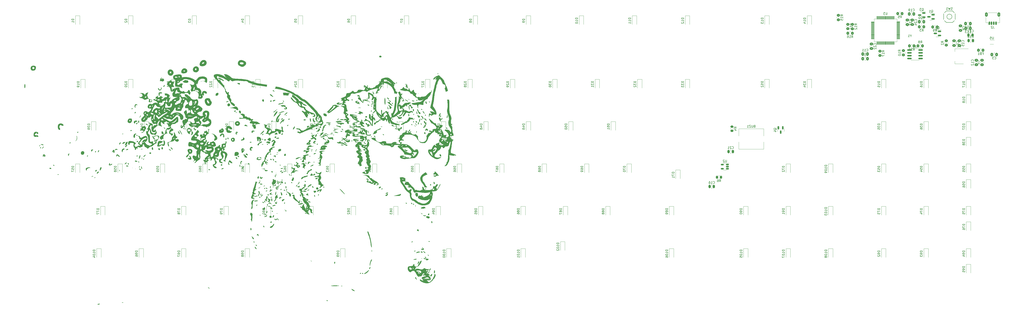
<source format=gbr>
%TF.GenerationSoftware,KiCad,Pcbnew,(6.99.0-5337-gc57e6db79a-dirty)*%
%TF.CreationDate,2023-02-22T22:35:33-05:00*%
%TF.ProjectId,necpc8801typea,6e656370-6338-4383-9031-74797065612e,rev?*%
%TF.SameCoordinates,Original*%
%TF.FileFunction,Legend,Bot*%
%TF.FilePolarity,Positive*%
%FSLAX46Y46*%
G04 Gerber Fmt 4.6, Leading zero omitted, Abs format (unit mm)*
G04 Created by KiCad (PCBNEW (6.99.0-5337-gc57e6db79a-dirty)) date 2023-02-22 22:35:33*
%MOMM*%
%LPD*%
G01*
G04 APERTURE LIST*
G04 Aperture macros list*
%AMRoundRect*
0 Rectangle with rounded corners*
0 $1 Rounding radius*
0 $2 $3 $4 $5 $6 $7 $8 $9 X,Y pos of 4 corners*
0 Add a 4 corners polygon primitive as box body*
4,1,4,$2,$3,$4,$5,$6,$7,$8,$9,$2,$3,0*
0 Add four circle primitives for the rounded corners*
1,1,$1+$1,$2,$3*
1,1,$1+$1,$4,$5*
1,1,$1+$1,$6,$7*
1,1,$1+$1,$8,$9*
0 Add four rect primitives between the rounded corners*
20,1,$1+$1,$2,$3,$4,$5,0*
20,1,$1+$1,$4,$5,$6,$7,0*
20,1,$1+$1,$6,$7,$8,$9,0*
20,1,$1+$1,$8,$9,$2,$3,0*%
G04 Aperture macros list end*
%ADD10C,0.000000*%
%ADD11C,0.150000*%
%ADD12C,0.120000*%
%ADD13C,0.100000*%
%ADD14R,1.800000X1.100000*%
%ADD15O,1.800000X1.070000*%
%ADD16R,1.800000X1.070000*%
%ADD17C,1.750000*%
%ADD18C,3.987800*%
%ADD19C,3.000000*%
%ADD20C,2.250000*%
%ADD21RoundRect,0.250000X0.475000X-0.337500X0.475000X0.337500X-0.475000X0.337500X-0.475000X-0.337500X0*%
%ADD22RoundRect,0.250000X0.337500X0.475000X-0.337500X0.475000X-0.337500X-0.475000X0.337500X-0.475000X0*%
%ADD23RoundRect,0.250000X-0.325000X-0.450000X0.325000X-0.450000X0.325000X0.450000X-0.325000X0.450000X0*%
%ADD24R,1.200000X0.900000*%
%ADD25RoundRect,0.250000X0.250000X0.475000X-0.250000X0.475000X-0.250000X-0.475000X0.250000X-0.475000X0*%
%ADD26RoundRect,0.250000X-0.337500X-0.475000X0.337500X-0.475000X0.337500X0.475000X-0.337500X0.475000X0*%
%ADD27RoundRect,0.150000X0.587500X0.150000X-0.587500X0.150000X-0.587500X-0.150000X0.587500X-0.150000X0*%
%ADD28RoundRect,0.250000X-0.350000X-0.450000X0.350000X-0.450000X0.350000X0.450000X-0.350000X0.450000X0*%
%ADD29RoundRect,0.250000X-0.450000X0.350000X-0.450000X-0.350000X0.450000X-0.350000X0.450000X0.350000X0*%
%ADD30RoundRect,0.250000X0.450000X-0.350000X0.450000X0.350000X-0.450000X0.350000X-0.450000X-0.350000X0*%
%ADD31RoundRect,0.075000X0.700000X0.075000X-0.700000X0.075000X-0.700000X-0.075000X0.700000X-0.075000X0*%
%ADD32RoundRect,0.075000X0.075000X0.700000X-0.075000X0.700000X-0.075000X-0.700000X0.075000X-0.700000X0*%
%ADD33RoundRect,0.150000X0.512500X0.150000X-0.512500X0.150000X-0.512500X-0.150000X0.512500X-0.150000X0*%
%ADD34RoundRect,0.150000X0.825000X0.150000X-0.825000X0.150000X-0.825000X-0.150000X0.825000X-0.150000X0*%
%ADD35RoundRect,0.250000X-0.475000X0.337500X-0.475000X-0.337500X0.475000X-0.337500X0.475000X0.337500X0*%
%ADD36RoundRect,0.250000X0.350000X0.450000X-0.350000X0.450000X-0.350000X-0.450000X0.350000X-0.450000X0*%
%ADD37R,1.400000X1.200000*%
%ADD38RoundRect,0.250000X0.450000X-0.262500X0.450000X0.262500X-0.450000X0.262500X-0.450000X-0.262500X0*%
%ADD39R,2.200000X2.200000*%
%ADD40R,2.000000X1.500000*%
%ADD41R,2.000000X3.800000*%
%ADD42RoundRect,0.150000X-0.150000X-0.625000X0.150000X-0.625000X0.150000X0.625000X-0.150000X0.625000X0*%
%ADD43RoundRect,0.250000X-0.350000X-0.650000X0.350000X-0.650000X0.350000X0.650000X-0.350000X0.650000X0*%
%ADD44RoundRect,0.150000X-0.150000X0.587500X-0.150000X-0.587500X0.150000X-0.587500X0.150000X0.587500X0*%
%ADD45R,0.500000X0.375000*%
%ADD46R,0.650000X0.300000*%
%ADD47RoundRect,0.250000X-0.262500X-0.450000X0.262500X-0.450000X0.262500X0.450000X-0.262500X0.450000X0*%
%TA.AperFunction,Profile*%
%ADD48C,0.150000*%
%TD*%
%TA.AperFunction,Profile*%
%ADD49C,0.050000*%
%TD*%
%TA.AperFunction,Profile*%
%ADD50C,0.200000*%
%TD*%
G04 APERTURE END LIST*
D10*
G36*
X159897047Y-61819097D02*
G01*
X159902953Y-61820123D01*
X159908776Y-61821814D01*
X159914508Y-61824151D01*
X159920141Y-61827118D01*
X159925669Y-61830698D01*
X159931082Y-61834873D01*
X159936375Y-61839628D01*
X159941540Y-61844944D01*
X159946569Y-61850806D01*
X159951454Y-61857196D01*
X159956189Y-61864096D01*
X159960765Y-61871491D01*
X159965176Y-61879363D01*
X159969414Y-61887696D01*
X159973471Y-61896471D01*
X159977340Y-61905673D01*
X159981014Y-61915285D01*
X159984484Y-61925288D01*
X159987744Y-61935668D01*
X159990786Y-61946406D01*
X159993603Y-61957485D01*
X159996187Y-61968889D01*
X159998531Y-61980601D01*
X160000626Y-61992603D01*
X160002467Y-62004879D01*
X160004045Y-62017412D01*
X160005353Y-62030184D01*
X160006383Y-62043180D01*
X160007128Y-62056381D01*
X160007580Y-62069772D01*
X160007733Y-62083334D01*
X160007366Y-62096896D01*
X160006279Y-62110287D01*
X160004489Y-62123488D01*
X160002014Y-62136483D01*
X159998871Y-62149256D01*
X159995080Y-62161788D01*
X159990658Y-62174064D01*
X159985622Y-62186066D01*
X159979991Y-62197778D01*
X159973784Y-62209182D01*
X159967017Y-62220261D01*
X159959708Y-62230999D01*
X159951876Y-62241378D01*
X159943539Y-62251382D01*
X159934715Y-62260994D01*
X159925421Y-62270196D01*
X159915676Y-62278972D01*
X159905497Y-62287304D01*
X159894903Y-62295176D01*
X159883911Y-62302571D01*
X159872539Y-62309472D01*
X159860806Y-62315862D01*
X159848729Y-62321724D01*
X159836327Y-62327040D01*
X159823616Y-62331795D01*
X159810616Y-62335971D01*
X159797344Y-62339551D01*
X159783818Y-62342518D01*
X159770057Y-62344855D01*
X159756077Y-62346545D01*
X159741897Y-62347572D01*
X159727536Y-62347918D01*
X159713386Y-62347572D01*
X159699840Y-62346545D01*
X159686904Y-62344855D01*
X159674586Y-62342518D01*
X159662893Y-62339551D01*
X159651832Y-62335971D01*
X159641412Y-62331795D01*
X159631640Y-62327041D01*
X159622523Y-62321724D01*
X159614068Y-62315863D01*
X159606284Y-62309473D01*
X159599177Y-62302572D01*
X159592755Y-62295177D01*
X159587026Y-62287305D01*
X159581997Y-62278973D01*
X159577675Y-62270197D01*
X159574069Y-62260995D01*
X159571185Y-62251384D01*
X159569030Y-62241380D01*
X159567614Y-62231001D01*
X159566942Y-62220263D01*
X159567022Y-62209184D01*
X159567862Y-62197780D01*
X159569470Y-62186068D01*
X159571852Y-62174066D01*
X159575017Y-62161790D01*
X159578971Y-62149257D01*
X159583723Y-62136484D01*
X159589279Y-62123489D01*
X159595648Y-62110287D01*
X159602836Y-62096897D01*
X159610852Y-62083334D01*
X159628109Y-62056382D01*
X159646072Y-62030186D01*
X159664597Y-62004880D01*
X159683538Y-61980602D01*
X159702754Y-61957487D01*
X159722100Y-61935669D01*
X159741431Y-61915286D01*
X159760605Y-61896473D01*
X159779478Y-61879364D01*
X159797905Y-61864097D01*
X159815743Y-61850807D01*
X159832849Y-61839628D01*
X159849077Y-61830698D01*
X159864285Y-61824151D01*
X159871461Y-61821814D01*
X159878329Y-61820123D01*
X159884869Y-61819097D01*
X159891064Y-61818751D01*
X159897047Y-61819097D01*
G37*
G36*
X113151697Y-99998866D02*
G01*
X113188985Y-100000215D01*
X113234089Y-100002854D01*
X113347821Y-100011839D01*
X113394053Y-100017701D01*
X113439246Y-100026922D01*
X113483279Y-100039271D01*
X113526031Y-100054515D01*
X113567381Y-100072421D01*
X113607208Y-100092757D01*
X113645391Y-100115291D01*
X113681809Y-100139789D01*
X113716342Y-100166018D01*
X113748868Y-100193748D01*
X113779267Y-100222745D01*
X113807418Y-100252776D01*
X113833199Y-100283609D01*
X113856490Y-100315011D01*
X113877170Y-100346750D01*
X113895118Y-100378594D01*
X113910214Y-100410309D01*
X113922335Y-100441663D01*
X113931362Y-100472425D01*
X113937174Y-100502360D01*
X113939649Y-100531237D01*
X113938666Y-100558822D01*
X113934106Y-100584885D01*
X113925846Y-100609191D01*
X113913767Y-100631508D01*
X113897746Y-100651605D01*
X113877664Y-100669247D01*
X113853399Y-100684204D01*
X113824830Y-100696241D01*
X113791837Y-100705127D01*
X113754299Y-100710629D01*
X113712094Y-100712515D01*
X113696798Y-100712195D01*
X113682089Y-100711246D01*
X113667974Y-100709684D01*
X113654463Y-100707524D01*
X113641567Y-100704781D01*
X113629296Y-100701472D01*
X113617658Y-100697612D01*
X113606663Y-100693218D01*
X113596322Y-100688303D01*
X113586643Y-100682885D01*
X113577636Y-100676979D01*
X113569312Y-100670600D01*
X113561680Y-100663765D01*
X113554749Y-100656488D01*
X113548530Y-100648787D01*
X113543031Y-100640675D01*
X113538263Y-100632169D01*
X113534235Y-100623285D01*
X113530957Y-100614038D01*
X113528439Y-100604445D01*
X113526690Y-100594519D01*
X113525720Y-100584278D01*
X113525538Y-100573738D01*
X113526156Y-100562912D01*
X113527581Y-100551818D01*
X113529823Y-100540471D01*
X113532893Y-100528887D01*
X113536800Y-100517081D01*
X113541554Y-100505070D01*
X113547165Y-100492867D01*
X113553641Y-100480491D01*
X113560994Y-100467955D01*
X113561001Y-100467947D01*
X113568219Y-100455248D01*
X113574295Y-100442384D01*
X113579247Y-100429381D01*
X113583091Y-100416262D01*
X113585842Y-100403050D01*
X113587518Y-100389770D01*
X113588134Y-100376444D01*
X113587707Y-100363097D01*
X113586253Y-100349752D01*
X113583788Y-100336434D01*
X113580329Y-100323165D01*
X113575892Y-100309970D01*
X113570494Y-100296872D01*
X113564149Y-100283894D01*
X113556876Y-100271062D01*
X113548689Y-100258397D01*
X113539606Y-100245925D01*
X113529643Y-100233669D01*
X113518816Y-100221651D01*
X113507140Y-100209898D01*
X113494634Y-100198430D01*
X113481312Y-100187274D01*
X113467191Y-100176452D01*
X113452288Y-100165988D01*
X113436619Y-100155905D01*
X113420199Y-100146228D01*
X113403046Y-100136980D01*
X113385175Y-100128184D01*
X113366603Y-100119866D01*
X113347346Y-100112047D01*
X113327421Y-100104752D01*
X113306843Y-100098006D01*
X113204434Y-100065212D01*
X113164626Y-100051437D01*
X113132440Y-100039358D01*
X113107897Y-100028932D01*
X113091016Y-100020120D01*
X113085454Y-100016306D01*
X113081815Y-100012881D01*
X113080101Y-100009839D01*
X113080314Y-100007175D01*
X113082457Y-100004884D01*
X113086533Y-100002961D01*
X113092543Y-100001400D01*
X113100490Y-100000198D01*
X113122205Y-99998847D01*
X113151697Y-99998866D01*
G37*
G36*
X50872021Y-61088690D02*
G01*
X50890558Y-61091469D01*
X50910241Y-61095733D01*
X50931023Y-61101458D01*
X50952856Y-61108623D01*
X50975693Y-61117203D01*
X50999487Y-61127178D01*
X51024189Y-61138524D01*
X51049753Y-61151218D01*
X51076131Y-61165238D01*
X51131140Y-61197164D01*
X51188836Y-61234121D01*
X51248841Y-61275928D01*
X51310774Y-61322402D01*
X51374258Y-61373363D01*
X51438912Y-61428630D01*
X51504357Y-61488020D01*
X51566229Y-61547022D01*
X51622621Y-61603219D01*
X51673610Y-61656561D01*
X51719272Y-61706996D01*
X51759683Y-61754473D01*
X51794921Y-61798939D01*
X51825061Y-61840344D01*
X51850181Y-61878635D01*
X51870356Y-61913761D01*
X51885664Y-61945671D01*
X51896181Y-61974313D01*
X51901984Y-61999635D01*
X51903148Y-62021586D01*
X51899751Y-62040114D01*
X51891870Y-62055168D01*
X51879580Y-62066696D01*
X51862958Y-62074646D01*
X51842081Y-62078968D01*
X51817025Y-62079608D01*
X51787868Y-62076517D01*
X51754684Y-62069642D01*
X51717552Y-62058931D01*
X51676548Y-62044333D01*
X51631747Y-62025797D01*
X51583228Y-62003271D01*
X51531065Y-61976703D01*
X51475336Y-61946042D01*
X51416118Y-61911236D01*
X51353486Y-61872234D01*
X51287518Y-61828983D01*
X51218290Y-61781433D01*
X51145878Y-61729532D01*
X51145878Y-61729529D01*
X51097122Y-61692235D01*
X51050776Y-61653528D01*
X51007037Y-61613714D01*
X50966100Y-61573097D01*
X50928161Y-61531983D01*
X50893415Y-61490678D01*
X50862057Y-61449486D01*
X50834284Y-61408712D01*
X50810290Y-61368662D01*
X50790271Y-61329642D01*
X50774422Y-61291955D01*
X50768123Y-61273708D01*
X50762940Y-61255908D01*
X50758897Y-61238595D01*
X50756019Y-61221806D01*
X50754330Y-61205579D01*
X50753855Y-61189953D01*
X50754618Y-61174966D01*
X50756644Y-61160656D01*
X50759956Y-61147060D01*
X50764580Y-61134219D01*
X50770670Y-61122617D01*
X50778332Y-61112705D01*
X50787519Y-61104458D01*
X50798185Y-61097854D01*
X50810280Y-61092871D01*
X50823759Y-61089486D01*
X50838574Y-61087676D01*
X50854677Y-61087418D01*
X50872021Y-61088690D01*
G37*
G36*
X108932674Y-75608801D02*
G01*
X108964722Y-75612229D01*
X108994574Y-75618257D01*
X109022229Y-75626884D01*
X109047687Y-75638110D01*
X109070947Y-75651934D01*
X109092009Y-75668356D01*
X109110872Y-75687376D01*
X109127535Y-75708992D01*
X109141998Y-75733204D01*
X109154260Y-75760012D01*
X109164321Y-75789415D01*
X109172180Y-75821413D01*
X109177836Y-75856005D01*
X109181289Y-75893190D01*
X109182539Y-75932969D01*
X109181584Y-75975340D01*
X109178424Y-76020303D01*
X109173058Y-76067858D01*
X109165486Y-76118003D01*
X109155708Y-76170739D01*
X109129529Y-76283980D01*
X109116637Y-76331641D01*
X109103795Y-76374797D01*
X109091082Y-76413359D01*
X109078577Y-76447238D01*
X109066361Y-76476346D01*
X109054512Y-76500596D01*
X109043112Y-76519897D01*
X109032240Y-76534163D01*
X109027027Y-76539380D01*
X109021976Y-76543304D01*
X109017097Y-76545925D01*
X109012399Y-76547232D01*
X109007894Y-76547214D01*
X109003590Y-76545859D01*
X108999498Y-76543157D01*
X108995628Y-76539096D01*
X108991990Y-76533666D01*
X108988594Y-76526856D01*
X108985449Y-76518653D01*
X108982566Y-76509049D01*
X108977625Y-76485587D01*
X108973851Y-76456381D01*
X108973858Y-76456374D01*
X108971680Y-76440271D01*
X108968330Y-76424085D01*
X108963841Y-76407844D01*
X108958244Y-76391575D01*
X108951570Y-76375304D01*
X108943852Y-76359059D01*
X108935121Y-76342867D01*
X108925408Y-76326754D01*
X108914745Y-76310748D01*
X108903164Y-76294876D01*
X108890697Y-76279165D01*
X108877375Y-76263642D01*
X108863230Y-76248334D01*
X108848293Y-76233267D01*
X108816171Y-76203969D01*
X108781263Y-76175964D01*
X108743821Y-76149468D01*
X108704099Y-76124697D01*
X108662350Y-76101868D01*
X108618827Y-76081198D01*
X108573783Y-76062902D01*
X108550770Y-76054712D01*
X108527471Y-76047197D01*
X108503919Y-76040384D01*
X108480145Y-76034300D01*
X108403483Y-76015683D01*
X108337073Y-75998697D01*
X108280929Y-75982960D01*
X108235065Y-75968088D01*
X108215992Y-75960857D01*
X108199495Y-75953699D01*
X108185574Y-75946565D01*
X108174232Y-75939408D01*
X108165470Y-75932180D01*
X108159290Y-75924833D01*
X108155694Y-75917319D01*
X108154683Y-75909590D01*
X108156260Y-75901599D01*
X108160426Y-75893297D01*
X108167182Y-75884636D01*
X108176530Y-75875570D01*
X108188473Y-75866048D01*
X108203011Y-75856025D01*
X108239882Y-75834280D01*
X108287157Y-75809952D01*
X108344850Y-75782657D01*
X108491543Y-75717635D01*
X108597304Y-75675039D01*
X108646899Y-75657648D01*
X108694303Y-75642862D01*
X108739514Y-75630679D01*
X108782534Y-75621100D01*
X108823360Y-75614123D01*
X108861992Y-75609748D01*
X108898430Y-75607974D01*
X108932674Y-75608801D01*
G37*
G36*
X146885427Y-54181137D02*
G01*
X146953412Y-54185282D01*
X147018878Y-54190936D01*
X147081280Y-54198096D01*
X147140078Y-54206759D01*
X147194728Y-54216922D01*
X147244687Y-54228583D01*
X147266878Y-54234747D01*
X147286048Y-54240820D01*
X147302235Y-54246793D01*
X147315477Y-54252660D01*
X147325812Y-54258412D01*
X147333279Y-54264043D01*
X147337917Y-54269545D01*
X147339186Y-54272246D01*
X147339762Y-54274911D01*
X147339651Y-54277541D01*
X147338855Y-54280134D01*
X147337381Y-54282689D01*
X147335233Y-54285205D01*
X147328934Y-54290118D01*
X147319997Y-54294865D01*
X147308461Y-54299440D01*
X147294362Y-54303833D01*
X147277741Y-54308039D01*
X147258635Y-54312050D01*
X147237082Y-54315858D01*
X147213122Y-54319456D01*
X147158129Y-54325992D01*
X147093964Y-54331601D01*
X147020932Y-54336221D01*
X146939342Y-54339796D01*
X146849499Y-54342264D01*
X146751710Y-54343569D01*
X146646283Y-54343649D01*
X146445896Y-54340239D01*
X146282564Y-54332512D01*
X146215383Y-54327185D01*
X146158173Y-54320964D01*
X146111169Y-54313912D01*
X146074608Y-54306091D01*
X146048726Y-54297561D01*
X146033758Y-54288386D01*
X146030440Y-54283576D01*
X146029939Y-54278628D01*
X146032285Y-54273548D01*
X146037507Y-54268347D01*
X146056696Y-54257606D01*
X146087743Y-54246467D01*
X146130883Y-54234992D01*
X146186352Y-54223242D01*
X146186352Y-54223284D01*
X146249693Y-54212187D01*
X146315940Y-54202626D01*
X146384550Y-54194600D01*
X146454982Y-54188105D01*
X146599138Y-54179699D01*
X146744067Y-54177383D01*
X146885427Y-54181137D01*
G37*
G36*
X156093371Y-30864529D02*
G01*
X156146123Y-30870504D01*
X156196981Y-30880225D01*
X156245685Y-30893500D01*
X156291978Y-30910133D01*
X156335601Y-30929932D01*
X156376296Y-30952702D01*
X156413804Y-30978249D01*
X156447867Y-31006381D01*
X156463526Y-31021355D01*
X156478226Y-31036902D01*
X156491936Y-31052999D01*
X156504624Y-31069620D01*
X156516256Y-31086742D01*
X156526802Y-31104340D01*
X156536227Y-31122390D01*
X156544501Y-31140869D01*
X156551590Y-31159751D01*
X156557463Y-31179013D01*
X156562087Y-31198629D01*
X156565429Y-31218577D01*
X156567459Y-31238832D01*
X156568142Y-31259369D01*
X156567459Y-31279907D01*
X156565429Y-31300161D01*
X156562087Y-31320109D01*
X156557463Y-31339726D01*
X156551590Y-31358988D01*
X156544501Y-31377870D01*
X156536227Y-31396348D01*
X156526802Y-31414398D01*
X156516256Y-31431997D01*
X156504624Y-31449119D01*
X156491936Y-31465740D01*
X156478226Y-31481836D01*
X156463526Y-31497384D01*
X156447867Y-31512358D01*
X156431282Y-31526734D01*
X156413804Y-31540489D01*
X156395464Y-31553598D01*
X156376296Y-31566037D01*
X156356330Y-31577781D01*
X156335601Y-31588807D01*
X156314139Y-31599090D01*
X156291978Y-31608605D01*
X156269149Y-31617330D01*
X156245685Y-31625239D01*
X156221618Y-31632308D01*
X156196981Y-31638513D01*
X156171805Y-31643830D01*
X156146123Y-31648235D01*
X156119968Y-31651703D01*
X156093371Y-31654210D01*
X156066366Y-31655732D01*
X156038983Y-31656245D01*
X155984592Y-31654210D01*
X155931837Y-31648235D01*
X155880978Y-31638513D01*
X155832272Y-31625239D01*
X155785978Y-31608605D01*
X155742353Y-31588807D01*
X155701658Y-31566037D01*
X155664149Y-31540489D01*
X155630085Y-31512358D01*
X155614426Y-31497384D01*
X155599725Y-31481836D01*
X155586015Y-31465740D01*
X155573327Y-31449119D01*
X155561694Y-31431997D01*
X155551149Y-31414398D01*
X155541724Y-31396348D01*
X155533450Y-31377870D01*
X155526360Y-31358988D01*
X155520488Y-31339726D01*
X155515864Y-31320109D01*
X155512521Y-31300161D01*
X155510492Y-31279907D01*
X155509808Y-31259369D01*
X155510492Y-31238832D01*
X155512521Y-31218577D01*
X155515864Y-31198629D01*
X155520488Y-31179013D01*
X155526361Y-31159751D01*
X155533451Y-31140869D01*
X155541725Y-31122390D01*
X155551151Y-31104340D01*
X155561697Y-31086742D01*
X155573330Y-31069620D01*
X155586018Y-31052999D01*
X155599729Y-31036902D01*
X155614430Y-31021355D01*
X155630090Y-31006381D01*
X155646675Y-30992004D01*
X155664155Y-30978249D01*
X155682495Y-30965141D01*
X155701664Y-30952702D01*
X155721630Y-30940957D01*
X155742360Y-30929932D01*
X155763822Y-30919649D01*
X155785984Y-30910133D01*
X155808814Y-30901409D01*
X155832278Y-30893500D01*
X155856346Y-30886431D01*
X155880983Y-30880225D01*
X155906160Y-30874908D01*
X155931842Y-30870504D01*
X155957997Y-30867036D01*
X155984594Y-30864529D01*
X156011600Y-30863007D01*
X156038983Y-30862494D01*
X156093371Y-30864529D01*
G37*
G36*
X175803814Y-102301481D02*
G01*
X175870850Y-102305509D01*
X175935605Y-102312055D01*
X175997732Y-102320986D01*
X176056884Y-102332164D01*
X176112713Y-102345455D01*
X176164873Y-102360722D01*
X176213017Y-102377831D01*
X176256797Y-102396644D01*
X176295866Y-102417028D01*
X176329876Y-102438846D01*
X176358482Y-102461961D01*
X176381335Y-102486240D01*
X176390496Y-102498773D01*
X176398088Y-102511546D01*
X176404069Y-102524541D01*
X176408395Y-102537743D01*
X176411022Y-102551133D01*
X176411908Y-102564696D01*
X176411236Y-102578258D01*
X176409243Y-102591649D01*
X176405962Y-102604850D01*
X176401425Y-102617845D01*
X176395667Y-102630618D01*
X176388718Y-102643151D01*
X176380613Y-102655427D01*
X176371384Y-102667429D01*
X176361064Y-102679140D01*
X176349686Y-102690544D01*
X176337284Y-102701623D01*
X176323889Y-102712361D01*
X176309535Y-102722740D01*
X176294255Y-102732744D01*
X176278081Y-102742355D01*
X176261048Y-102751557D01*
X176243187Y-102760332D01*
X176224531Y-102768664D01*
X176205114Y-102776536D01*
X176184968Y-102783931D01*
X176164126Y-102790832D01*
X176142621Y-102797221D01*
X176120486Y-102803083D01*
X176097754Y-102808399D01*
X176074459Y-102813154D01*
X176050632Y-102817329D01*
X176026306Y-102820909D01*
X176001516Y-102823875D01*
X175976293Y-102826212D01*
X175950670Y-102827903D01*
X175924681Y-102828929D01*
X175898358Y-102829275D01*
X175845192Y-102827903D01*
X175791853Y-102823875D01*
X175738687Y-102817329D01*
X175686042Y-102808399D01*
X175634265Y-102797221D01*
X175583704Y-102783931D01*
X175534704Y-102768664D01*
X175487614Y-102751557D01*
X175442781Y-102732744D01*
X175400551Y-102712361D01*
X175361273Y-102690544D01*
X175325292Y-102667429D01*
X175292957Y-102643151D01*
X175264614Y-102617845D01*
X175240611Y-102591649D01*
X175221295Y-102564696D01*
X175213513Y-102550733D01*
X175207550Y-102536993D01*
X175203377Y-102523491D01*
X175200966Y-102510240D01*
X175200290Y-102497256D01*
X175201320Y-102484551D01*
X175204027Y-102472143D01*
X175208385Y-102460043D01*
X175214364Y-102448268D01*
X175221937Y-102436831D01*
X175231076Y-102425746D01*
X175241751Y-102415030D01*
X175253937Y-102404695D01*
X175267603Y-102394756D01*
X175282723Y-102385228D01*
X175299267Y-102376126D01*
X175317209Y-102367463D01*
X175336519Y-102359254D01*
X175357170Y-102351513D01*
X175379133Y-102344256D01*
X175402381Y-102337496D01*
X175426885Y-102331248D01*
X175452618Y-102325527D01*
X175479551Y-102320346D01*
X175507656Y-102315721D01*
X175536904Y-102311666D01*
X175567269Y-102308194D01*
X175598721Y-102305322D01*
X175631233Y-102303063D01*
X175664776Y-102301431D01*
X175699323Y-102300441D01*
X175734845Y-102300108D01*
X175803814Y-102301481D01*
G37*
G36*
X40658691Y-141491011D02*
G01*
X40692512Y-141493392D01*
X40724866Y-141497689D01*
X40755491Y-141503889D01*
X40784128Y-141511983D01*
X40810517Y-141521959D01*
X40834398Y-141533808D01*
X40855511Y-141547518D01*
X40864949Y-141555067D01*
X40873597Y-141563078D01*
X40881127Y-141571244D01*
X40887250Y-141579252D01*
X40891986Y-141587093D01*
X40895358Y-141594759D01*
X40897388Y-141602241D01*
X40897907Y-141605910D01*
X40898099Y-141609530D01*
X40897966Y-141613099D01*
X40897512Y-141616616D01*
X40896739Y-141620081D01*
X40895650Y-141623492D01*
X40892536Y-141630148D01*
X40888191Y-141636575D01*
X40882638Y-141642764D01*
X40875899Y-141648707D01*
X40867996Y-141654394D01*
X40858951Y-141659816D01*
X40848788Y-141664966D01*
X40837527Y-141669832D01*
X40825192Y-141674408D01*
X40811804Y-141678684D01*
X40797386Y-141682651D01*
X40781961Y-141686299D01*
X40765549Y-141689621D01*
X40748174Y-141692607D01*
X40729858Y-141695248D01*
X40710623Y-141697536D01*
X40690491Y-141699462D01*
X40669485Y-141701016D01*
X40647627Y-141702189D01*
X40624939Y-141702973D01*
X40601443Y-141703359D01*
X40577162Y-141703339D01*
X40552118Y-141702902D01*
X40526333Y-141702040D01*
X40471425Y-141699081D01*
X40422313Y-141694991D01*
X40379038Y-141689811D01*
X40341642Y-141683584D01*
X40310166Y-141676351D01*
X40284651Y-141668152D01*
X40274142Y-141663704D01*
X40265139Y-141659030D01*
X40257648Y-141654135D01*
X40251672Y-141649025D01*
X40247217Y-141643705D01*
X40244290Y-141638180D01*
X40242893Y-141632454D01*
X40243034Y-141626534D01*
X40244717Y-141620425D01*
X40247947Y-141614131D01*
X40252729Y-141607658D01*
X40259069Y-141601011D01*
X40266971Y-141594195D01*
X40276442Y-141587215D01*
X40300107Y-141572785D01*
X40330105Y-141557763D01*
X40366478Y-141542189D01*
X40366478Y-141542174D01*
X40402683Y-141528852D01*
X40439499Y-141517531D01*
X40476667Y-141508199D01*
X40513928Y-141500847D01*
X40551021Y-141495462D01*
X40587685Y-141492035D01*
X40623662Y-141490555D01*
X40658691Y-141491011D01*
G37*
G36*
X151895118Y-53112706D02*
G01*
X151903517Y-53114984D01*
X151913145Y-53119085D01*
X151924010Y-53124998D01*
X151949498Y-53142220D01*
X151980065Y-53166568D01*
X152015793Y-53197956D01*
X152056767Y-53236302D01*
X152103070Y-53281523D01*
X152135791Y-53315533D01*
X152166087Y-53350097D01*
X152193866Y-53384972D01*
X152219034Y-53419914D01*
X152241499Y-53454681D01*
X152261169Y-53489029D01*
X152277950Y-53522714D01*
X152291750Y-53555494D01*
X152302477Y-53587126D01*
X152310037Y-53617366D01*
X152314338Y-53645970D01*
X152315238Y-53659584D01*
X152315288Y-53672697D01*
X152314477Y-53685280D01*
X152312794Y-53697302D01*
X152310226Y-53708733D01*
X152306763Y-53719543D01*
X152302391Y-53729700D01*
X152297102Y-53739175D01*
X152290881Y-53747938D01*
X152283719Y-53755957D01*
X152275887Y-53762928D01*
X152267687Y-53768583D01*
X152259141Y-53772942D01*
X152250268Y-53776026D01*
X152241090Y-53777856D01*
X152231629Y-53778452D01*
X152221904Y-53777837D01*
X152211938Y-53776030D01*
X152201751Y-53773052D01*
X152191364Y-53768926D01*
X152180799Y-53763670D01*
X152170076Y-53757307D01*
X152159216Y-53749857D01*
X152148241Y-53741342D01*
X152137171Y-53731781D01*
X152126029Y-53721196D01*
X152114833Y-53709609D01*
X152103607Y-53697039D01*
X152092370Y-53683507D01*
X152081144Y-53669036D01*
X152069950Y-53653645D01*
X152058808Y-53637355D01*
X152047741Y-53620188D01*
X152036769Y-53602163D01*
X152025912Y-53583303D01*
X152015193Y-53563628D01*
X152004632Y-53543160D01*
X151994251Y-53521917D01*
X151984069Y-53499923D01*
X151974109Y-53477198D01*
X151964392Y-53453762D01*
X151954937Y-53429636D01*
X151954953Y-53429636D01*
X151930086Y-53362982D01*
X151909379Y-53304370D01*
X151892917Y-53253717D01*
X151880781Y-53210939D01*
X151873057Y-53175953D01*
X151870874Y-53161356D01*
X151869826Y-53148676D01*
X151869923Y-53137902D01*
X151871174Y-53129024D01*
X151873590Y-53122031D01*
X151877182Y-53116913D01*
X151881961Y-53113660D01*
X151887936Y-53112261D01*
X151895118Y-53112706D01*
G37*
G36*
X62241835Y-72005618D02*
G01*
X62269847Y-72012674D01*
X62300452Y-72023469D01*
X62333523Y-72038041D01*
X62368932Y-72056432D01*
X62406553Y-72078683D01*
X62446259Y-72104833D01*
X62487922Y-72134923D01*
X62531416Y-72168993D01*
X62576614Y-72207084D01*
X62623388Y-72249237D01*
X62671612Y-72295491D01*
X62721159Y-72345887D01*
X62771901Y-72400465D01*
X62819417Y-72454535D01*
X62862819Y-72507089D01*
X62902002Y-72557855D01*
X62936859Y-72606560D01*
X62967284Y-72652933D01*
X62993170Y-72696701D01*
X63014413Y-72737593D01*
X63030904Y-72775336D01*
X63042539Y-72809657D01*
X63049211Y-72840286D01*
X63050652Y-72854130D01*
X63050813Y-72866949D01*
X63049680Y-72878708D01*
X63047240Y-72889374D01*
X63043480Y-72898913D01*
X63038385Y-72907290D01*
X63031944Y-72914472D01*
X63024143Y-72920424D01*
X63014968Y-72925113D01*
X63004406Y-72928504D01*
X62992444Y-72930563D01*
X62979069Y-72931258D01*
X62964628Y-72930730D01*
X62949502Y-72929165D01*
X62933733Y-72926589D01*
X62917358Y-72923027D01*
X62882947Y-72913048D01*
X62846582Y-72899437D01*
X62808574Y-72882399D01*
X62769235Y-72862142D01*
X62728876Y-72838873D01*
X62687809Y-72812797D01*
X62646347Y-72784122D01*
X62604799Y-72753055D01*
X62563478Y-72719802D01*
X62522697Y-72684571D01*
X62482765Y-72647567D01*
X62443996Y-72608998D01*
X62406700Y-72569070D01*
X62371190Y-72527991D01*
X62371190Y-72527983D01*
X62325803Y-72471700D01*
X62285423Y-72418386D01*
X62249922Y-72368083D01*
X62219173Y-72320831D01*
X62193049Y-72276670D01*
X62171424Y-72235640D01*
X62154170Y-72197782D01*
X62141160Y-72163137D01*
X62132267Y-72131745D01*
X62127364Y-72103645D01*
X62126325Y-72078880D01*
X62129021Y-72057488D01*
X62135327Y-72039511D01*
X62145114Y-72024989D01*
X62158256Y-72013963D01*
X62174627Y-72006472D01*
X62194098Y-72002557D01*
X62216543Y-72002259D01*
X62241835Y-72005618D01*
G37*
G36*
X171737533Y-118292357D02*
G01*
X171749144Y-118293337D01*
X171759831Y-118295037D01*
X171769583Y-118297453D01*
X171778386Y-118300577D01*
X171786227Y-118304407D01*
X171793094Y-118308935D01*
X171798974Y-118314156D01*
X171803854Y-118320066D01*
X171807722Y-118326659D01*
X171810565Y-118333929D01*
X171812369Y-118341871D01*
X171813123Y-118350481D01*
X171812814Y-118359751D01*
X171811428Y-118369678D01*
X171808953Y-118380255D01*
X171805376Y-118391478D01*
X171800685Y-118403341D01*
X171794867Y-118415839D01*
X171787908Y-118428966D01*
X171779797Y-118442717D01*
X171764236Y-118465897D01*
X171746786Y-118488272D01*
X171727605Y-118509805D01*
X171706849Y-118530459D01*
X171684674Y-118550196D01*
X171661235Y-118568979D01*
X171636690Y-118586771D01*
X171611194Y-118603534D01*
X171557975Y-118633826D01*
X171502827Y-118659556D01*
X171447002Y-118680425D01*
X171391747Y-118696136D01*
X171338313Y-118706389D01*
X171312669Y-118709376D01*
X171287949Y-118710886D01*
X171264309Y-118710884D01*
X171241906Y-118709330D01*
X171220894Y-118706188D01*
X171201431Y-118701420D01*
X171183673Y-118694990D01*
X171167776Y-118686860D01*
X171153896Y-118676992D01*
X171142189Y-118665350D01*
X171132812Y-118651895D01*
X171125921Y-118636591D01*
X171121672Y-118619401D01*
X171120221Y-118600287D01*
X171120758Y-118594750D01*
X171122351Y-118588876D01*
X171124975Y-118582680D01*
X171128602Y-118576181D01*
X171133206Y-118569394D01*
X171138762Y-118562336D01*
X171145243Y-118555025D01*
X171152622Y-118547476D01*
X171160873Y-118539707D01*
X171169970Y-118531734D01*
X171190596Y-118515245D01*
X171214290Y-118498142D01*
X171240841Y-118480560D01*
X171270039Y-118462632D01*
X171301672Y-118444493D01*
X171335531Y-118426277D01*
X171371404Y-118408117D01*
X171409082Y-118390149D01*
X171448353Y-118372505D01*
X171489008Y-118355320D01*
X171530835Y-118338728D01*
X171573454Y-118323351D01*
X171612942Y-118311090D01*
X171649195Y-118301903D01*
X171682113Y-118295747D01*
X171711593Y-118292579D01*
X171725012Y-118292102D01*
X171737533Y-118292357D01*
G37*
G36*
X111156231Y-79637354D02*
G01*
X111162340Y-79639037D01*
X111168634Y-79642267D01*
X111175107Y-79647050D01*
X111181754Y-79653390D01*
X111188569Y-79661293D01*
X111195549Y-79670763D01*
X111209978Y-79694429D01*
X111225001Y-79724428D01*
X111240574Y-79760802D01*
X111253901Y-79797006D01*
X111265227Y-79833822D01*
X111274563Y-79870990D01*
X111281919Y-79908251D01*
X111287306Y-79945343D01*
X111290735Y-79982008D01*
X111292217Y-80017984D01*
X111291763Y-80053013D01*
X111289382Y-80086834D01*
X111285086Y-80119187D01*
X111278886Y-80149812D01*
X111270792Y-80178449D01*
X111260815Y-80204839D01*
X111248966Y-80228720D01*
X111235255Y-80249834D01*
X111227704Y-80259272D01*
X111219693Y-80267920D01*
X111211526Y-80275451D01*
X111203517Y-80281573D01*
X111195674Y-80286309D01*
X111188007Y-80289681D01*
X111180525Y-80291711D01*
X111176855Y-80292230D01*
X111173235Y-80292422D01*
X111169666Y-80292289D01*
X111166148Y-80291835D01*
X111162683Y-80291062D01*
X111159272Y-80289974D01*
X111152616Y-80286859D01*
X111146189Y-80282514D01*
X111140000Y-80276961D01*
X111134058Y-80270222D01*
X111128371Y-80262319D01*
X111122948Y-80253274D01*
X111117799Y-80243111D01*
X111112933Y-80231850D01*
X111108357Y-80219515D01*
X111104082Y-80206127D01*
X111100116Y-80191709D01*
X111096468Y-80176283D01*
X111093146Y-80159871D01*
X111090161Y-80142496D01*
X111087520Y-80124180D01*
X111085233Y-80104945D01*
X111083308Y-80084813D01*
X111081754Y-80063806D01*
X111080581Y-80041948D01*
X111079797Y-80019260D01*
X111079411Y-79995764D01*
X111079432Y-79971483D01*
X111079869Y-79946438D01*
X111080731Y-79920653D01*
X111080723Y-79920653D01*
X111083684Y-79865744D01*
X111087775Y-79816632D01*
X111092955Y-79773357D01*
X111099182Y-79735961D01*
X111106416Y-79704485D01*
X111114614Y-79678971D01*
X111119063Y-79668462D01*
X111123737Y-79659459D01*
X111128631Y-79651967D01*
X111133741Y-79645992D01*
X111139061Y-79641537D01*
X111144586Y-79638610D01*
X111150311Y-79637214D01*
X111156231Y-79637354D01*
G37*
G36*
X89460956Y-81402942D02*
G01*
X89507743Y-81406584D01*
X89554580Y-81412755D01*
X89601153Y-81421320D01*
X89647149Y-81432147D01*
X89692255Y-81445104D01*
X89736158Y-81460056D01*
X89778545Y-81476871D01*
X89819102Y-81495416D01*
X89857515Y-81515558D01*
X89893473Y-81537164D01*
X89926661Y-81560101D01*
X89956767Y-81584235D01*
X89983477Y-81609435D01*
X90006478Y-81635566D01*
X90025456Y-81662497D01*
X90043237Y-81692908D01*
X90057825Y-81721358D01*
X90069291Y-81747845D01*
X90077705Y-81772371D01*
X90083140Y-81794934D01*
X90085666Y-81815536D01*
X90085860Y-81825101D01*
X90085355Y-81834175D01*
X90084158Y-81842759D01*
X90082278Y-81850852D01*
X90079724Y-81858455D01*
X90076506Y-81865568D01*
X90072632Y-81872189D01*
X90068111Y-81878321D01*
X90062952Y-81883962D01*
X90057164Y-81889112D01*
X90050756Y-81893772D01*
X90043737Y-81897941D01*
X90027899Y-81904808D01*
X90009724Y-81909713D01*
X89989282Y-81912656D01*
X89966644Y-81913637D01*
X89941881Y-81912656D01*
X89915066Y-81909713D01*
X89886269Y-81904808D01*
X89855562Y-81897941D01*
X89823015Y-81889112D01*
X89788700Y-81878321D01*
X89752689Y-81865568D01*
X89715052Y-81850852D01*
X89675862Y-81834175D01*
X89635189Y-81815536D01*
X89593104Y-81794934D01*
X89549679Y-81772371D01*
X89504985Y-81747845D01*
X89459093Y-81721358D01*
X89412075Y-81692908D01*
X89364003Y-81662497D01*
X89303970Y-81623185D01*
X89252161Y-81587985D01*
X89208618Y-81556675D01*
X89173385Y-81529032D01*
X89158899Y-81516515D01*
X89146506Y-81504831D01*
X89136212Y-81493952D01*
X89128023Y-81483850D01*
X89121944Y-81474497D01*
X89117980Y-81465865D01*
X89116137Y-81457926D01*
X89116420Y-81450652D01*
X89118835Y-81444016D01*
X89123387Y-81437989D01*
X89130081Y-81432544D01*
X89138923Y-81427652D01*
X89149919Y-81423286D01*
X89163073Y-81419417D01*
X89178391Y-81416018D01*
X89195879Y-81413061D01*
X89237384Y-81408361D01*
X89287633Y-81405093D01*
X89346668Y-81403034D01*
X89414532Y-81401961D01*
X89460956Y-81402942D01*
G37*
G36*
X121932079Y-79023448D02*
G01*
X122010293Y-79032381D01*
X122071486Y-79048486D01*
X122094796Y-79059296D01*
X122112768Y-79071979D01*
X122125040Y-79086564D01*
X122131251Y-79103076D01*
X122131040Y-79121543D01*
X122124045Y-79141991D01*
X122109906Y-79164448D01*
X122088261Y-79188940D01*
X122079983Y-79198174D01*
X122072902Y-79208091D01*
X122067003Y-79218658D01*
X122062270Y-79229846D01*
X122058687Y-79241623D01*
X122056238Y-79253959D01*
X122054907Y-79266824D01*
X122054677Y-79280185D01*
X122055533Y-79294012D01*
X122057459Y-79308276D01*
X122060439Y-79322943D01*
X122064457Y-79337985D01*
X122069496Y-79353370D01*
X122075541Y-79369067D01*
X122082576Y-79385045D01*
X122090584Y-79401274D01*
X122099551Y-79417723D01*
X122109459Y-79434360D01*
X122120292Y-79451156D01*
X122132036Y-79468079D01*
X122144673Y-79485099D01*
X122158188Y-79502184D01*
X122172564Y-79519304D01*
X122187786Y-79536428D01*
X122203838Y-79553525D01*
X122220703Y-79570565D01*
X122256811Y-79604348D01*
X122276021Y-79621030D01*
X122295981Y-79637531D01*
X122316674Y-79653820D01*
X122338086Y-79669867D01*
X122405149Y-79719831D01*
X122463311Y-79765630D01*
X122489058Y-79787203D01*
X122512584Y-79808015D01*
X122533890Y-79828161D01*
X122552979Y-79847734D01*
X122569851Y-79866828D01*
X122584509Y-79885536D01*
X122596953Y-79903952D01*
X122607186Y-79922170D01*
X122615208Y-79940282D01*
X122621022Y-79958384D01*
X122624628Y-79976568D01*
X122626029Y-79994928D01*
X122625225Y-80013557D01*
X122622219Y-80032550D01*
X122617011Y-80052000D01*
X122609604Y-80072000D01*
X122599999Y-80092644D01*
X122588197Y-80114026D01*
X122574200Y-80136239D01*
X122558010Y-80159378D01*
X122539627Y-80183534D01*
X122519054Y-80208803D01*
X122496292Y-80235278D01*
X122471342Y-80263052D01*
X122414886Y-80322872D01*
X122349698Y-80389014D01*
X122306168Y-80435953D01*
X122265815Y-80486369D01*
X122228730Y-80539916D01*
X122195007Y-80596247D01*
X122164740Y-80655015D01*
X122138022Y-80715875D01*
X122114947Y-80778479D01*
X122095609Y-80842483D01*
X122080101Y-80907539D01*
X122068516Y-80973300D01*
X122060948Y-81039421D01*
X122057490Y-81105555D01*
X122058237Y-81171356D01*
X122063281Y-81236477D01*
X122072716Y-81300572D01*
X122086636Y-81363295D01*
X122100809Y-81420726D01*
X122112924Y-81476547D01*
X122122988Y-81530469D01*
X122131009Y-81582201D01*
X122136997Y-81631457D01*
X122140959Y-81677945D01*
X122142902Y-81721378D01*
X122142836Y-81761466D01*
X122140768Y-81797921D01*
X122136706Y-81830452D01*
X122130658Y-81858772D01*
X122122633Y-81882591D01*
X122112639Y-81901620D01*
X122106906Y-81909248D01*
X122100683Y-81915570D01*
X122093972Y-81920550D01*
X122086774Y-81924152D01*
X122079089Y-81926339D01*
X122070920Y-81927077D01*
X122062516Y-81926817D01*
X122054138Y-81926047D01*
X122045798Y-81924779D01*
X122037508Y-81923026D01*
X122029281Y-81920801D01*
X122021129Y-81918116D01*
X122013065Y-81914984D01*
X122005101Y-81911418D01*
X121997250Y-81907430D01*
X121989524Y-81903034D01*
X121981935Y-81898241D01*
X121974497Y-81893066D01*
X121967221Y-81887519D01*
X121960120Y-81881615D01*
X121953207Y-81875365D01*
X121946494Y-81868783D01*
X121939993Y-81861882D01*
X121933716Y-81854673D01*
X121927677Y-81847170D01*
X121921888Y-81839385D01*
X121916362Y-81831332D01*
X121911109Y-81823022D01*
X121906144Y-81814469D01*
X121901479Y-81805685D01*
X121897126Y-81796683D01*
X121893097Y-81787476D01*
X121889405Y-81778077D01*
X121886063Y-81768498D01*
X121883083Y-81758751D01*
X121880477Y-81748850D01*
X121878258Y-81738808D01*
X121876439Y-81728636D01*
X121876416Y-81728636D01*
X121873389Y-81707393D01*
X121870766Y-81684725D01*
X121866730Y-81635929D01*
X121864308Y-81583878D01*
X121863501Y-81530199D01*
X121864308Y-81476520D01*
X121866730Y-81424469D01*
X121870766Y-81375674D01*
X121873389Y-81353006D01*
X121876416Y-81331763D01*
X121877482Y-81321591D01*
X121877466Y-81311549D01*
X121876394Y-81301648D01*
X121874289Y-81291901D01*
X121871176Y-81282322D01*
X121867079Y-81272922D01*
X121862022Y-81263715D01*
X121856031Y-81254714D01*
X121849129Y-81245930D01*
X121841341Y-81237377D01*
X121832691Y-81229067D01*
X121823204Y-81221014D01*
X121812905Y-81213229D01*
X121801817Y-81205726D01*
X121789964Y-81198517D01*
X121777373Y-81191615D01*
X121764066Y-81185033D01*
X121750069Y-81178784D01*
X121735405Y-81172880D01*
X121720099Y-81167333D01*
X121704176Y-81162157D01*
X121687660Y-81157365D01*
X121670576Y-81152968D01*
X121652947Y-81148981D01*
X121634799Y-81145415D01*
X121616155Y-81142283D01*
X121597040Y-81139598D01*
X121577479Y-81137372D01*
X121557496Y-81135619D01*
X121537115Y-81134352D01*
X121516361Y-81133582D01*
X121495259Y-81133322D01*
X121474328Y-81132977D01*
X121454085Y-81131955D01*
X121434545Y-81130271D01*
X121415724Y-81127942D01*
X121397638Y-81124986D01*
X121380304Y-81121420D01*
X121363736Y-81117260D01*
X121347952Y-81112523D01*
X121332967Y-81107227D01*
X121318797Y-81101387D01*
X121305459Y-81095022D01*
X121292967Y-81088147D01*
X121281339Y-81080779D01*
X121270590Y-81072937D01*
X121260736Y-81064636D01*
X121251793Y-81055893D01*
X121243778Y-81046726D01*
X121236705Y-81037151D01*
X121230592Y-81027184D01*
X121225454Y-81016844D01*
X121221307Y-81006147D01*
X121218167Y-80995109D01*
X121216050Y-80983748D01*
X121214972Y-80972081D01*
X121214950Y-80960123D01*
X121215998Y-80947894D01*
X121218134Y-80935408D01*
X121221373Y-80922684D01*
X121225730Y-80909737D01*
X121231223Y-80896585D01*
X121237867Y-80883245D01*
X121245678Y-80869734D01*
X121262803Y-80840132D01*
X121280487Y-80805964D01*
X121298594Y-80767636D01*
X121316989Y-80725555D01*
X121335535Y-80680128D01*
X121354097Y-80631762D01*
X121390725Y-80527841D01*
X121425784Y-80417047D01*
X121458189Y-80302637D01*
X121486852Y-80187865D01*
X121499440Y-80131361D01*
X121510685Y-80075987D01*
X121522799Y-80004182D01*
X121530167Y-79938452D01*
X121532013Y-79907801D01*
X121532604Y-79878592D01*
X121531918Y-79850799D01*
X121529930Y-79824398D01*
X121526619Y-79799362D01*
X121521961Y-79775667D01*
X121515934Y-79753286D01*
X121508516Y-79732194D01*
X121499682Y-79712365D01*
X121489410Y-79693775D01*
X121477678Y-79676397D01*
X121464463Y-79660206D01*
X121449741Y-79645177D01*
X121433491Y-79631284D01*
X121415688Y-79618501D01*
X121396312Y-79606803D01*
X121375337Y-79596165D01*
X121352743Y-79586561D01*
X121328505Y-79577965D01*
X121302602Y-79570352D01*
X121275010Y-79563697D01*
X121245706Y-79557974D01*
X121214668Y-79553157D01*
X121181873Y-79549221D01*
X121110921Y-79543890D01*
X121032666Y-79541777D01*
X120949353Y-79540597D01*
X120876171Y-79538185D01*
X120813003Y-79534373D01*
X120759729Y-79528993D01*
X120716233Y-79521879D01*
X120698114Y-79517619D01*
X120682396Y-79512863D01*
X120669064Y-79507589D01*
X120658102Y-79501777D01*
X120649496Y-79495406D01*
X120643232Y-79488454D01*
X120639294Y-79480902D01*
X120637669Y-79472727D01*
X120638340Y-79463909D01*
X120641294Y-79454428D01*
X120646516Y-79444262D01*
X120653991Y-79433389D01*
X120663704Y-79421791D01*
X120675641Y-79409444D01*
X120706127Y-79382425D01*
X120745331Y-79352164D01*
X120793136Y-79318495D01*
X120849423Y-79281248D01*
X120938937Y-79230297D01*
X121040323Y-79184365D01*
X121150691Y-79143668D01*
X121267152Y-79108420D01*
X121386818Y-79078839D01*
X121506798Y-79055138D01*
X121624203Y-79037533D01*
X121736144Y-79026240D01*
X121839733Y-79021473D01*
X121932079Y-79023448D01*
G37*
G36*
X11819117Y-84076404D02*
G01*
X11852938Y-84078785D01*
X11885291Y-84083080D01*
X11915916Y-84089281D01*
X11944554Y-84097375D01*
X11970943Y-84107352D01*
X11994824Y-84119201D01*
X12015937Y-84132912D01*
X12025375Y-84140462D01*
X12034023Y-84148474D01*
X12041554Y-84156641D01*
X12047676Y-84164650D01*
X12052412Y-84172492D01*
X12055783Y-84180159D01*
X12057814Y-84187642D01*
X12058333Y-84191311D01*
X12058524Y-84194931D01*
X12058392Y-84198501D01*
X12057938Y-84202018D01*
X12057165Y-84205483D01*
X12056076Y-84208894D01*
X12052962Y-84215550D01*
X12048617Y-84221977D01*
X12043064Y-84228167D01*
X12036324Y-84234109D01*
X12028422Y-84239796D01*
X12019377Y-84245219D01*
X12009214Y-84250367D01*
X11997953Y-84255234D01*
X11985618Y-84259809D01*
X11972230Y-84264085D01*
X11957812Y-84268051D01*
X11942386Y-84271699D01*
X11925975Y-84275020D01*
X11908600Y-84278006D01*
X11890284Y-84280647D01*
X11871049Y-84282934D01*
X11850917Y-84284859D01*
X11829911Y-84286413D01*
X11808053Y-84287586D01*
X11785364Y-84288370D01*
X11761868Y-84288756D01*
X11737587Y-84288735D01*
X11712543Y-84288298D01*
X11686758Y-84287436D01*
X11631849Y-84284475D01*
X11582737Y-84280384D01*
X11539463Y-84275204D01*
X11502066Y-84268977D01*
X11470591Y-84261743D01*
X11445076Y-84253545D01*
X11434567Y-84249097D01*
X11425564Y-84244423D01*
X11418072Y-84239528D01*
X11412096Y-84234418D01*
X11407642Y-84229098D01*
X11404714Y-84223573D01*
X11403318Y-84217848D01*
X11403459Y-84211928D01*
X11405141Y-84205819D01*
X11408371Y-84199525D01*
X11413153Y-84193053D01*
X11419493Y-84186406D01*
X11427396Y-84179590D01*
X11436866Y-84172610D01*
X11460532Y-84158181D01*
X11490531Y-84143159D01*
X11526905Y-84127585D01*
X11526905Y-84127592D01*
X11563109Y-84114266D01*
X11599925Y-84102940D01*
X11637094Y-84093604D01*
X11674355Y-84086248D01*
X11711447Y-84080861D01*
X11748112Y-84077431D01*
X11784089Y-84075949D01*
X11819117Y-84076404D01*
G37*
G36*
X179184934Y-128770098D02*
G01*
X179205584Y-128774648D01*
X179223988Y-128782869D01*
X179240005Y-128794785D01*
X179253493Y-128810422D01*
X179264313Y-128829803D01*
X179272323Y-128852953D01*
X179277381Y-128879898D01*
X179279346Y-128910663D01*
X179278079Y-128945272D01*
X179273437Y-128983750D01*
X179265280Y-129026121D01*
X179253466Y-129072412D01*
X179237854Y-129122645D01*
X179218304Y-129176848D01*
X179186056Y-129263176D01*
X179155967Y-129348078D01*
X179128696Y-129429385D01*
X179104905Y-129504926D01*
X179085251Y-129572530D01*
X179070396Y-129630026D01*
X179061000Y-129675245D01*
X179058554Y-129692572D01*
X179057721Y-129706015D01*
X179057199Y-129711690D01*
X179055650Y-129717293D01*
X179053100Y-129722817D01*
X179049575Y-129728254D01*
X179045099Y-129733597D01*
X179039700Y-129738840D01*
X179033401Y-129743975D01*
X179026229Y-129748995D01*
X179018209Y-129753893D01*
X179009367Y-129758663D01*
X178999729Y-129763296D01*
X178989319Y-129767787D01*
X178978165Y-129772127D01*
X178966290Y-129776310D01*
X178940484Y-129784176D01*
X178912105Y-129791329D01*
X178881358Y-129797711D01*
X178848448Y-129803267D01*
X178813580Y-129807939D01*
X178776957Y-129811671D01*
X178738785Y-129814407D01*
X178699269Y-129816091D01*
X178658612Y-129816664D01*
X178599955Y-129815570D01*
X178573436Y-129814130D01*
X178548782Y-129812029D01*
X178525986Y-129809220D01*
X178505042Y-129805652D01*
X178485945Y-129801278D01*
X178468686Y-129796049D01*
X178453262Y-129789916D01*
X178439664Y-129782831D01*
X178427887Y-129774745D01*
X178417924Y-129765609D01*
X178409770Y-129755374D01*
X178403417Y-129743993D01*
X178398860Y-129731415D01*
X178396092Y-129717594D01*
X178395107Y-129702479D01*
X178395899Y-129686022D01*
X178398461Y-129668175D01*
X178402787Y-129648889D01*
X178408871Y-129628116D01*
X178416706Y-129605805D01*
X178426287Y-129581910D01*
X178437606Y-129556381D01*
X178450658Y-129529170D01*
X178465437Y-129500228D01*
X178500148Y-129436955D01*
X178541688Y-129366175D01*
X178590008Y-129287497D01*
X178589947Y-129287497D01*
X178626908Y-129230229D01*
X178664161Y-129176184D01*
X178701566Y-129125388D01*
X178738981Y-129077864D01*
X178776266Y-129033638D01*
X178813280Y-128992735D01*
X178849881Y-128955179D01*
X178885929Y-128920995D01*
X178921282Y-128890209D01*
X178955800Y-128862844D01*
X178989341Y-128838926D01*
X179021764Y-128818480D01*
X179052929Y-128801530D01*
X179082693Y-128788102D01*
X179110917Y-128778220D01*
X179137459Y-128771908D01*
X179162178Y-128769193D01*
X179184934Y-128770098D01*
G37*
G36*
X24137617Y-81893461D02*
G01*
X24671627Y-81893461D01*
X24674901Y-81932311D01*
X24683349Y-81970895D01*
X24696935Y-82008967D01*
X24715620Y-82046281D01*
X24739368Y-82082592D01*
X24768141Y-82117654D01*
X24801903Y-82151221D01*
X24840616Y-82183050D01*
X24884243Y-82212893D01*
X24932747Y-82240505D01*
X24986091Y-82265641D01*
X25044237Y-82288055D01*
X25107149Y-82307502D01*
X25174789Y-82323736D01*
X25247120Y-82336512D01*
X25324105Y-82345584D01*
X25405707Y-82350706D01*
X25481197Y-82354322D01*
X25556318Y-82359584D01*
X25703598Y-82374640D01*
X25843840Y-82395062D01*
X25973335Y-82420035D01*
X26032894Y-82433973D01*
X26088376Y-82448744D01*
X26139318Y-82464245D01*
X26185255Y-82480375D01*
X26225725Y-82497032D01*
X26260265Y-82514114D01*
X26288410Y-82531520D01*
X26309697Y-82549147D01*
X26327985Y-82566591D01*
X26347332Y-82583461D01*
X26367570Y-82599672D01*
X26388532Y-82615141D01*
X26410051Y-82629784D01*
X26431960Y-82643517D01*
X26454091Y-82656257D01*
X26476278Y-82667920D01*
X26498352Y-82678422D01*
X26520149Y-82687680D01*
X26541499Y-82695609D01*
X26562236Y-82702127D01*
X26582193Y-82707150D01*
X26601202Y-82710593D01*
X26619097Y-82712374D01*
X26635710Y-82712408D01*
X26643016Y-82711520D01*
X26649030Y-82709732D01*
X26651559Y-82708509D01*
X26653773Y-82707069D01*
X26655673Y-82705416D01*
X26657263Y-82703552D01*
X26658545Y-82701481D01*
X26659522Y-82699206D01*
X26660195Y-82696729D01*
X26660568Y-82694053D01*
X26660421Y-82688116D01*
X26659102Y-82681419D01*
X26656630Y-82673984D01*
X26653024Y-82665835D01*
X26648305Y-82656994D01*
X26642492Y-82647485D01*
X26635606Y-82637331D01*
X26627665Y-82626555D01*
X26618690Y-82615179D01*
X26608700Y-82603228D01*
X26597716Y-82590724D01*
X26585756Y-82577690D01*
X26572841Y-82564149D01*
X26558992Y-82550125D01*
X26528564Y-82520717D01*
X26494633Y-82489652D01*
X26457355Y-82457114D01*
X26416890Y-82423287D01*
X26373395Y-82388357D01*
X26327029Y-82352507D01*
X26327031Y-82352507D01*
X26279864Y-82315043D01*
X26234019Y-82275372D01*
X26189735Y-82233839D01*
X26147248Y-82190787D01*
X26106796Y-82146562D01*
X26068616Y-82101507D01*
X26032945Y-82055967D01*
X26000021Y-82010286D01*
X25970082Y-81964807D01*
X25943364Y-81919876D01*
X25920106Y-81875837D01*
X25900544Y-81833033D01*
X25884916Y-81791809D01*
X25873459Y-81752509D01*
X25869369Y-81733688D01*
X25866411Y-81715478D01*
X25864614Y-81697920D01*
X25864008Y-81681059D01*
X25863254Y-81664369D01*
X25861012Y-81648149D01*
X25857316Y-81632411D01*
X25852201Y-81617170D01*
X25845699Y-81602438D01*
X25837845Y-81588228D01*
X25828671Y-81574554D01*
X25818211Y-81561429D01*
X25806499Y-81548866D01*
X25793568Y-81536880D01*
X25779453Y-81525481D01*
X25764185Y-81514685D01*
X25747800Y-81504505D01*
X25730331Y-81494953D01*
X25711810Y-81486043D01*
X25692272Y-81477788D01*
X25671751Y-81470202D01*
X25650279Y-81463297D01*
X25627891Y-81457088D01*
X25604619Y-81451587D01*
X25580498Y-81446807D01*
X25555561Y-81442762D01*
X25529842Y-81439465D01*
X25503374Y-81436930D01*
X25476190Y-81435169D01*
X25448325Y-81434196D01*
X25419812Y-81434024D01*
X25390684Y-81434667D01*
X25360975Y-81436137D01*
X25330718Y-81438448D01*
X25299947Y-81441614D01*
X25268696Y-81445647D01*
X25189897Y-81459036D01*
X25116830Y-81475842D01*
X25049457Y-81495818D01*
X24987741Y-81518719D01*
X24931646Y-81544300D01*
X24881133Y-81572314D01*
X24836167Y-81602517D01*
X24796710Y-81634663D01*
X24762723Y-81668506D01*
X24734171Y-81703801D01*
X24711017Y-81740302D01*
X24693222Y-81777764D01*
X24680750Y-81815942D01*
X24673565Y-81854589D01*
X24671627Y-81893461D01*
X24137617Y-81893461D01*
X24132079Y-81869232D01*
X24121407Y-81811690D01*
X24113953Y-81756957D01*
X24109789Y-81704924D01*
X24108986Y-81655477D01*
X24111617Y-81608506D01*
X24117753Y-81563901D01*
X24127466Y-81521549D01*
X24140826Y-81481340D01*
X24157907Y-81443163D01*
X24178779Y-81406907D01*
X24203514Y-81372461D01*
X24232185Y-81339713D01*
X24264861Y-81308553D01*
X24301616Y-81278869D01*
X24342521Y-81250550D01*
X24387647Y-81223486D01*
X24437067Y-81197565D01*
X24490851Y-81172676D01*
X24549071Y-81148708D01*
X24611800Y-81125550D01*
X24751068Y-81081219D01*
X24909229Y-81038795D01*
X25086855Y-80997389D01*
X25205511Y-80973205D01*
X25315944Y-80954944D01*
X25419102Y-80942940D01*
X25515934Y-80937531D01*
X25607386Y-80939053D01*
X25651392Y-80942519D01*
X25694408Y-80947844D01*
X25736554Y-80955069D01*
X25777947Y-80964238D01*
X25818706Y-80975392D01*
X25858950Y-80988573D01*
X25898798Y-81003824D01*
X25938367Y-81021186D01*
X25977776Y-81040701D01*
X26017143Y-81062412D01*
X26096229Y-81112589D01*
X26176570Y-81172052D01*
X26259116Y-81241139D01*
X26344814Y-81320186D01*
X26434612Y-81409529D01*
X26529458Y-81509505D01*
X26609528Y-81598149D01*
X26682775Y-81683926D01*
X26749195Y-81766840D01*
X26808787Y-81846893D01*
X26861549Y-81924091D01*
X26907479Y-81998435D01*
X26946574Y-82069930D01*
X26978834Y-82138578D01*
X27004254Y-82204384D01*
X27022835Y-82267351D01*
X27034573Y-82327482D01*
X27039467Y-82384781D01*
X27037515Y-82439251D01*
X27028714Y-82490896D01*
X27013064Y-82539719D01*
X26990560Y-82585723D01*
X26961202Y-82628913D01*
X26924988Y-82669291D01*
X26881915Y-82706861D01*
X26831982Y-82741626D01*
X26775187Y-82773590D01*
X26711527Y-82802757D01*
X26641001Y-82829129D01*
X26563606Y-82852711D01*
X26479341Y-82873505D01*
X26388203Y-82891516D01*
X26290190Y-82906746D01*
X26185301Y-82919199D01*
X26073534Y-82928879D01*
X25954886Y-82935789D01*
X25829355Y-82939933D01*
X25696940Y-82941313D01*
X25514861Y-82940144D01*
X25350822Y-82936260D01*
X25203593Y-82929095D01*
X25071945Y-82918082D01*
X24954646Y-82902654D01*
X24850468Y-82882247D01*
X24758179Y-82856294D01*
X24676551Y-82824228D01*
X24639349Y-82805725D01*
X24604352Y-82785483D01*
X24571405Y-82763429D01*
X24540354Y-82739493D01*
X24511045Y-82713604D01*
X24483326Y-82685692D01*
X24432037Y-82623513D01*
X24385259Y-82552391D01*
X24341761Y-82471759D01*
X24300312Y-82381050D01*
X24259684Y-82279700D01*
X24205518Y-82129714D01*
X24162792Y-81993188D01*
X24145898Y-81929694D01*
X24137617Y-81893461D01*
G37*
G36*
X116257787Y-84147134D02*
G01*
X116266963Y-84148964D01*
X116275834Y-84152049D01*
X116284378Y-84156408D01*
X116292575Y-84162063D01*
X116300404Y-84169035D01*
X116307566Y-84177054D01*
X116313786Y-84185816D01*
X116319075Y-84195290D01*
X116323446Y-84205447D01*
X116326909Y-84216256D01*
X116329476Y-84227687D01*
X116331160Y-84239709D01*
X116331971Y-84252292D01*
X116331920Y-84265405D01*
X116331021Y-84279018D01*
X116329283Y-84293101D01*
X116326719Y-84307622D01*
X116323341Y-84322553D01*
X116319159Y-84337862D01*
X116314186Y-84353519D01*
X116308433Y-84369494D01*
X116301912Y-84385756D01*
X116294633Y-84402274D01*
X116277853Y-84435960D01*
X116258184Y-84470308D01*
X116235719Y-84505075D01*
X116210551Y-84540018D01*
X116182773Y-84574894D01*
X116152477Y-84609458D01*
X116119755Y-84643469D01*
X116073452Y-84688690D01*
X116032478Y-84727036D01*
X115996750Y-84758425D01*
X115980826Y-84771484D01*
X115966183Y-84782772D01*
X115952809Y-84792279D01*
X115940694Y-84799995D01*
X115929829Y-84805908D01*
X115920201Y-84810009D01*
X115911802Y-84812287D01*
X115904619Y-84812732D01*
X115898644Y-84811333D01*
X115893866Y-84808080D01*
X115890274Y-84802962D01*
X115887858Y-84795969D01*
X115886607Y-84787091D01*
X115886510Y-84776317D01*
X115887559Y-84763637D01*
X115889741Y-84749040D01*
X115893047Y-84732515D01*
X115897467Y-84714053D01*
X115909603Y-84671275D01*
X115926068Y-84620621D01*
X115946776Y-84562008D01*
X115971646Y-84495352D01*
X115971638Y-84495352D01*
X115990809Y-84447791D01*
X116010950Y-84403071D01*
X116031892Y-84361360D01*
X116053468Y-84322825D01*
X116075508Y-84287633D01*
X116097844Y-84255952D01*
X116120308Y-84227949D01*
X116142730Y-84203791D01*
X116164943Y-84183646D01*
X116186778Y-84167680D01*
X116197500Y-84161318D01*
X116208065Y-84156062D01*
X116218452Y-84151936D01*
X116228638Y-84148959D01*
X116238603Y-84147152D01*
X116248326Y-84146537D01*
X116257787Y-84147134D01*
G37*
G36*
X109056471Y-78227947D02*
G01*
X109102316Y-78231589D01*
X109146600Y-78237759D01*
X109189087Y-78246325D01*
X109229539Y-78257152D01*
X109267719Y-78270108D01*
X109303389Y-78285060D01*
X109336313Y-78301875D01*
X109366252Y-78320421D01*
X109392969Y-78340562D01*
X109416228Y-78362168D01*
X109426486Y-78373479D01*
X109435790Y-78385105D01*
X109444110Y-78397031D01*
X109451418Y-78409240D01*
X109457682Y-78421715D01*
X109462874Y-78434439D01*
X109466965Y-78447397D01*
X109469923Y-78460571D01*
X109471719Y-78473945D01*
X109472325Y-78487501D01*
X109471868Y-78544223D01*
X109470067Y-78593383D01*
X109468462Y-78615126D01*
X109466280Y-78634979D01*
X109463439Y-78652941D01*
X109459861Y-78669012D01*
X109455463Y-78683192D01*
X109450166Y-78695482D01*
X109443889Y-78705881D01*
X109436552Y-78714390D01*
X109428074Y-78721007D01*
X109418375Y-78725734D01*
X109407373Y-78728570D01*
X109394989Y-78729515D01*
X109381143Y-78728570D01*
X109365753Y-78725734D01*
X109348739Y-78721007D01*
X109330021Y-78714390D01*
X109309518Y-78705881D01*
X109287149Y-78695482D01*
X109262835Y-78683192D01*
X109236494Y-78669012D01*
X109177412Y-78634979D01*
X109109257Y-78593383D01*
X109031387Y-78544223D01*
X108943158Y-78487501D01*
X108883659Y-78448492D01*
X108832391Y-78413516D01*
X108789406Y-78382360D01*
X108754760Y-78354808D01*
X108740581Y-78342316D01*
X108728507Y-78330645D01*
X108718545Y-78319766D01*
X108710702Y-78309655D01*
X108704985Y-78300283D01*
X108701400Y-78291623D01*
X108699954Y-78283650D01*
X108700654Y-78276335D01*
X108703508Y-78269652D01*
X108708521Y-78263575D01*
X108715701Y-78258076D01*
X108725054Y-78253128D01*
X108736587Y-78248704D01*
X108750308Y-78244778D01*
X108766223Y-78241323D01*
X108784338Y-78238311D01*
X108827197Y-78233512D01*
X108878942Y-78230164D01*
X108939626Y-78228054D01*
X109009305Y-78226965D01*
X109056471Y-78227947D01*
G37*
G36*
X101938147Y-94186370D02*
G01*
X101949551Y-94187210D01*
X101961262Y-94188818D01*
X101973264Y-94191201D01*
X101985540Y-94194365D01*
X101998072Y-94198320D01*
X102010844Y-94203071D01*
X102023840Y-94208628D01*
X102037041Y-94214996D01*
X102050430Y-94222185D01*
X102063992Y-94230200D01*
X102090945Y-94247464D01*
X102117142Y-94265431D01*
X102142447Y-94283958D01*
X102166725Y-94302902D01*
X102189840Y-94322117D01*
X102211657Y-94341462D01*
X102232040Y-94360792D01*
X102250853Y-94379963D01*
X102267961Y-94398833D01*
X102283227Y-94417256D01*
X102296517Y-94435091D01*
X102307695Y-94452193D01*
X102316625Y-94468418D01*
X102323172Y-94483623D01*
X102325509Y-94490798D01*
X102327199Y-94497664D01*
X102328226Y-94504203D01*
X102328572Y-94510397D01*
X102328226Y-94516378D01*
X102327199Y-94522283D01*
X102325509Y-94528104D01*
X102323171Y-94533835D01*
X102320204Y-94539467D01*
X102316625Y-94544994D01*
X102312449Y-94550407D01*
X102307694Y-94555700D01*
X102302378Y-94560865D01*
X102296516Y-94565894D01*
X102290126Y-94570779D01*
X102283225Y-94575514D01*
X102275830Y-94580092D01*
X102267958Y-94584503D01*
X102259626Y-94588742D01*
X102250850Y-94592799D01*
X102241648Y-94596670D01*
X102232037Y-94600344D01*
X102222033Y-94603815D01*
X102211654Y-94607077D01*
X102200916Y-94610120D01*
X102189837Y-94612937D01*
X102178433Y-94615522D01*
X102166722Y-94617867D01*
X102154720Y-94619964D01*
X102142444Y-94621805D01*
X102129912Y-94623384D01*
X102117139Y-94624692D01*
X102104145Y-94625723D01*
X102090944Y-94626468D01*
X102077554Y-94626921D01*
X102063992Y-94627074D01*
X102050430Y-94626707D01*
X102037039Y-94625620D01*
X102023838Y-94623830D01*
X102010842Y-94621355D01*
X101998070Y-94618213D01*
X101985537Y-94614421D01*
X101973261Y-94609999D01*
X101961259Y-94604964D01*
X101949547Y-94599334D01*
X101938144Y-94593126D01*
X101927064Y-94586359D01*
X101916327Y-94579051D01*
X101905948Y-94571220D01*
X101895944Y-94562883D01*
X101886333Y-94554058D01*
X101877131Y-94544765D01*
X101868355Y-94535020D01*
X101860023Y-94524841D01*
X101852151Y-94514247D01*
X101844757Y-94503255D01*
X101837856Y-94491884D01*
X101831466Y-94480150D01*
X101825605Y-94468073D01*
X101820289Y-94455671D01*
X101815534Y-94442960D01*
X101811359Y-94429960D01*
X101807779Y-94416688D01*
X101804812Y-94403161D01*
X101802475Y-94389399D01*
X101800785Y-94375419D01*
X101799758Y-94361239D01*
X101799412Y-94346876D01*
X101799758Y-94332728D01*
X101800785Y-94319182D01*
X101802475Y-94306247D01*
X101804812Y-94293929D01*
X101807779Y-94282237D01*
X101811359Y-94271177D01*
X101815535Y-94260757D01*
X101820290Y-94250985D01*
X101825606Y-94241868D01*
X101831468Y-94233414D01*
X101837858Y-94225630D01*
X101844758Y-94218524D01*
X101852154Y-94212102D01*
X101860026Y-94206373D01*
X101868358Y-94201344D01*
X101877134Y-94197023D01*
X101886336Y-94193416D01*
X101895947Y-94190532D01*
X101905951Y-94188378D01*
X101916330Y-94186962D01*
X101927068Y-94186290D01*
X101938147Y-94186370D01*
G37*
G36*
X170644791Y-124987309D02*
G01*
X172023291Y-124987309D01*
X172023816Y-124991951D01*
X172026757Y-124995898D01*
X172032111Y-124999156D01*
X172039873Y-125001735D01*
X172050037Y-125003643D01*
X172077557Y-125005482D01*
X172114632Y-125004741D01*
X172161226Y-125001490D01*
X172217301Y-124995797D01*
X172282818Y-124987730D01*
X172309147Y-124983491D01*
X172336415Y-124977593D01*
X172393515Y-124961006D01*
X172453608Y-124938342D01*
X172516186Y-124909974D01*
X172580740Y-124876275D01*
X172646760Y-124837617D01*
X172713737Y-124794375D01*
X172781163Y-124746921D01*
X172848528Y-124695628D01*
X172915322Y-124640868D01*
X172981039Y-124583016D01*
X173045167Y-124522443D01*
X173107197Y-124459524D01*
X173166622Y-124394630D01*
X173222931Y-124328135D01*
X173275616Y-124260413D01*
X173275647Y-124260420D01*
X173417645Y-124059814D01*
X173546170Y-123858596D01*
X173661048Y-123657641D01*
X173762106Y-123457821D01*
X173849168Y-123260010D01*
X173922060Y-123065081D01*
X173980607Y-122873909D01*
X174024636Y-122687365D01*
X174053971Y-122506324D01*
X174068439Y-122331658D01*
X174067865Y-122164242D01*
X174052075Y-122004948D01*
X174020895Y-121854651D01*
X173999478Y-121783148D01*
X173974148Y-121714222D01*
X173944884Y-121647982D01*
X173911663Y-121584537D01*
X173874464Y-121523995D01*
X173833264Y-121466467D01*
X173767961Y-121382495D01*
X173710698Y-121310751D01*
X173661197Y-121251662D01*
X173619182Y-121205654D01*
X173600895Y-121187690D01*
X173584377Y-121173156D01*
X173569591Y-121162107D01*
X173556504Y-121154595D01*
X173545081Y-121150674D01*
X173535288Y-121150397D01*
X173530991Y-121151642D01*
X173527089Y-121153818D01*
X173520451Y-121160990D01*
X173515339Y-121171967D01*
X173511718Y-121186801D01*
X173509553Y-121205547D01*
X173508811Y-121228258D01*
X173509457Y-121254987D01*
X173511455Y-121285787D01*
X173519373Y-121359816D01*
X173532287Y-121450772D01*
X173549922Y-121559082D01*
X173598248Y-121829474D01*
X173627370Y-122043273D01*
X173638229Y-122263806D01*
X173631747Y-122488814D01*
X173608845Y-122716037D01*
X173570445Y-122943219D01*
X173517468Y-123168099D01*
X173450837Y-123388420D01*
X173371472Y-123601922D01*
X173280295Y-123806348D01*
X173178228Y-123999439D01*
X173066193Y-124178936D01*
X172945111Y-124342580D01*
X172815903Y-124488114D01*
X172679492Y-124613278D01*
X172608873Y-124667515D01*
X172536799Y-124715814D01*
X172463384Y-124757890D01*
X172388745Y-124793463D01*
X172308672Y-124828224D01*
X172238568Y-124859647D01*
X172178396Y-124887802D01*
X172128117Y-124912757D01*
X172087694Y-124934582D01*
X172057091Y-124953345D01*
X172036268Y-124969115D01*
X172029513Y-124975899D01*
X172025189Y-124981961D01*
X172023291Y-124987309D01*
X170644791Y-124987309D01*
X170658381Y-124973210D01*
X170687058Y-124931716D01*
X170707340Y-124887288D01*
X170719390Y-124839856D01*
X170723370Y-124789351D01*
X170723774Y-124769006D01*
X170724972Y-124748920D01*
X170729671Y-124709624D01*
X170737309Y-124671664D01*
X170747728Y-124635246D01*
X170760770Y-124600572D01*
X170776277Y-124567846D01*
X170794089Y-124537271D01*
X170814049Y-124509051D01*
X170824785Y-124495887D01*
X170835999Y-124483389D01*
X170847670Y-124471580D01*
X170859780Y-124460488D01*
X170872307Y-124450137D01*
X170885233Y-124440552D01*
X170898538Y-124431760D01*
X170912202Y-124423785D01*
X170926205Y-124416653D01*
X170940527Y-124410390D01*
X170955148Y-124405020D01*
X170970049Y-124400570D01*
X170985210Y-124397064D01*
X171000612Y-124394529D01*
X171016233Y-124392989D01*
X171032055Y-124392470D01*
X171064529Y-124391440D01*
X171098112Y-124388419D01*
X171132544Y-124383509D01*
X171167567Y-124376811D01*
X171202919Y-124368427D01*
X171238341Y-124358459D01*
X171273572Y-124347008D01*
X171308354Y-124334176D01*
X171342425Y-124320066D01*
X171375526Y-124304778D01*
X171407397Y-124288415D01*
X171437777Y-124271078D01*
X171466407Y-124252870D01*
X171493027Y-124233891D01*
X171517377Y-124214243D01*
X171539196Y-124194029D01*
X171550175Y-124183858D01*
X171562612Y-124173815D01*
X171591656Y-124154168D01*
X171625910Y-124135189D01*
X171664957Y-124116981D01*
X171708376Y-124099645D01*
X171755750Y-124083282D01*
X171806662Y-124067996D01*
X171860691Y-124053886D01*
X171917421Y-124041055D01*
X171976433Y-124029605D01*
X172037308Y-124019637D01*
X172099628Y-124011254D01*
X172162975Y-124004556D01*
X172226930Y-123999646D01*
X172291075Y-123996626D01*
X172354992Y-123995596D01*
X172433118Y-123993800D01*
X172505552Y-123988361D01*
X172572384Y-123979206D01*
X172633705Y-123966262D01*
X172662326Y-123958346D01*
X172689603Y-123949454D01*
X172715547Y-123939578D01*
X172740169Y-123928709D01*
X172763481Y-123916837D01*
X172785493Y-123903953D01*
X172806218Y-123890048D01*
X172825665Y-123875112D01*
X172843847Y-123859137D01*
X172860774Y-123842112D01*
X172876458Y-123824030D01*
X172890910Y-123804880D01*
X172904142Y-123784654D01*
X172916164Y-123763342D01*
X172926987Y-123740935D01*
X172936624Y-123717424D01*
X172945085Y-123692800D01*
X172952381Y-123667053D01*
X172958524Y-123640174D01*
X172963525Y-123612154D01*
X172967395Y-123582983D01*
X172970146Y-123552653D01*
X172972332Y-123488478D01*
X172970617Y-123436126D01*
X172965582Y-123383883D01*
X172957398Y-123332078D01*
X172946235Y-123281040D01*
X172932262Y-123231097D01*
X172915649Y-123182578D01*
X172896565Y-123135810D01*
X172875180Y-123091122D01*
X172851663Y-123048843D01*
X172826185Y-123009300D01*
X172798914Y-122972823D01*
X172770021Y-122939739D01*
X172739675Y-122910377D01*
X172708045Y-122885065D01*
X172675301Y-122864132D01*
X172658565Y-122855411D01*
X172641614Y-122847906D01*
X172625524Y-122841033D01*
X172611352Y-122834182D01*
X172599075Y-122827364D01*
X172588672Y-122820588D01*
X172580122Y-122813866D01*
X172573404Y-122807207D01*
X172568497Y-122800622D01*
X172566716Y-122797360D01*
X172565379Y-122794120D01*
X172564485Y-122790903D01*
X172564030Y-122787711D01*
X172564012Y-122784545D01*
X172564428Y-122781407D01*
X172565275Y-122778296D01*
X172566551Y-122775216D01*
X172568254Y-122772166D01*
X172570380Y-122769149D01*
X172575892Y-122763217D01*
X172583067Y-122757429D01*
X172591882Y-122751796D01*
X172602318Y-122746327D01*
X172614353Y-122741033D01*
X172627965Y-122735924D01*
X172643134Y-122731010D01*
X172659839Y-122726302D01*
X172678057Y-122721809D01*
X172697768Y-122717541D01*
X172718951Y-122713509D01*
X172741585Y-122709723D01*
X172765648Y-122706193D01*
X172791119Y-122702930D01*
X172817977Y-122699942D01*
X172846201Y-122697241D01*
X172875770Y-122694837D01*
X172906662Y-122692739D01*
X172938857Y-122690959D01*
X172972332Y-122689505D01*
X173038341Y-122685958D01*
X173099804Y-122680532D01*
X173156520Y-122673338D01*
X173208285Y-122664490D01*
X173254895Y-122654099D01*
X173296148Y-122642278D01*
X173331838Y-122629140D01*
X173361764Y-122614797D01*
X173385720Y-122599362D01*
X173395397Y-122591270D01*
X173403506Y-122582947D01*
X173410020Y-122574407D01*
X173414915Y-122565665D01*
X173418166Y-122556734D01*
X173419746Y-122547628D01*
X173419631Y-122538362D01*
X173417795Y-122528949D01*
X173414213Y-122519403D01*
X173408858Y-122509740D01*
X173401706Y-122499972D01*
X173392732Y-122490114D01*
X173381910Y-122480179D01*
X173369213Y-122470183D01*
X173328458Y-122436577D01*
X173291164Y-122398439D01*
X173257288Y-122356118D01*
X173226787Y-122309961D01*
X173199618Y-122260315D01*
X173175738Y-122207530D01*
X173155103Y-122151952D01*
X173137670Y-122093930D01*
X173123396Y-122033810D01*
X173112238Y-121971941D01*
X173104153Y-121908672D01*
X173099097Y-121844348D01*
X173097900Y-121713933D01*
X173108303Y-121583476D01*
X173129960Y-121455762D01*
X173144901Y-121393803D01*
X173162525Y-121333573D01*
X173182791Y-121275419D01*
X173205653Y-121219690D01*
X173231070Y-121166733D01*
X173258998Y-121116896D01*
X173289394Y-121070527D01*
X173322215Y-121027973D01*
X173357417Y-120989583D01*
X173394958Y-120955705D01*
X173434793Y-120926685D01*
X173476881Y-120902873D01*
X173521177Y-120884615D01*
X173567639Y-120872259D01*
X173614807Y-120864510D01*
X173660652Y-120859870D01*
X173704936Y-120858240D01*
X173747423Y-120859520D01*
X173787875Y-120863612D01*
X173826054Y-120870416D01*
X173861724Y-120879832D01*
X173894646Y-120891762D01*
X173924584Y-120906106D01*
X173951300Y-120922765D01*
X173963376Y-120931932D01*
X173974558Y-120941640D01*
X173984815Y-120951877D01*
X173994119Y-120962631D01*
X174002439Y-120973889D01*
X174009746Y-120985638D01*
X174016010Y-120997868D01*
X174021202Y-121010564D01*
X174025292Y-121023715D01*
X174028250Y-121037308D01*
X174030046Y-121051331D01*
X174030652Y-121065771D01*
X174031018Y-121080328D01*
X174032105Y-121094700D01*
X174033896Y-121108869D01*
X174036371Y-121122817D01*
X174039513Y-121136526D01*
X174043305Y-121149978D01*
X174047727Y-121163154D01*
X174052762Y-121176036D01*
X174058393Y-121188606D01*
X174064601Y-121200846D01*
X174071368Y-121212738D01*
X174078677Y-121224263D01*
X174086509Y-121235403D01*
X174094846Y-121246140D01*
X174103671Y-121256456D01*
X174112965Y-121266333D01*
X174122711Y-121275752D01*
X174132890Y-121284695D01*
X174143485Y-121293145D01*
X174154477Y-121301082D01*
X174165849Y-121308489D01*
X174177583Y-121315347D01*
X174189661Y-121321638D01*
X174202064Y-121327345D01*
X174214775Y-121332448D01*
X174227776Y-121336930D01*
X174241049Y-121340772D01*
X174254576Y-121343957D01*
X174268339Y-121346465D01*
X174282320Y-121348279D01*
X174296501Y-121349381D01*
X174310864Y-121349753D01*
X174325036Y-121349443D01*
X174338648Y-121348524D01*
X174351694Y-121347011D01*
X174364163Y-121344919D01*
X174376048Y-121342263D01*
X174387340Y-121339058D01*
X174398031Y-121335320D01*
X174408110Y-121331063D01*
X174417572Y-121326304D01*
X174426405Y-121321057D01*
X174434603Y-121315337D01*
X174442156Y-121309159D01*
X174449056Y-121302539D01*
X174455295Y-121295492D01*
X174460863Y-121288033D01*
X174465752Y-121280177D01*
X174469954Y-121271939D01*
X174473460Y-121263334D01*
X174476261Y-121254379D01*
X174478348Y-121245087D01*
X174479715Y-121235474D01*
X174480350Y-121225556D01*
X174480247Y-121215346D01*
X174479397Y-121204862D01*
X174477790Y-121194117D01*
X174475419Y-121183127D01*
X174472274Y-121171907D01*
X174468348Y-121160473D01*
X174463631Y-121148839D01*
X174458115Y-121137020D01*
X174451792Y-121125032D01*
X174444653Y-121112891D01*
X174426448Y-121078430D01*
X174414710Y-121044831D01*
X174409116Y-121012179D01*
X174409341Y-120980556D01*
X174415062Y-120950045D01*
X174425955Y-120920729D01*
X174441696Y-120892692D01*
X174461962Y-120866018D01*
X174486428Y-120840788D01*
X174514772Y-120817087D01*
X174546669Y-120794998D01*
X174581796Y-120774604D01*
X174619829Y-120755988D01*
X174660443Y-120739233D01*
X174703316Y-120724424D01*
X174748124Y-120711642D01*
X174794542Y-120700971D01*
X174842247Y-120692494D01*
X174890916Y-120686296D01*
X174940225Y-120682458D01*
X174989849Y-120681064D01*
X175039465Y-120682198D01*
X175088750Y-120685942D01*
X175137380Y-120692380D01*
X175185030Y-120701595D01*
X175231377Y-120713671D01*
X175276098Y-120728690D01*
X175318868Y-120746736D01*
X175359364Y-120767891D01*
X175397263Y-120792241D01*
X175432239Y-120819866D01*
X175463971Y-120850851D01*
X175501039Y-120892311D01*
X175531894Y-120929205D01*
X175544971Y-120945955D01*
X175556470Y-120961582D01*
X175566381Y-120976093D01*
X175574697Y-120989495D01*
X175581410Y-121001793D01*
X175586510Y-121012994D01*
X175589989Y-121023105D01*
X175591840Y-121032131D01*
X175592052Y-121040080D01*
X175590619Y-121046958D01*
X175587530Y-121052770D01*
X175582779Y-121057524D01*
X175576357Y-121061226D01*
X175568254Y-121063882D01*
X175558463Y-121065499D01*
X175546976Y-121066082D01*
X175533783Y-121065640D01*
X175518876Y-121064177D01*
X175502247Y-121061700D01*
X175483888Y-121058216D01*
X175463789Y-121053731D01*
X175441943Y-121048252D01*
X175392974Y-121034335D01*
X175336913Y-121016517D01*
X175273694Y-120994849D01*
X175219753Y-120976760D01*
X175170222Y-120962087D01*
X175125153Y-120950811D01*
X175084597Y-120942914D01*
X175048606Y-120938376D01*
X175017232Y-120937180D01*
X175003293Y-120937828D01*
X174990528Y-120939305D01*
X174978943Y-120941608D01*
X174968545Y-120944735D01*
X174959340Y-120948683D01*
X174951335Y-120953450D01*
X174944536Y-120959033D01*
X174938950Y-120965431D01*
X174934583Y-120972641D01*
X174931443Y-120980660D01*
X174929534Y-120989487D01*
X174928864Y-120999119D01*
X174929440Y-121009553D01*
X174931268Y-121020788D01*
X174934353Y-121032820D01*
X174938704Y-121045649D01*
X174944326Y-121059270D01*
X174951225Y-121073683D01*
X174968884Y-121104872D01*
X174977114Y-121119782D01*
X174984077Y-121135788D01*
X174989792Y-121152838D01*
X174994275Y-121170884D01*
X174997545Y-121189875D01*
X174999619Y-121209763D01*
X175000516Y-121230497D01*
X175000252Y-121252029D01*
X174998846Y-121274308D01*
X174996316Y-121297284D01*
X174987953Y-121345133D01*
X174975306Y-121395177D01*
X174958516Y-121447021D01*
X174937725Y-121500267D01*
X174913076Y-121554518D01*
X174884711Y-121609379D01*
X174852772Y-121664451D01*
X174817401Y-121719338D01*
X174778741Y-121773643D01*
X174736933Y-121826969D01*
X174692120Y-121878920D01*
X174647274Y-121930826D01*
X174605382Y-121984022D01*
X174566588Y-122038114D01*
X174531037Y-122092711D01*
X174498873Y-122147419D01*
X174470241Y-122201847D01*
X174445286Y-122255602D01*
X174424153Y-122308291D01*
X174406985Y-122359522D01*
X174393929Y-122408903D01*
X174385127Y-122456040D01*
X174380726Y-122500542D01*
X174380870Y-122542017D01*
X174382691Y-122561495D01*
X174385703Y-122580070D01*
X174389923Y-122597692D01*
X174395370Y-122614311D01*
X174402061Y-122629879D01*
X174410015Y-122644347D01*
X174444048Y-122712170D01*
X174467590Y-122787684D01*
X174481058Y-122870281D01*
X174484869Y-122959356D01*
X174479441Y-123054302D01*
X174465189Y-123154513D01*
X174442531Y-123259383D01*
X174411883Y-123368305D01*
X174373662Y-123480673D01*
X174328285Y-123595882D01*
X174217729Y-123832393D01*
X174083550Y-124072990D01*
X173929081Y-124312821D01*
X173757658Y-124547037D01*
X173572613Y-124770787D01*
X173377282Y-124979222D01*
X173174998Y-125167492D01*
X173072290Y-125252549D01*
X172969095Y-125330746D01*
X172865829Y-125401477D01*
X172762908Y-125464135D01*
X172660750Y-125518114D01*
X172559771Y-125562808D01*
X172460389Y-125597611D01*
X172363018Y-125621916D01*
X172314387Y-125632809D01*
X172267031Y-125646089D01*
X172221201Y-125661574D01*
X172177145Y-125679080D01*
X172135112Y-125698423D01*
X172095352Y-125719419D01*
X172058113Y-125741886D01*
X172023644Y-125765640D01*
X171992195Y-125790496D01*
X171964014Y-125816272D01*
X171939351Y-125842784D01*
X171918454Y-125869848D01*
X171901573Y-125897281D01*
X171894716Y-125911078D01*
X171888957Y-125924899D01*
X171884326Y-125938720D01*
X171880854Y-125952518D01*
X171878573Y-125966271D01*
X171877514Y-125979956D01*
X171874994Y-126008845D01*
X171869419Y-126040724D01*
X171860950Y-126075264D01*
X171849747Y-126112140D01*
X171835972Y-126151025D01*
X171819785Y-126191590D01*
X171801349Y-126233510D01*
X171780823Y-126276457D01*
X171758370Y-126320104D01*
X171734149Y-126364125D01*
X171708323Y-126408192D01*
X171681052Y-126451978D01*
X171652497Y-126495156D01*
X171622820Y-126537399D01*
X171592181Y-126578381D01*
X171560742Y-126617773D01*
X171514983Y-126673797D01*
X171476458Y-126722463D01*
X171445372Y-126763792D01*
X171421932Y-126797804D01*
X171413143Y-126812073D01*
X171406343Y-126824519D01*
X171401558Y-126835147D01*
X171398813Y-126843959D01*
X171398133Y-126850957D01*
X171399546Y-126856143D01*
X171401045Y-126858058D01*
X171403076Y-126859521D01*
X171408749Y-126861092D01*
X171416591Y-126860860D01*
X171426628Y-126858826D01*
X171438886Y-126854994D01*
X171453390Y-126849367D01*
X171470166Y-126841945D01*
X171489239Y-126832733D01*
X171534383Y-126808946D01*
X171589028Y-126778027D01*
X171653378Y-126739995D01*
X171727642Y-126694871D01*
X171812024Y-126642676D01*
X171893922Y-126594314D01*
X171974964Y-126552115D01*
X172056063Y-126516052D01*
X172138135Y-126486099D01*
X172179822Y-126473406D01*
X172222095Y-126462230D01*
X172265068Y-126452569D01*
X172308856Y-126444419D01*
X172353573Y-126437777D01*
X172399333Y-126432641D01*
X172494443Y-126426868D01*
X172595098Y-126427075D01*
X172702214Y-126433236D01*
X172816705Y-126445325D01*
X172939487Y-126463316D01*
X173071474Y-126487183D01*
X173213580Y-126516900D01*
X173366721Y-126552441D01*
X173531811Y-126593779D01*
X173713268Y-126639512D01*
X173878046Y-126678321D01*
X174027839Y-126710017D01*
X174164342Y-126734415D01*
X174289249Y-126751328D01*
X174404256Y-126760570D01*
X174511056Y-126761953D01*
X174611344Y-126755292D01*
X174706814Y-126740400D01*
X174799161Y-126717090D01*
X174890080Y-126685175D01*
X174981264Y-126644469D01*
X175074409Y-126594786D01*
X175171208Y-126535939D01*
X175273357Y-126467741D01*
X175382550Y-126390005D01*
X175495845Y-126308236D01*
X175597472Y-126237145D01*
X175688697Y-126176651D01*
X175770782Y-126126672D01*
X175844994Y-126087125D01*
X175879543Y-126071238D01*
X175912598Y-126057928D01*
X175944316Y-126047185D01*
X175974857Y-126038999D01*
X176004377Y-126033359D01*
X176033036Y-126030255D01*
X176060991Y-126029677D01*
X176088400Y-126031614D01*
X176115422Y-126036057D01*
X176142214Y-126042994D01*
X176168935Y-126052416D01*
X176195743Y-126064313D01*
X176222795Y-126078674D01*
X176250251Y-126095488D01*
X176278267Y-126114746D01*
X176307003Y-126136437D01*
X176367263Y-126187078D01*
X176432297Y-126247329D01*
X176503369Y-126317107D01*
X176574589Y-126386586D01*
X176607995Y-126417474D01*
X176640169Y-126445727D01*
X176671289Y-126471297D01*
X176701530Y-126494135D01*
X176731071Y-126514190D01*
X176760089Y-126531414D01*
X176788761Y-126545756D01*
X176817266Y-126557169D01*
X176845779Y-126565601D01*
X176874479Y-126571004D01*
X176903542Y-126573329D01*
X176933147Y-126572525D01*
X176963471Y-126568544D01*
X176994690Y-126561336D01*
X177026983Y-126550852D01*
X177060527Y-126537042D01*
X177095498Y-126519857D01*
X177132075Y-126499247D01*
X177170435Y-126475163D01*
X177210755Y-126447557D01*
X177253213Y-126416377D01*
X177297985Y-126381575D01*
X177345250Y-126343102D01*
X177395184Y-126300907D01*
X177503771Y-126205158D01*
X177625165Y-126093932D01*
X177760785Y-125966833D01*
X178587872Y-125186201D01*
X177884503Y-126509123D01*
X177578771Y-127074978D01*
X177266270Y-127637734D01*
X176983650Y-128132280D01*
X176767559Y-128493506D01*
X176688863Y-128622362D01*
X176657202Y-128676645D01*
X176630691Y-128724040D01*
X176609351Y-128764454D01*
X176593199Y-128797792D01*
X176582255Y-128823962D01*
X176576538Y-128842869D01*
X176575646Y-128849570D01*
X176576068Y-128854421D01*
X176577806Y-128857409D01*
X176580862Y-128858523D01*
X176585239Y-128857751D01*
X176590940Y-128855081D01*
X176606322Y-128844004D01*
X176627026Y-128825196D01*
X176653072Y-128798565D01*
X176684478Y-128764016D01*
X176721264Y-128721457D01*
X176781939Y-128651109D01*
X176837446Y-128590271D01*
X176863599Y-128563433D01*
X176888865Y-128538991D01*
X176913379Y-128516949D01*
X176937275Y-128497315D01*
X176960689Y-128480094D01*
X176983755Y-128465292D01*
X177006608Y-128452916D01*
X177029384Y-128442971D01*
X177052217Y-128435463D01*
X177075242Y-128430398D01*
X177098593Y-128427782D01*
X177122406Y-128427622D01*
X177146816Y-128429923D01*
X177171958Y-128434691D01*
X177197966Y-128441933D01*
X177224974Y-128451653D01*
X177253120Y-128463858D01*
X177282536Y-128478555D01*
X177313358Y-128495749D01*
X177345721Y-128515446D01*
X177379760Y-128537652D01*
X177415609Y-128562373D01*
X177493279Y-128619385D01*
X177579810Y-128686529D01*
X177676281Y-128763853D01*
X177800954Y-128867288D01*
X177910253Y-128963113D01*
X178004133Y-129051106D01*
X178082548Y-129131045D01*
X178145455Y-129202706D01*
X178171078Y-129235364D01*
X178192807Y-129265869D01*
X178210636Y-129294193D01*
X178224560Y-129320309D01*
X178234573Y-129344190D01*
X178240670Y-129365806D01*
X178242844Y-129385131D01*
X178241090Y-129402136D01*
X178235404Y-129416794D01*
X178225777Y-129429076D01*
X178212207Y-129438956D01*
X178194686Y-129446406D01*
X178173209Y-129451396D01*
X178147771Y-129453901D01*
X178118365Y-129453891D01*
X178084987Y-129451340D01*
X178047631Y-129446219D01*
X178006290Y-129438500D01*
X177911635Y-129415159D01*
X177800976Y-129381094D01*
X177773025Y-129372176D01*
X177747320Y-129364775D01*
X177723861Y-129358893D01*
X177702648Y-129354529D01*
X177683682Y-129351686D01*
X177666964Y-129350363D01*
X177652493Y-129350561D01*
X177640270Y-129352282D01*
X177630296Y-129355526D01*
X177622570Y-129360295D01*
X177619550Y-129363250D01*
X177617093Y-129366587D01*
X177615198Y-129370306D01*
X177613866Y-129374406D01*
X177612888Y-129383751D01*
X177614161Y-129394623D01*
X177617685Y-129407024D01*
X177623459Y-129420953D01*
X177631485Y-129436412D01*
X177641763Y-129453402D01*
X177654292Y-129471923D01*
X177669074Y-129491976D01*
X177686109Y-129513562D01*
X177705398Y-129536682D01*
X177726939Y-129561337D01*
X177750735Y-129587527D01*
X177805090Y-129644517D01*
X177868466Y-129707658D01*
X177940865Y-129776958D01*
X178022290Y-129852423D01*
X178090081Y-129916858D01*
X178154304Y-129982859D01*
X178214926Y-130050201D01*
X178271915Y-130118656D01*
X178325239Y-130188001D01*
X178374868Y-130258010D01*
X178462910Y-130399114D01*
X178535787Y-130540163D01*
X178566460Y-130610103D01*
X178593246Y-130679353D01*
X178616114Y-130747686D01*
X178635033Y-130814878D01*
X178649969Y-130880702D01*
X178660893Y-130944932D01*
X178667771Y-131007344D01*
X178670574Y-131067712D01*
X178669267Y-131125809D01*
X178663820Y-131181411D01*
X178654202Y-131234291D01*
X178640380Y-131284224D01*
X178622323Y-131330984D01*
X178599999Y-131374346D01*
X178573376Y-131414084D01*
X178542423Y-131449972D01*
X178507108Y-131481785D01*
X178467398Y-131509297D01*
X178423264Y-131532282D01*
X178374672Y-131550515D01*
X178321591Y-131563770D01*
X178263989Y-131571821D01*
X177789406Y-131612103D01*
X177205670Y-131658827D01*
X177129160Y-131665529D01*
X177060549Y-131673098D01*
X176999858Y-131681519D01*
X176947108Y-131690776D01*
X176902319Y-131700854D01*
X176865512Y-131711735D01*
X176836709Y-131723405D01*
X176825315Y-131729531D01*
X176815930Y-131735848D01*
X176808556Y-131742354D01*
X176803196Y-131749047D01*
X176799853Y-131755926D01*
X176798528Y-131762988D01*
X176799226Y-131770231D01*
X176801948Y-131777654D01*
X176806697Y-131785254D01*
X176813475Y-131793030D01*
X176822286Y-131800979D01*
X176833131Y-131809099D01*
X176860937Y-131825846D01*
X176896914Y-131843256D01*
X176941082Y-131861311D01*
X176982366Y-131878016D01*
X177024177Y-131896830D01*
X177066226Y-131917546D01*
X177108226Y-131939956D01*
X177149887Y-131963853D01*
X177190922Y-131989031D01*
X177231042Y-132015281D01*
X177269959Y-132042397D01*
X177307384Y-132070171D01*
X177343029Y-132098396D01*
X177376606Y-132126864D01*
X177407825Y-132155369D01*
X177436400Y-132183703D01*
X177462041Y-132211660D01*
X177484460Y-132239030D01*
X177503369Y-132265608D01*
X177534560Y-132307916D01*
X177568744Y-132344086D01*
X177605814Y-132374194D01*
X177645659Y-132398312D01*
X177688171Y-132416515D01*
X177733241Y-132428878D01*
X177780758Y-132435475D01*
X177830615Y-132436381D01*
X177882702Y-132431669D01*
X177936910Y-132421413D01*
X177993129Y-132405689D01*
X178051251Y-132384570D01*
X178111167Y-132358132D01*
X178172767Y-132326447D01*
X178235942Y-132289591D01*
X178300583Y-132247637D01*
X178366581Y-132200661D01*
X178433827Y-132148735D01*
X178502212Y-132091936D01*
X178571626Y-132030336D01*
X178641961Y-131964011D01*
X178713107Y-131893034D01*
X178784954Y-131817480D01*
X178857395Y-131737423D01*
X178930320Y-131652938D01*
X179003619Y-131564099D01*
X179077184Y-131470979D01*
X179150905Y-131373654D01*
X179224674Y-131272198D01*
X179298380Y-131166685D01*
X179371916Y-131057189D01*
X179445172Y-130943785D01*
X179602721Y-130685459D01*
X179749702Y-130425764D01*
X179882895Y-130171720D01*
X179999085Y-129930349D01*
X180095055Y-129708671D01*
X180134452Y-129607411D01*
X180167587Y-129513707D01*
X180194059Y-129428438D01*
X180213466Y-129352479D01*
X180225405Y-129286711D01*
X180229474Y-129232008D01*
X180230338Y-129181703D01*
X180232881Y-129134187D01*
X180237028Y-129089479D01*
X180242706Y-129047599D01*
X180249840Y-129008567D01*
X180258354Y-128972401D01*
X180268176Y-128939123D01*
X180279230Y-128908750D01*
X180291442Y-128881304D01*
X180304738Y-128856803D01*
X180319044Y-128835267D01*
X180334284Y-128816716D01*
X180350385Y-128801168D01*
X180367272Y-128788645D01*
X180384871Y-128779165D01*
X180403107Y-128772748D01*
X180421906Y-128769414D01*
X180441194Y-128769182D01*
X180460896Y-128772071D01*
X180480938Y-128778102D01*
X180501245Y-128787294D01*
X180521744Y-128799666D01*
X180542359Y-128815238D01*
X180563016Y-128834030D01*
X180583641Y-128856061D01*
X180604159Y-128881351D01*
X180624497Y-128909919D01*
X180644579Y-128941785D01*
X180664332Y-128976969D01*
X180683680Y-129015490D01*
X180702550Y-129057367D01*
X180720868Y-129102621D01*
X180739586Y-129160493D01*
X180752884Y-129222147D01*
X180760854Y-129287415D01*
X180763591Y-129356131D01*
X180761189Y-129428126D01*
X180753741Y-129503233D01*
X180741342Y-129581284D01*
X180724086Y-129662112D01*
X180702066Y-129745549D01*
X180675377Y-129831427D01*
X180608367Y-130009838D01*
X180523806Y-130196003D01*
X180422448Y-130388581D01*
X180305043Y-130586231D01*
X180172343Y-130787613D01*
X180025100Y-130991386D01*
X179864067Y-131196208D01*
X179689994Y-131400739D01*
X179503634Y-131603637D01*
X179305738Y-131803563D01*
X179097058Y-131999174D01*
X178857214Y-132205169D01*
X178620171Y-132386959D01*
X178502307Y-132468821D01*
X178384672Y-132544685D01*
X178267107Y-132614567D01*
X178149455Y-132678487D01*
X178031559Y-132736461D01*
X177913262Y-132788506D01*
X177794406Y-132834642D01*
X177674834Y-132874884D01*
X177554388Y-132909251D01*
X177432911Y-132937760D01*
X177310246Y-132960429D01*
X177186234Y-132977276D01*
X177060719Y-132988318D01*
X176933543Y-132993573D01*
X176804549Y-132993058D01*
X176673580Y-132986790D01*
X176540477Y-132974789D01*
X176405084Y-132957070D01*
X176267243Y-132933652D01*
X176126797Y-132904553D01*
X175837459Y-132829379D01*
X175535810Y-132731690D01*
X175220592Y-132611626D01*
X174890545Y-132469328D01*
X174890545Y-132469588D01*
X174767854Y-132411824D01*
X174650474Y-132352423D01*
X174538764Y-132291686D01*
X174433084Y-132229920D01*
X174333794Y-132167426D01*
X174241252Y-132104509D01*
X174155818Y-132041474D01*
X174077851Y-131978623D01*
X174007711Y-131916261D01*
X173945757Y-131854691D01*
X173892348Y-131794218D01*
X173847844Y-131735145D01*
X173812604Y-131677776D01*
X173786988Y-131622416D01*
X173777901Y-131595584D01*
X173771355Y-131569367D01*
X173767394Y-131543805D01*
X173766064Y-131518935D01*
X173766774Y-131447138D01*
X173769427Y-131384938D01*
X173771728Y-131357440D01*
X173774810Y-131332344D01*
X173778770Y-131309653D01*
X173783706Y-131289366D01*
X173789718Y-131271485D01*
X173796902Y-131256012D01*
X173805358Y-131242947D01*
X173815184Y-131232291D01*
X173826477Y-131224047D01*
X173839336Y-131218214D01*
X173853859Y-131214793D01*
X173870144Y-131213787D01*
X173888290Y-131215197D01*
X173908394Y-131219022D01*
X173930555Y-131225265D01*
X173954871Y-131233926D01*
X173981440Y-131245008D01*
X174010360Y-131258510D01*
X174041730Y-131274434D01*
X174075647Y-131292781D01*
X174151517Y-131336750D01*
X174238756Y-131390425D01*
X174338149Y-131453815D01*
X174450482Y-131526930D01*
X174520999Y-131571816D01*
X174591099Y-131613881D01*
X174660355Y-131652974D01*
X174728335Y-131688945D01*
X174794611Y-131721641D01*
X174858753Y-131750911D01*
X174920331Y-131776605D01*
X174978917Y-131798571D01*
X175034080Y-131816658D01*
X175085391Y-131830714D01*
X175132420Y-131840589D01*
X175174738Y-131846130D01*
X175211916Y-131847188D01*
X175243524Y-131843610D01*
X175257105Y-131840036D01*
X175269132Y-131835246D01*
X175279552Y-131829221D01*
X175288311Y-131821944D01*
X175295756Y-131814078D01*
X175302268Y-131806313D01*
X175307860Y-131798657D01*
X175312541Y-131791120D01*
X175316323Y-131783713D01*
X175319216Y-131776445D01*
X175321230Y-131769326D01*
X175322378Y-131762366D01*
X175322668Y-131755574D01*
X175322112Y-131748961D01*
X175320721Y-131742537D01*
X175318506Y-131736310D01*
X175315476Y-131730291D01*
X175311643Y-131724491D01*
X175307017Y-131718917D01*
X175301609Y-131713581D01*
X175295431Y-131708493D01*
X175288491Y-131703661D01*
X175280802Y-131699097D01*
X175272374Y-131694809D01*
X175263217Y-131690808D01*
X175253342Y-131687103D01*
X175242761Y-131683704D01*
X175231483Y-131680621D01*
X175219519Y-131677864D01*
X175206881Y-131675443D01*
X175193578Y-131673368D01*
X175179622Y-131671648D01*
X175165022Y-131670292D01*
X175149791Y-131669312D01*
X175133938Y-131668717D01*
X175117474Y-131668517D01*
X175101049Y-131668194D01*
X175085226Y-131667239D01*
X175070018Y-131665665D01*
X175055433Y-131663489D01*
X175041484Y-131660727D01*
X175028182Y-131657395D01*
X175015537Y-131653507D01*
X175003561Y-131649081D01*
X174992265Y-131644132D01*
X174981660Y-131638675D01*
X174971756Y-131632726D01*
X174962565Y-131626302D01*
X174954097Y-131619418D01*
X174946365Y-131612090D01*
X174939378Y-131604333D01*
X174933148Y-131596163D01*
X174927686Y-131587597D01*
X174923002Y-131578649D01*
X174919109Y-131569336D01*
X174916016Y-131559674D01*
X174913736Y-131549678D01*
X174912278Y-131539364D01*
X174911654Y-131528747D01*
X174911875Y-131517845D01*
X174912952Y-131506672D01*
X174914896Y-131495244D01*
X174917719Y-131483577D01*
X174921430Y-131471687D01*
X174926041Y-131459589D01*
X174931563Y-131447300D01*
X174938008Y-131434834D01*
X174945385Y-131422209D01*
X174952835Y-131409366D01*
X174959495Y-131396256D01*
X174965371Y-131382905D01*
X174970472Y-131369340D01*
X174974804Y-131355586D01*
X174978376Y-131341670D01*
X174981195Y-131327620D01*
X174983268Y-131313460D01*
X174984602Y-131299218D01*
X174985206Y-131284920D01*
X174985086Y-131270593D01*
X174984251Y-131256263D01*
X174982707Y-131241955D01*
X174980463Y-131227698D01*
X174977524Y-131213517D01*
X174973900Y-131199438D01*
X174969598Y-131185489D01*
X174964624Y-131171695D01*
X174958987Y-131158083D01*
X174952693Y-131144680D01*
X174945751Y-131131511D01*
X174938168Y-131118604D01*
X174929951Y-131105985D01*
X174921108Y-131093679D01*
X174911646Y-131081715D01*
X174901573Y-131070117D01*
X174890896Y-131058912D01*
X174879623Y-131048128D01*
X174867761Y-131037790D01*
X174855318Y-131027925D01*
X174842300Y-131018559D01*
X174828717Y-131009718D01*
X174773361Y-130973313D01*
X174723952Y-130936279D01*
X174680424Y-130898696D01*
X174642712Y-130860648D01*
X174610752Y-130822214D01*
X174584478Y-130783477D01*
X174569666Y-130755536D01*
X175611819Y-130755536D01*
X175611893Y-130759809D01*
X175613176Y-130763950D01*
X175615673Y-130767960D01*
X175624338Y-130775597D01*
X175637941Y-130782737D01*
X175656536Y-130789397D01*
X175680177Y-130795591D01*
X175708915Y-130801338D01*
X175742805Y-130806653D01*
X175781901Y-130811551D01*
X175875920Y-130820166D01*
X175991400Y-130827312D01*
X176128768Y-130833119D01*
X176288450Y-130837718D01*
X176470873Y-130841238D01*
X176676464Y-130843809D01*
X177115086Y-130845967D01*
X177446317Y-130840628D01*
X177574178Y-130834182D01*
X177678213Y-130824704D01*
X177759429Y-130811806D01*
X177818833Y-130795103D01*
X177840670Y-130785204D01*
X177857432Y-130774209D01*
X177869244Y-130762070D01*
X177876232Y-130748738D01*
X177878523Y-130734165D01*
X177876242Y-130718302D01*
X177869516Y-130701102D01*
X177858469Y-130682516D01*
X177823919Y-130640994D01*
X177773599Y-130593350D01*
X177708518Y-130539196D01*
X177629681Y-130478148D01*
X177577267Y-130440229D01*
X177523814Y-130404924D01*
X177469707Y-130372348D01*
X177415330Y-130342619D01*
X177361065Y-130315854D01*
X177307297Y-130292168D01*
X177254409Y-130271679D01*
X177202786Y-130254504D01*
X177152811Y-130240760D01*
X177104867Y-130230563D01*
X177059339Y-130224029D01*
X177016610Y-130221277D01*
X176977063Y-130222422D01*
X176941084Y-130227581D01*
X176924551Y-130231703D01*
X176909055Y-130236872D01*
X176894641Y-130243103D01*
X176881359Y-130250410D01*
X176852597Y-130267021D01*
X176817445Y-130285339D01*
X176729930Y-130326349D01*
X176622725Y-130371939D01*
X176499737Y-130420608D01*
X176364876Y-130470855D01*
X176222051Y-130521179D01*
X176075170Y-130570080D01*
X175928143Y-130616057D01*
X175831031Y-130646501D01*
X175751111Y-130674179D01*
X175688811Y-130699218D01*
X175664401Y-130710789D01*
X175644557Y-130721750D01*
X175629330Y-130732116D01*
X175618775Y-130741903D01*
X175612945Y-130751129D01*
X175611819Y-130755536D01*
X174569666Y-130755536D01*
X174563825Y-130744518D01*
X174548729Y-130705419D01*
X174539124Y-130666261D01*
X174534945Y-130627126D01*
X174536128Y-130588095D01*
X174542607Y-130549250D01*
X174554317Y-130510672D01*
X174571194Y-130472442D01*
X174593172Y-130434644D01*
X174620186Y-130397356D01*
X174652172Y-130360662D01*
X174689064Y-130324643D01*
X174730797Y-130289381D01*
X174777306Y-130254956D01*
X174828527Y-130221450D01*
X174884394Y-130188946D01*
X174944842Y-130157523D01*
X175009807Y-130127265D01*
X175079222Y-130098252D01*
X175153024Y-130070566D01*
X175231148Y-130044289D01*
X175313527Y-130019501D01*
X175400098Y-129996285D01*
X175490795Y-129974722D01*
X175585553Y-129954893D01*
X175684308Y-129936880D01*
X176019472Y-129878027D01*
X176154537Y-129852077D01*
X176268616Y-129827870D01*
X176362225Y-129804974D01*
X176435882Y-129782958D01*
X176490106Y-129761390D01*
X176510092Y-129750639D01*
X176525414Y-129739838D01*
X176536136Y-129728933D01*
X176542324Y-129717871D01*
X176544041Y-129706597D01*
X176541353Y-129695058D01*
X176534324Y-129683199D01*
X176523020Y-129670967D01*
X176487842Y-129645166D01*
X176436337Y-129617223D01*
X176369022Y-129586708D01*
X176286417Y-129553189D01*
X176189038Y-129516234D01*
X176124656Y-129493574D01*
X176059636Y-129473060D01*
X175994419Y-129454735D01*
X175929444Y-129438639D01*
X175865153Y-129424815D01*
X175801986Y-129413305D01*
X175740385Y-129404150D01*
X175680790Y-129397393D01*
X175623642Y-129393074D01*
X175569382Y-129391235D01*
X175518450Y-129391919D01*
X175471287Y-129395167D01*
X175428334Y-129401022D01*
X175390032Y-129409523D01*
X175356822Y-129420715D01*
X175329144Y-129434637D01*
X175316834Y-129441876D01*
X175304681Y-129448297D01*
X175292699Y-129453909D01*
X175280904Y-129458722D01*
X175269311Y-129462742D01*
X175257936Y-129465980D01*
X175246794Y-129468442D01*
X175235900Y-129470138D01*
X175225271Y-129471076D01*
X175214920Y-129471265D01*
X175204864Y-129470712D01*
X175195118Y-129469427D01*
X175185698Y-129467417D01*
X175176618Y-129464692D01*
X175167895Y-129461259D01*
X175159542Y-129457128D01*
X175151578Y-129452306D01*
X175144015Y-129446802D01*
X175136870Y-129440625D01*
X175130158Y-129433782D01*
X175123895Y-129426283D01*
X175118095Y-129418136D01*
X175112775Y-129409349D01*
X175107950Y-129399931D01*
X175103634Y-129389889D01*
X175099844Y-129379234D01*
X175096595Y-129367972D01*
X175093903Y-129356113D01*
X175091781Y-129343665D01*
X175090247Y-129330636D01*
X175089315Y-129317035D01*
X175089001Y-129302870D01*
X175089541Y-129288507D01*
X175091141Y-129274326D01*
X175093776Y-129260346D01*
X175097420Y-129246583D01*
X175102045Y-129233056D01*
X175107626Y-129219784D01*
X175114135Y-129206783D01*
X175121548Y-129194073D01*
X175129836Y-129181670D01*
X175138974Y-129169593D01*
X175148936Y-129157860D01*
X175159694Y-129146488D01*
X175171223Y-129135497D01*
X175183496Y-129124902D01*
X175196486Y-129114724D01*
X175210167Y-129104979D01*
X175224514Y-129095685D01*
X175239498Y-129086861D01*
X175255095Y-129078525D01*
X175271277Y-129070694D01*
X175288018Y-129063386D01*
X175305291Y-129056619D01*
X175323071Y-129050412D01*
X175341330Y-129044782D01*
X175360043Y-129039747D01*
X175379183Y-129035324D01*
X175398724Y-129031534D01*
X175418638Y-129028392D01*
X175438900Y-129025917D01*
X175459483Y-129024127D01*
X175480361Y-129023039D01*
X175501507Y-129022673D01*
X175522434Y-129022327D01*
X175542673Y-129021300D01*
X175562207Y-129019610D01*
X175581021Y-129017273D01*
X175599098Y-129014306D01*
X175616423Y-129010727D01*
X175632980Y-129006551D01*
X175648752Y-129001796D01*
X175663724Y-128996480D01*
X175677879Y-128990619D01*
X175691203Y-128984229D01*
X175703678Y-128977329D01*
X175715289Y-128969934D01*
X175726020Y-128962062D01*
X175735855Y-128953730D01*
X175744778Y-128944954D01*
X175752773Y-128935752D01*
X175759824Y-128926141D01*
X175765914Y-128916138D01*
X175771029Y-128905759D01*
X175775152Y-128895021D01*
X175778267Y-128883942D01*
X175780358Y-128872538D01*
X175781410Y-128860826D01*
X175781405Y-128848824D01*
X175780329Y-128836548D01*
X175778165Y-128824015D01*
X175774897Y-128811243D01*
X175770510Y-128798247D01*
X175764987Y-128785046D01*
X175758312Y-128771656D01*
X175750470Y-128758093D01*
X175723805Y-128717233D01*
X175696584Y-128679986D01*
X175668848Y-128646332D01*
X175640637Y-128616255D01*
X175611993Y-128589737D01*
X175582956Y-128566761D01*
X175553568Y-128547309D01*
X175523869Y-128531363D01*
X175493901Y-128518906D01*
X175463704Y-128509920D01*
X175433320Y-128504389D01*
X175402788Y-128502293D01*
X175372151Y-128503616D01*
X175341449Y-128508341D01*
X175310723Y-128516449D01*
X175280014Y-128527923D01*
X175249364Y-128542746D01*
X175218812Y-128560899D01*
X175188400Y-128582366D01*
X175158169Y-128607128D01*
X175128160Y-128635170D01*
X175098414Y-128666471D01*
X175068971Y-128701016D01*
X175039873Y-128738787D01*
X175011161Y-128779765D01*
X174982875Y-128823934D01*
X174955057Y-128871276D01*
X174927748Y-128921774D01*
X174900988Y-128975409D01*
X174874818Y-129032165D01*
X174849280Y-129092023D01*
X174824414Y-129154967D01*
X174797048Y-129222366D01*
X174767015Y-129287913D01*
X174734618Y-129351265D01*
X174700158Y-129412082D01*
X174663938Y-129470023D01*
X174626260Y-129524747D01*
X174587424Y-129575913D01*
X174547734Y-129623180D01*
X174507490Y-129666207D01*
X174466996Y-129704653D01*
X174426553Y-129738177D01*
X174386463Y-129766438D01*
X174347027Y-129789096D01*
X174308548Y-129805809D01*
X174289762Y-129811829D01*
X174271328Y-129816236D01*
X174253284Y-129818986D01*
X174235669Y-129820036D01*
X174198554Y-129821146D01*
X174157077Y-129823677D01*
X174062815Y-129832700D01*
X173956440Y-129846507D01*
X173841515Y-129864499D01*
X173721599Y-129886077D01*
X173600251Y-129910642D01*
X173481033Y-129937595D01*
X173367505Y-129966338D01*
X173327834Y-129976058D01*
X173289104Y-129983558D01*
X173251215Y-129988738D01*
X173214065Y-129991499D01*
X173177554Y-129991742D01*
X173141583Y-129989368D01*
X173106050Y-129984279D01*
X173070855Y-129976374D01*
X173035897Y-129965557D01*
X173001076Y-129951726D01*
X172966292Y-129934784D01*
X172931444Y-129914632D01*
X172896431Y-129891170D01*
X172861154Y-129864299D01*
X172825511Y-129833922D01*
X172789403Y-129799937D01*
X172752728Y-129762248D01*
X172715386Y-129720755D01*
X172677277Y-129675358D01*
X172638300Y-129625959D01*
X172598355Y-129572459D01*
X172557342Y-129514759D01*
X172515159Y-129452760D01*
X172471707Y-129386363D01*
X172380592Y-129239980D01*
X172283192Y-129074818D01*
X172178705Y-128890084D01*
X172066327Y-128684988D01*
X171949095Y-128470731D01*
X171841012Y-128278959D01*
X171740984Y-128108646D01*
X171704676Y-128050176D01*
X172849076Y-128050176D01*
X172851996Y-128069274D01*
X172858081Y-128090476D01*
X172867394Y-128113765D01*
X172879995Y-128139121D01*
X172895944Y-128166527D01*
X172915301Y-128195964D01*
X172964484Y-128260855D01*
X173028027Y-128333647D01*
X173063954Y-128370534D01*
X173101181Y-128404985D01*
X173139419Y-128436883D01*
X173178374Y-128466108D01*
X173217757Y-128492542D01*
X173257276Y-128516066D01*
X173296639Y-128536562D01*
X173335556Y-128553911D01*
X173373736Y-128567993D01*
X173410886Y-128578691D01*
X173446716Y-128585885D01*
X173480934Y-128589458D01*
X173497348Y-128589849D01*
X173513250Y-128589290D01*
X173528603Y-128587766D01*
X173543371Y-128585262D01*
X173557518Y-128581764D01*
X173571008Y-128577256D01*
X173583803Y-128571724D01*
X173595868Y-128565153D01*
X173607016Y-128557801D01*
X173617095Y-128549953D01*
X173626110Y-128541634D01*
X173634071Y-128532865D01*
X173640987Y-128523671D01*
X173646866Y-128514075D01*
X173651717Y-128504100D01*
X173655547Y-128493771D01*
X173658366Y-128483109D01*
X173660182Y-128472139D01*
X173661003Y-128460885D01*
X173660839Y-128449368D01*
X173659697Y-128437613D01*
X173657585Y-128425643D01*
X173654514Y-128413482D01*
X173650490Y-128401153D01*
X173645523Y-128388679D01*
X173639621Y-128376083D01*
X173632792Y-128363390D01*
X173625045Y-128350622D01*
X173616389Y-128337803D01*
X173606832Y-128324956D01*
X173596382Y-128312105D01*
X173585049Y-128299272D01*
X173572839Y-128286482D01*
X173559763Y-128273758D01*
X173545828Y-128261123D01*
X173531044Y-128248600D01*
X173515417Y-128236213D01*
X173498958Y-128223986D01*
X173481674Y-128211941D01*
X173463574Y-128200102D01*
X173463574Y-128200110D01*
X173362526Y-128138818D01*
X173269063Y-128087503D01*
X173183669Y-128046018D01*
X173106828Y-128014213D01*
X173039024Y-127991941D01*
X173008662Y-127984333D01*
X172980741Y-127979052D01*
X172955321Y-127976080D01*
X172932462Y-127975399D01*
X172912226Y-127976990D01*
X172894673Y-127980833D01*
X172879862Y-127986912D01*
X172867856Y-127995207D01*
X172858713Y-128005699D01*
X172852496Y-128018370D01*
X172849263Y-128033202D01*
X172849076Y-128050176D01*
X171704676Y-128050176D01*
X171647913Y-127958764D01*
X171560705Y-127828285D01*
X171478265Y-127716180D01*
X171399496Y-127621424D01*
X171323304Y-127542986D01*
X171248592Y-127479841D01*
X171211450Y-127453681D01*
X171181584Y-127435431D01*
X172178570Y-127435431D01*
X172179393Y-127448993D01*
X172181834Y-127462384D01*
X172185853Y-127475585D01*
X172191410Y-127488581D01*
X172198464Y-127501353D01*
X172206975Y-127513886D01*
X172216903Y-127526162D01*
X172228207Y-127538164D01*
X172240848Y-127549875D01*
X172254785Y-127561279D01*
X172269977Y-127572358D01*
X172286384Y-127583096D01*
X172303966Y-127593475D01*
X172322682Y-127603479D01*
X172342493Y-127613090D01*
X172363358Y-127622292D01*
X172385236Y-127631067D01*
X172408088Y-127639400D01*
X172431873Y-127647271D01*
X172456550Y-127654666D01*
X172482079Y-127661567D01*
X172508421Y-127667956D01*
X172535534Y-127673818D01*
X172563379Y-127679134D01*
X172591915Y-127683889D01*
X172621102Y-127688064D01*
X172650899Y-127691644D01*
X172681266Y-127694611D01*
X172712163Y-127696948D01*
X172743549Y-127698638D01*
X172775385Y-127699665D01*
X172807629Y-127700011D01*
X172873528Y-127702203D01*
X172941150Y-127708635D01*
X173009991Y-127719089D01*
X173079550Y-127733351D01*
X173149323Y-127751202D01*
X173218810Y-127772427D01*
X173287507Y-127796808D01*
X173354912Y-127824129D01*
X173420523Y-127854174D01*
X173483838Y-127886725D01*
X173544353Y-127921566D01*
X173601567Y-127958481D01*
X173654978Y-127997253D01*
X173704083Y-128037664D01*
X173748379Y-128079500D01*
X173787365Y-128122542D01*
X173843977Y-128189881D01*
X173894821Y-128248018D01*
X173940453Y-128296882D01*
X173961489Y-128317815D01*
X173981431Y-128336403D01*
X174000348Y-128352638D01*
X174018311Y-128366512D01*
X174035387Y-128378014D01*
X174051648Y-128387137D01*
X174067163Y-128393872D01*
X174082001Y-128398210D01*
X174096232Y-128400143D01*
X174109925Y-128399660D01*
X174123150Y-128396755D01*
X174135976Y-128391418D01*
X174148474Y-128383640D01*
X174160712Y-128373412D01*
X174172761Y-128360727D01*
X174184689Y-128345574D01*
X174196567Y-128327946D01*
X174208464Y-128307833D01*
X174220449Y-128285227D01*
X174232592Y-128260119D01*
X174257630Y-128202363D01*
X174284136Y-128134493D01*
X174312664Y-128056441D01*
X174331811Y-127997353D01*
X174346252Y-127940434D01*
X174355998Y-127885715D01*
X174359114Y-127859190D01*
X174361061Y-127833225D01*
X174361839Y-127807825D01*
X174361451Y-127782993D01*
X174359897Y-127758733D01*
X174357179Y-127735049D01*
X174353299Y-127711944D01*
X174348258Y-127689422D01*
X174342057Y-127667487D01*
X174334698Y-127646142D01*
X174326182Y-127625392D01*
X174316510Y-127605239D01*
X174305685Y-127585687D01*
X174293706Y-127566741D01*
X174280576Y-127548403D01*
X174266296Y-127530678D01*
X174250868Y-127513570D01*
X174234292Y-127497081D01*
X174216571Y-127481216D01*
X174197706Y-127465978D01*
X174195355Y-127464262D01*
X176544849Y-127464262D01*
X176545517Y-127478317D01*
X176547220Y-127491337D01*
X176549959Y-127503324D01*
X176553733Y-127514276D01*
X176558542Y-127524195D01*
X176564387Y-127533079D01*
X176571267Y-127540930D01*
X176579182Y-127547747D01*
X176588134Y-127553530D01*
X176598121Y-127558280D01*
X176609144Y-127561996D01*
X176621203Y-127564678D01*
X176634298Y-127566326D01*
X176648429Y-127566942D01*
X176663596Y-127566523D01*
X176679800Y-127565071D01*
X176697039Y-127562586D01*
X176715316Y-127559068D01*
X176734629Y-127554516D01*
X176754978Y-127548931D01*
X176776364Y-127542312D01*
X176822247Y-127525976D01*
X176861304Y-127510517D01*
X176899267Y-127494593D01*
X176935938Y-127478325D01*
X176971120Y-127461835D01*
X177004618Y-127445242D01*
X177036235Y-127428667D01*
X177065773Y-127412231D01*
X177093037Y-127396055D01*
X177117830Y-127380257D01*
X177139955Y-127364961D01*
X177159215Y-127350285D01*
X177175414Y-127336350D01*
X177188356Y-127323277D01*
X177197844Y-127311186D01*
X177203681Y-127300198D01*
X177205168Y-127295156D01*
X177205670Y-127290434D01*
X177205639Y-127290434D01*
X177204201Y-127262048D01*
X177199992Y-127235496D01*
X177193175Y-127210779D01*
X177183910Y-127187896D01*
X177172359Y-127166847D01*
X177158683Y-127147633D01*
X177143043Y-127130252D01*
X177125601Y-127114705D01*
X177106518Y-127100992D01*
X177085954Y-127089112D01*
X177064071Y-127079065D01*
X177041031Y-127070851D01*
X177016994Y-127064470D01*
X176992122Y-127059921D01*
X176966577Y-127057205D01*
X176940518Y-127056322D01*
X176914108Y-127057270D01*
X176887507Y-127060050D01*
X176860878Y-127064662D01*
X176834380Y-127071106D01*
X176808176Y-127079381D01*
X176782426Y-127089487D01*
X176757292Y-127101424D01*
X176732935Y-127115193D01*
X176709517Y-127130791D01*
X176687198Y-127148221D01*
X176666139Y-127167481D01*
X176646503Y-127188570D01*
X176628449Y-127211490D01*
X176612140Y-127236240D01*
X176597737Y-127262819D01*
X176585400Y-127291228D01*
X176569147Y-127336921D01*
X176562572Y-127358215D01*
X176557031Y-127378475D01*
X176552525Y-127397701D01*
X176549054Y-127415893D01*
X176546617Y-127433050D01*
X176545216Y-127449173D01*
X176544849Y-127464262D01*
X174195355Y-127464262D01*
X174177697Y-127451371D01*
X174156547Y-127437399D01*
X174134257Y-127424065D01*
X174110828Y-127411373D01*
X174060559Y-127387930D01*
X174060559Y-127387831D01*
X173930552Y-127339248D01*
X173790015Y-127297846D01*
X173641557Y-127263560D01*
X173487789Y-127236325D01*
X173331321Y-127216074D01*
X173174764Y-127202741D01*
X173020727Y-127196261D01*
X172871823Y-127196568D01*
X172730660Y-127203595D01*
X172599850Y-127217277D01*
X172482002Y-127237548D01*
X172379728Y-127264342D01*
X172295637Y-127297593D01*
X172261226Y-127316620D01*
X172232340Y-127337236D01*
X172209305Y-127359433D01*
X172192448Y-127383204D01*
X172182094Y-127408539D01*
X172178570Y-127435431D01*
X171181584Y-127435431D01*
X171174267Y-127430959D01*
X171136906Y-127411546D01*
X171099231Y-127395314D01*
X171061104Y-127382134D01*
X171022389Y-127371878D01*
X170942647Y-127359621D01*
X170858909Y-127357519D01*
X170770078Y-127364541D01*
X170675061Y-127379660D01*
X170611059Y-127392963D01*
X170547386Y-127408264D01*
X170484433Y-127425383D01*
X170422594Y-127444140D01*
X170362259Y-127464354D01*
X170303823Y-127485846D01*
X170247676Y-127508435D01*
X170194211Y-127531940D01*
X170143820Y-127556182D01*
X170096895Y-127580979D01*
X170053829Y-127606153D01*
X170015014Y-127631523D01*
X169980842Y-127656907D01*
X169951706Y-127682128D01*
X169927996Y-127707002D01*
X169910107Y-127731352D01*
X169859145Y-127803286D01*
X169803737Y-127862174D01*
X169744336Y-127908508D01*
X169681392Y-127942779D01*
X169615357Y-127965477D01*
X169546683Y-127977093D01*
X169475821Y-127978118D01*
X169403223Y-127969043D01*
X169329341Y-127950357D01*
X169254626Y-127922553D01*
X169179529Y-127886121D01*
X169104503Y-127841551D01*
X169029999Y-127789334D01*
X168956468Y-127729962D01*
X168884362Y-127663924D01*
X168814133Y-127591712D01*
X168746232Y-127513817D01*
X168681111Y-127430728D01*
X168619222Y-127342937D01*
X168561015Y-127250935D01*
X168506943Y-127155212D01*
X168457458Y-127056259D01*
X168413010Y-126954568D01*
X168374051Y-126850627D01*
X168341033Y-126744929D01*
X168314408Y-126637965D01*
X168294627Y-126530224D01*
X168282142Y-126422197D01*
X168277404Y-126314376D01*
X168280865Y-126207252D01*
X168286210Y-126160504D01*
X169014102Y-126160504D01*
X169014188Y-126201446D01*
X169017522Y-126243062D01*
X169023968Y-126285123D01*
X169033390Y-126327399D01*
X169045653Y-126369663D01*
X169060621Y-126411685D01*
X169078157Y-126453236D01*
X169098126Y-126494088D01*
X169120392Y-126534010D01*
X169144820Y-126572775D01*
X169171273Y-126610154D01*
X169199615Y-126645917D01*
X169229711Y-126679835D01*
X169261425Y-126711680D01*
X169294621Y-126741223D01*
X169329163Y-126768234D01*
X169364916Y-126792486D01*
X169401743Y-126813748D01*
X169439508Y-126831792D01*
X169478076Y-126846389D01*
X169517311Y-126857310D01*
X169557078Y-126864326D01*
X169597239Y-126867208D01*
X169637660Y-126865728D01*
X169678204Y-126859656D01*
X169720409Y-126849709D01*
X169761961Y-126837640D01*
X169802623Y-126823613D01*
X169842156Y-126807794D01*
X169880324Y-126790348D01*
X169916888Y-126771439D01*
X169951610Y-126751232D01*
X169984253Y-126729893D01*
X170014579Y-126707586D01*
X170042350Y-126684477D01*
X170067329Y-126660730D01*
X170089277Y-126636511D01*
X170107957Y-126611984D01*
X170123131Y-126587314D01*
X170134561Y-126562667D01*
X170138798Y-126550403D01*
X170142010Y-126538206D01*
X170145888Y-126507837D01*
X170144532Y-126476385D01*
X170138235Y-126444030D01*
X170127286Y-126410949D01*
X170111979Y-126377320D01*
X170092603Y-126343321D01*
X170069452Y-126309129D01*
X170042815Y-126274923D01*
X170041633Y-126273575D01*
X170610649Y-126273575D01*
X170611010Y-126321351D01*
X170612964Y-126365896D01*
X170616439Y-126407034D01*
X170621365Y-126444584D01*
X170627669Y-126478371D01*
X170635282Y-126508214D01*
X170644131Y-126533937D01*
X170654146Y-126555361D01*
X170665256Y-126572308D01*
X170671200Y-126579047D01*
X170677390Y-126584600D01*
X170683819Y-126588945D01*
X170690477Y-126592060D01*
X170697355Y-126593921D01*
X170704445Y-126594508D01*
X170711737Y-126593797D01*
X170719223Y-126591767D01*
X170726894Y-126588395D01*
X170734741Y-126583659D01*
X170742755Y-126577537D01*
X170750927Y-126570006D01*
X170758937Y-126561360D01*
X170766485Y-126551924D01*
X170773571Y-126541731D01*
X170780193Y-126530813D01*
X170786350Y-126519203D01*
X170792039Y-126506934D01*
X170797261Y-126494037D01*
X170802014Y-126480546D01*
X170810107Y-126451910D01*
X170816306Y-126421285D01*
X170820602Y-126388932D01*
X170822983Y-126355110D01*
X170823439Y-126320081D01*
X170821960Y-126284103D01*
X170818534Y-126247437D01*
X170813150Y-126210343D01*
X170805799Y-126173081D01*
X170796470Y-126135911D01*
X170785151Y-126099093D01*
X170771832Y-126062887D01*
X170771801Y-126062887D01*
X170763944Y-126043902D01*
X170756220Y-126026515D01*
X170748634Y-126010722D01*
X170741192Y-125996517D01*
X170733898Y-125983896D01*
X170726758Y-125972853D01*
X170719777Y-125963382D01*
X170712960Y-125955480D01*
X170706312Y-125949141D01*
X170699839Y-125944358D01*
X170693545Y-125941129D01*
X170687436Y-125939446D01*
X170681516Y-125939306D01*
X170675792Y-125940702D01*
X170670267Y-125943630D01*
X170664948Y-125948084D01*
X170659839Y-125954060D01*
X170654946Y-125961552D01*
X170650273Y-125970555D01*
X170645826Y-125981064D01*
X170641610Y-125993073D01*
X170637630Y-126006578D01*
X170633892Y-126021574D01*
X170630400Y-126038055D01*
X170627159Y-126056015D01*
X170624175Y-126075451D01*
X170621453Y-126096356D01*
X170618998Y-126118726D01*
X170614909Y-126167838D01*
X170611950Y-126222746D01*
X170610649Y-126273575D01*
X170041633Y-126273575D01*
X170012985Y-126240880D01*
X169980254Y-126207179D01*
X169944911Y-126173996D01*
X169907250Y-126141510D01*
X169867561Y-126109899D01*
X169826136Y-126079341D01*
X169783266Y-126050012D01*
X169739243Y-126022092D01*
X169694358Y-125995758D01*
X169648903Y-125971188D01*
X169603169Y-125948560D01*
X169557448Y-125928051D01*
X169512030Y-125909840D01*
X169467208Y-125894104D01*
X169423273Y-125881021D01*
X169380516Y-125870769D01*
X169339229Y-125863525D01*
X169299703Y-125859469D01*
X169262230Y-125858777D01*
X169227101Y-125861627D01*
X169194608Y-125868198D01*
X169165042Y-125878666D01*
X169138694Y-125893211D01*
X169115857Y-125912009D01*
X169089403Y-125941823D01*
X169067147Y-125973915D01*
X169048956Y-126008053D01*
X169034691Y-126044010D01*
X169024218Y-126081557D01*
X169017400Y-126120465D01*
X169014102Y-126160504D01*
X168286210Y-126160504D01*
X168292977Y-126101314D01*
X168314190Y-125997053D01*
X168340730Y-125900297D01*
X168354957Y-125855461D01*
X168369981Y-125812896D01*
X168385922Y-125772535D01*
X168402899Y-125734308D01*
X168421033Y-125698149D01*
X168440443Y-125663989D01*
X168461249Y-125631761D01*
X168483569Y-125601397D01*
X168507525Y-125572828D01*
X168533235Y-125545987D01*
X168560819Y-125520807D01*
X168590398Y-125497219D01*
X168622089Y-125475155D01*
X168656014Y-125454547D01*
X168692291Y-125435328D01*
X168731041Y-125417430D01*
X168772383Y-125400785D01*
X168816437Y-125385325D01*
X168863322Y-125370982D01*
X168913157Y-125357688D01*
X168966064Y-125345375D01*
X169022161Y-125333976D01*
X169081567Y-125323422D01*
X169144403Y-125313647D01*
X169280843Y-125296157D01*
X169432436Y-125280963D01*
X169600140Y-125267523D01*
X169742265Y-125255827D01*
X169874040Y-125242029D01*
X169995628Y-125226061D01*
X170107192Y-125207853D01*
X170208894Y-125187335D01*
X170300898Y-125164438D01*
X170383367Y-125139092D01*
X170456463Y-125111229D01*
X170520350Y-125080779D01*
X170575190Y-125047672D01*
X170621146Y-125011838D01*
X170644791Y-124987309D01*
G37*
G36*
X102160397Y-102127050D02*
G01*
X102166506Y-102128732D01*
X102172799Y-102131962D01*
X102179272Y-102136744D01*
X102185919Y-102143084D01*
X102192735Y-102150986D01*
X102199714Y-102160457D01*
X102214144Y-102184122D01*
X102229166Y-102214121D01*
X102244740Y-102250494D01*
X102258067Y-102286698D01*
X102269393Y-102323515D01*
X102278728Y-102360683D01*
X102286084Y-102397943D01*
X102291472Y-102435036D01*
X102294901Y-102471700D01*
X102296383Y-102507677D01*
X102295928Y-102542706D01*
X102293548Y-102576527D01*
X102289252Y-102608880D01*
X102283052Y-102639505D01*
X102274958Y-102668142D01*
X102264981Y-102694531D01*
X102253131Y-102718413D01*
X102239420Y-102739527D01*
X102231870Y-102748964D01*
X102223858Y-102757613D01*
X102215692Y-102765142D01*
X102207683Y-102771263D01*
X102199840Y-102775998D01*
X102192173Y-102779370D01*
X102184691Y-102781400D01*
X102181021Y-102781919D01*
X102177401Y-102782111D01*
X102173832Y-102781978D01*
X102170314Y-102781525D01*
X102166849Y-102780753D01*
X102163438Y-102779664D01*
X102156782Y-102776551D01*
X102150355Y-102772208D01*
X102144166Y-102766656D01*
X102138223Y-102759919D01*
X102132536Y-102752018D01*
X102127114Y-102742975D01*
X102121965Y-102732814D01*
X102117098Y-102721555D01*
X102112523Y-102709222D01*
X102108248Y-102695836D01*
X102104282Y-102681419D01*
X102100633Y-102665995D01*
X102097312Y-102649584D01*
X102094326Y-102632210D01*
X102091685Y-102613895D01*
X102089398Y-102594660D01*
X102087473Y-102574528D01*
X102085920Y-102553521D01*
X102084747Y-102531662D01*
X102083963Y-102508972D01*
X102083577Y-102485474D01*
X102083598Y-102461190D01*
X102084035Y-102436142D01*
X102084897Y-102410353D01*
X102084889Y-102410353D01*
X102087850Y-102355445D01*
X102091941Y-102306332D01*
X102097120Y-102263057D01*
X102103348Y-102225660D01*
X102110582Y-102194184D01*
X102118780Y-102168669D01*
X102123228Y-102158160D01*
X102127902Y-102149156D01*
X102132797Y-102141664D01*
X102137907Y-102135688D01*
X102143227Y-102131234D01*
X102148752Y-102128305D01*
X102154477Y-102126909D01*
X102160397Y-102127050D01*
G37*
G36*
X121297646Y-82456590D02*
G01*
X121317097Y-82457616D01*
X121335854Y-82459307D01*
X121353903Y-82461644D01*
X121371228Y-82464611D01*
X121387815Y-82468191D01*
X121403648Y-82472367D01*
X121418713Y-82477121D01*
X121432995Y-82482438D01*
X121446478Y-82488300D01*
X121459148Y-82494689D01*
X121470989Y-82501590D01*
X121481988Y-82508985D01*
X121492128Y-82516857D01*
X121501395Y-82525190D01*
X121509775Y-82533965D01*
X121517251Y-82543167D01*
X121523809Y-82552779D01*
X121529435Y-82562783D01*
X121534112Y-82573162D01*
X121537827Y-82583899D01*
X121540564Y-82594979D01*
X121542308Y-82606382D01*
X121543045Y-82618094D01*
X121542759Y-82630096D01*
X121541435Y-82642371D01*
X121539060Y-82654904D01*
X121535616Y-82667676D01*
X121531090Y-82680671D01*
X121525467Y-82693872D01*
X121518731Y-82707262D01*
X121510869Y-82720824D01*
X121501967Y-82734386D01*
X121492151Y-82747776D01*
X121481456Y-82760978D01*
X121469918Y-82773973D01*
X121457574Y-82786746D01*
X121444458Y-82799279D01*
X121416057Y-82823557D01*
X121385004Y-82846672D01*
X121351584Y-82868489D01*
X121316086Y-82888872D01*
X121278797Y-82907685D01*
X121240003Y-82924792D01*
X121199993Y-82940059D01*
X121159054Y-82953349D01*
X121117473Y-82964527D01*
X121075537Y-82973457D01*
X121033534Y-82980003D01*
X120991751Y-82984031D01*
X120950474Y-82985403D01*
X120930344Y-82985057D01*
X120910893Y-82984031D01*
X120892136Y-82982340D01*
X120874087Y-82980003D01*
X120856761Y-82977036D01*
X120840174Y-82973456D01*
X120824341Y-82969281D01*
X120809276Y-82964526D01*
X120794994Y-82959209D01*
X120781511Y-82953348D01*
X120768841Y-82946958D01*
X120756999Y-82940057D01*
X120746000Y-82932662D01*
X120735860Y-82924790D01*
X120726592Y-82916457D01*
X120718212Y-82907682D01*
X120710736Y-82898480D01*
X120704178Y-82888868D01*
X120698552Y-82878865D01*
X120693875Y-82868485D01*
X120690160Y-82857748D01*
X120687423Y-82846669D01*
X120685678Y-82835265D01*
X120684942Y-82823553D01*
X120685228Y-82811551D01*
X120686552Y-82799276D01*
X120688928Y-82786743D01*
X120692372Y-82773971D01*
X120696898Y-82760976D01*
X120702522Y-82747775D01*
X120709258Y-82734385D01*
X120717122Y-82720824D01*
X120726023Y-82707261D01*
X120735839Y-82693871D01*
X120746534Y-82680669D01*
X120758072Y-82667674D01*
X120770416Y-82654901D01*
X120783532Y-82642368D01*
X120811933Y-82618091D01*
X120842987Y-82594975D01*
X120876406Y-82573158D01*
X120911904Y-82552775D01*
X120949193Y-82533963D01*
X120987987Y-82516855D01*
X121027996Y-82501588D01*
X121068936Y-82488298D01*
X121110517Y-82477120D01*
X121152453Y-82468190D01*
X121194456Y-82461644D01*
X121236240Y-82457616D01*
X121277516Y-82456244D01*
X121297646Y-82456590D01*
G37*
G36*
X93094033Y-55522146D02*
G01*
X93128625Y-55526036D01*
X93162570Y-55532786D01*
X93195797Y-55542333D01*
X93228231Y-55554613D01*
X93259799Y-55569566D01*
X93290428Y-55587128D01*
X93320043Y-55607237D01*
X93348572Y-55629830D01*
X93375942Y-55654844D01*
X93402078Y-55682218D01*
X93426907Y-55711888D01*
X93450356Y-55743791D01*
X93472351Y-55777867D01*
X93492819Y-55814050D01*
X93511686Y-55852281D01*
X93528879Y-55892495D01*
X93544325Y-55934629D01*
X93557949Y-55978623D01*
X93569679Y-56024412D01*
X93579441Y-56071935D01*
X93587162Y-56121129D01*
X93592767Y-56171931D01*
X93596185Y-56224278D01*
X93597340Y-56278109D01*
X93596091Y-56338097D01*
X93592405Y-56394216D01*
X93586376Y-56446466D01*
X93578097Y-56494848D01*
X93567662Y-56539360D01*
X93555164Y-56580004D01*
X93540697Y-56616779D01*
X93524353Y-56649685D01*
X93506227Y-56678722D01*
X93486412Y-56703889D01*
X93465001Y-56725188D01*
X93442088Y-56742618D01*
X93417765Y-56756178D01*
X93392127Y-56765870D01*
X93365268Y-56771691D01*
X93337279Y-56773644D01*
X93308255Y-56771728D01*
X93278289Y-56765942D01*
X93247475Y-56756287D01*
X93215905Y-56742762D01*
X93183674Y-56725368D01*
X93150875Y-56704104D01*
X93117601Y-56678971D01*
X93083946Y-56649969D01*
X93050003Y-56617097D01*
X93015865Y-56580355D01*
X92981626Y-56539743D01*
X92947379Y-56495262D01*
X92913218Y-56446911D01*
X92879237Y-56394690D01*
X92845527Y-56338600D01*
X92812184Y-56278639D01*
X92812184Y-56278617D01*
X92812183Y-56278606D01*
X92812183Y-56278595D01*
X92812182Y-56278585D01*
X92812181Y-56278579D01*
X92812181Y-56278574D01*
X92812180Y-56278568D01*
X92812179Y-56278563D01*
X92812178Y-56278557D01*
X92812176Y-56278551D01*
X92780039Y-56215914D01*
X92752109Y-56155963D01*
X92728386Y-56098703D01*
X92708870Y-56044140D01*
X92693561Y-55992277D01*
X92682460Y-55943121D01*
X92675567Y-55896675D01*
X92672881Y-55852946D01*
X92674402Y-55811938D01*
X92676741Y-55792455D01*
X92680132Y-55773655D01*
X92684574Y-55755537D01*
X92690069Y-55738103D01*
X92696616Y-55721353D01*
X92704214Y-55705287D01*
X92712865Y-55689906D01*
X92722567Y-55675211D01*
X92733322Y-55661202D01*
X92745129Y-55647881D01*
X92757987Y-55635247D01*
X92771898Y-55623301D01*
X92786861Y-55612044D01*
X92802876Y-55601477D01*
X92839987Y-55580238D01*
X92877041Y-55562360D01*
X92913963Y-55547779D01*
X92950681Y-55536433D01*
X92987120Y-55528259D01*
X93023208Y-55523195D01*
X93058870Y-55521179D01*
X93094033Y-55522146D01*
G37*
G36*
X106825249Y-74783647D02*
G01*
X106839430Y-74784673D01*
X106853410Y-74786364D01*
X106867172Y-74788701D01*
X106880698Y-74791668D01*
X106893970Y-74795248D01*
X106906971Y-74799424D01*
X106919681Y-74804178D01*
X106932084Y-74809495D01*
X106944161Y-74815357D01*
X106955894Y-74821746D01*
X106967265Y-74828647D01*
X106978257Y-74836042D01*
X106988851Y-74843914D01*
X106999030Y-74852247D01*
X107008775Y-74861022D01*
X107018069Y-74870224D01*
X107026893Y-74879836D01*
X107035230Y-74889839D01*
X107043061Y-74900219D01*
X107050369Y-74910956D01*
X107057136Y-74922036D01*
X107063344Y-74933439D01*
X107068974Y-74945151D01*
X107074010Y-74957153D01*
X107078432Y-74969428D01*
X107082223Y-74981961D01*
X107085365Y-74994733D01*
X107087840Y-75007728D01*
X107089630Y-75020929D01*
X107090717Y-75034319D01*
X107091084Y-75047880D01*
X107090479Y-75074833D01*
X107088703Y-75101031D01*
X107085816Y-75126336D01*
X107081878Y-75150615D01*
X107076949Y-75173731D01*
X107071089Y-75195548D01*
X107064357Y-75215932D01*
X107056813Y-75234745D01*
X107048517Y-75251854D01*
X107039528Y-75267121D01*
X107029907Y-75280412D01*
X107019714Y-75291590D01*
X107009007Y-75300521D01*
X107003480Y-75304101D01*
X106997847Y-75307068D01*
X106992116Y-75309405D01*
X106986294Y-75311095D01*
X106980389Y-75312122D01*
X106974408Y-75312468D01*
X106968213Y-75312122D01*
X106961674Y-75311095D01*
X106954808Y-75309405D01*
X106947633Y-75307068D01*
X106940166Y-75304101D01*
X106932427Y-75300521D01*
X106924433Y-75296345D01*
X106916202Y-75291590D01*
X106899100Y-75280412D01*
X106881265Y-75267121D01*
X106862841Y-75251854D01*
X106843971Y-75234745D01*
X106824799Y-75215932D01*
X106805469Y-75195548D01*
X106786124Y-75173731D01*
X106766909Y-75150615D01*
X106747966Y-75126336D01*
X106729439Y-75101031D01*
X106711473Y-75074833D01*
X106694210Y-75047880D01*
X106686195Y-75034318D01*
X106679006Y-75020928D01*
X106672637Y-75007726D01*
X106667080Y-74994731D01*
X106662328Y-74981958D01*
X106658373Y-74969426D01*
X106655208Y-74957149D01*
X106652825Y-74945147D01*
X106651218Y-74933436D01*
X106650377Y-74922032D01*
X106650297Y-74910953D01*
X106650968Y-74900215D01*
X106652385Y-74889836D01*
X106654539Y-74879833D01*
X106657424Y-74870221D01*
X106661030Y-74861019D01*
X106665352Y-74852244D01*
X106670381Y-74843912D01*
X106676110Y-74836040D01*
X106682532Y-74828645D01*
X106689639Y-74821745D01*
X106697423Y-74815355D01*
X106705877Y-74809493D01*
X106714994Y-74804177D01*
X106724767Y-74799423D01*
X106735186Y-74795247D01*
X106746246Y-74791667D01*
X106757939Y-74788701D01*
X106770257Y-74786364D01*
X106783192Y-74784673D01*
X106796738Y-74783647D01*
X106810887Y-74783301D01*
X106825249Y-74783647D01*
G37*
G36*
X90920950Y-61211124D02*
G01*
X91589779Y-61211124D01*
X91589943Y-61223657D01*
X91591553Y-61236430D01*
X91594635Y-61249425D01*
X91599214Y-61262627D01*
X91605316Y-61276017D01*
X91612965Y-61289580D01*
X91630833Y-61316532D01*
X91650575Y-61342728D01*
X91671988Y-61368034D01*
X91694869Y-61392312D01*
X91719013Y-61415427D01*
X91744218Y-61437244D01*
X91770280Y-61457628D01*
X91796996Y-61476441D01*
X91824161Y-61493549D01*
X91851573Y-61508817D01*
X91879029Y-61522107D01*
X91906324Y-61533286D01*
X91933255Y-61542216D01*
X91946520Y-61545796D01*
X91959619Y-61548763D01*
X91972524Y-61551100D01*
X91985212Y-61552791D01*
X91997656Y-61553817D01*
X92009831Y-61554163D01*
X92022007Y-61553817D01*
X92034451Y-61552791D01*
X92060046Y-61548763D01*
X92086411Y-61542216D01*
X92113344Y-61533286D01*
X92140640Y-61522108D01*
X92168097Y-61508818D01*
X92195510Y-61493551D01*
X92222677Y-61476443D01*
X92249393Y-61457629D01*
X92275456Y-61437246D01*
X92300662Y-61415429D01*
X92324807Y-61392313D01*
X92347688Y-61368035D01*
X92369102Y-61342730D01*
X92388844Y-61316533D01*
X92406712Y-61289580D01*
X92414361Y-61276018D01*
X92420462Y-61262627D01*
X92425040Y-61249426D01*
X92428121Y-61236431D01*
X92429731Y-61223658D01*
X92429894Y-61211126D01*
X92428636Y-61198850D01*
X92425983Y-61186848D01*
X92421960Y-61175136D01*
X92416593Y-61163732D01*
X92409906Y-61152653D01*
X92401926Y-61141915D01*
X92392677Y-61131536D01*
X92382186Y-61121532D01*
X92370477Y-61111920D01*
X92357577Y-61102718D01*
X92343510Y-61093942D01*
X92328302Y-61085610D01*
X92311978Y-61077738D01*
X92294565Y-61070343D01*
X92276086Y-61063442D01*
X92256569Y-61057052D01*
X92236038Y-61051190D01*
X92214518Y-61045874D01*
X92192035Y-61041119D01*
X92168615Y-61036943D01*
X92144283Y-61033363D01*
X92119064Y-61030396D01*
X92092984Y-61028059D01*
X92066068Y-61026369D01*
X92038342Y-61025342D01*
X92009831Y-61024996D01*
X91953594Y-61026369D01*
X91900598Y-61030396D01*
X91851048Y-61036943D01*
X91805145Y-61045873D01*
X91763095Y-61057051D01*
X91725100Y-61070342D01*
X91691364Y-61085609D01*
X91662090Y-61102717D01*
X91649190Y-61111919D01*
X91637482Y-61121530D01*
X91626991Y-61131534D01*
X91617743Y-61141913D01*
X91609764Y-61152651D01*
X91603078Y-61163730D01*
X91597711Y-61175134D01*
X91593688Y-61186846D01*
X91591036Y-61198848D01*
X91589779Y-61211124D01*
X90920950Y-61211124D01*
X90920981Y-61208588D01*
X90927940Y-61134422D01*
X90940803Y-61061432D01*
X90959448Y-60989869D01*
X90983754Y-60919983D01*
X91013599Y-60852025D01*
X91048860Y-60786245D01*
X91089416Y-60722894D01*
X91135145Y-60662222D01*
X91185925Y-60604479D01*
X91241634Y-60549917D01*
X91302150Y-60498785D01*
X91367351Y-60451334D01*
X91437115Y-60407814D01*
X91511320Y-60368476D01*
X91589845Y-60333571D01*
X91672567Y-60303348D01*
X91759365Y-60278059D01*
X91850116Y-60257954D01*
X91944699Y-60243283D01*
X92042991Y-60234296D01*
X92144871Y-60231245D01*
X92198906Y-60233461D01*
X92252964Y-60239981D01*
X92306895Y-60250617D01*
X92360549Y-60265177D01*
X92413776Y-60283473D01*
X92466427Y-60305314D01*
X92518352Y-60330511D01*
X92569401Y-60358874D01*
X92619424Y-60390212D01*
X92668271Y-60424336D01*
X92715793Y-60461057D01*
X92761841Y-60500183D01*
X92806263Y-60541526D01*
X92848911Y-60584896D01*
X92889634Y-60630103D01*
X92928283Y-60676956D01*
X92964708Y-60725267D01*
X92998760Y-60774844D01*
X93030288Y-60825499D01*
X93059143Y-60877042D01*
X93085175Y-60929282D01*
X93108234Y-60982030D01*
X93128170Y-61035096D01*
X93144834Y-61088290D01*
X93158076Y-61141422D01*
X93167746Y-61194303D01*
X93173694Y-61246742D01*
X93175771Y-61298550D01*
X93173827Y-61349537D01*
X93167712Y-61399513D01*
X93157276Y-61448288D01*
X93142369Y-61495673D01*
X93110923Y-61574196D01*
X93075873Y-61649262D01*
X93037407Y-61720816D01*
X92995708Y-61788805D01*
X92950963Y-61853177D01*
X92903358Y-61913879D01*
X92853076Y-61970857D01*
X92800305Y-62024059D01*
X92745229Y-62073432D01*
X92688033Y-62118923D01*
X92628905Y-62160479D01*
X92568028Y-62198047D01*
X92505588Y-62231574D01*
X92441771Y-62261007D01*
X92376762Y-62286294D01*
X92310748Y-62307380D01*
X92243912Y-62324215D01*
X92176441Y-62336743D01*
X92108520Y-62344913D01*
X92040335Y-62348671D01*
X91972071Y-62347966D01*
X91903913Y-62342742D01*
X91836047Y-62332949D01*
X91768659Y-62318532D01*
X91701934Y-62299439D01*
X91636058Y-62275617D01*
X91571215Y-62247013D01*
X91507592Y-62213574D01*
X91445373Y-62175247D01*
X91384745Y-62131979D01*
X91325892Y-62083717D01*
X91269001Y-62030409D01*
X91269001Y-62030413D01*
X91202964Y-61959839D01*
X91144172Y-61887686D01*
X91092504Y-61814205D01*
X91047838Y-61739646D01*
X91010051Y-61664259D01*
X90979023Y-61588295D01*
X90954630Y-61512005D01*
X90936752Y-61435639D01*
X90925265Y-61359447D01*
X90920049Y-61283680D01*
X90920950Y-61211124D01*
G37*
G36*
X53907488Y-71875840D02*
G01*
X53935671Y-71884408D01*
X53963439Y-71898268D01*
X53990703Y-71917075D01*
X54017373Y-71940485D01*
X54043361Y-71968156D01*
X54068576Y-71999742D01*
X54092929Y-72034901D01*
X54116331Y-72073287D01*
X54138693Y-72114557D01*
X54179938Y-72204375D01*
X54215947Y-72301601D01*
X54246007Y-72403486D01*
X54269403Y-72507276D01*
X54285418Y-72610222D01*
X54293338Y-72709572D01*
X54294039Y-72757038D01*
X54292448Y-72802573D01*
X54288476Y-72845834D01*
X54282033Y-72886476D01*
X54273030Y-72924155D01*
X54261378Y-72958528D01*
X54246986Y-72989250D01*
X54229767Y-73015978D01*
X54209630Y-73038367D01*
X54186486Y-73056075D01*
X54175867Y-73062279D01*
X54164945Y-73067966D01*
X54153744Y-73073140D01*
X54142286Y-73077803D01*
X54118700Y-73085606D01*
X54094377Y-73091398D01*
X54069507Y-73095201D01*
X54044283Y-73097039D01*
X54018893Y-73096934D01*
X53993530Y-73094907D01*
X53968383Y-73090982D01*
X53943644Y-73085182D01*
X53919503Y-73077527D01*
X53896152Y-73068042D01*
X53873780Y-73056749D01*
X53852578Y-73043670D01*
X53842476Y-73036467D01*
X53832738Y-73028827D01*
X53823388Y-73020752D01*
X53814450Y-73012244D01*
X53791543Y-72986644D01*
X53770401Y-72957621D01*
X53751009Y-72925452D01*
X53733351Y-72890415D01*
X53717411Y-72852788D01*
X53703173Y-72812849D01*
X53679742Y-72727144D01*
X53662931Y-72635524D01*
X53652615Y-72540211D01*
X53648669Y-72443427D01*
X53650965Y-72347395D01*
X53659378Y-72254338D01*
X53673783Y-72166477D01*
X53694053Y-72086036D01*
X53720062Y-72015236D01*
X53735180Y-71984147D01*
X53751686Y-71956301D01*
X53769563Y-71931978D01*
X53788797Y-71911453D01*
X53809371Y-71895006D01*
X53831270Y-71882915D01*
X53854478Y-71875456D01*
X53878979Y-71872908D01*
X53907488Y-71875840D01*
G37*
G36*
X47930560Y-48854159D02*
G01*
X48882756Y-48854159D01*
X48883081Y-48867721D01*
X48884047Y-48881111D01*
X48885638Y-48894312D01*
X48887837Y-48907308D01*
X48890629Y-48920080D01*
X48893997Y-48932613D01*
X48897927Y-48944889D01*
X48902401Y-48956891D01*
X48907403Y-48968602D01*
X48912919Y-48980006D01*
X48918932Y-48991086D01*
X48925425Y-49001823D01*
X48932383Y-49012203D01*
X48939791Y-49022207D01*
X48947631Y-49031818D01*
X48955889Y-49041020D01*
X48964548Y-49049796D01*
X48973592Y-49058128D01*
X48983006Y-49066001D01*
X48992772Y-49073396D01*
X49002876Y-49080297D01*
X49013302Y-49086686D01*
X49024032Y-49092548D01*
X49035053Y-49097865D01*
X49046346Y-49102620D01*
X49057898Y-49106795D01*
X49069691Y-49110375D01*
X49081710Y-49113342D01*
X49093938Y-49115679D01*
X49106360Y-49117370D01*
X49118960Y-49118396D01*
X49131722Y-49118742D01*
X49144698Y-49118396D01*
X49157933Y-49117370D01*
X49185073Y-49113342D01*
X49212931Y-49106795D01*
X49241296Y-49097865D01*
X49269956Y-49086686D01*
X49298700Y-49073396D01*
X49327316Y-49058128D01*
X49355593Y-49041020D01*
X49383318Y-49022207D01*
X49410282Y-49001823D01*
X49436272Y-48980006D01*
X49461076Y-48956891D01*
X49484484Y-48932613D01*
X49506284Y-48907308D01*
X49526264Y-48881111D01*
X49544213Y-48854159D01*
X49552056Y-48840597D01*
X49558731Y-48827206D01*
X49564256Y-48814005D01*
X49568644Y-48801010D01*
X49571913Y-48788238D01*
X49574078Y-48775705D01*
X49575156Y-48763429D01*
X49575161Y-48751427D01*
X49574111Y-48739715D01*
X49572021Y-48728311D01*
X49568908Y-48717232D01*
X49564786Y-48706494D01*
X49559672Y-48696115D01*
X49553582Y-48686111D01*
X49546532Y-48676499D01*
X49538538Y-48667297D01*
X49529616Y-48658521D01*
X49519781Y-48650189D01*
X49509050Y-48642317D01*
X49497439Y-48634922D01*
X49484964Y-48628021D01*
X49471640Y-48621631D01*
X49457483Y-48615769D01*
X49442510Y-48610453D01*
X49426737Y-48605698D01*
X49410179Y-48601522D01*
X49392852Y-48597942D01*
X49374773Y-48594975D01*
X49355956Y-48592638D01*
X49336929Y-48590992D01*
X51539364Y-48590992D01*
X51541155Y-48607930D01*
X51545239Y-48624614D01*
X51551709Y-48641169D01*
X51560661Y-48657717D01*
X51572190Y-48674383D01*
X51586390Y-48691290D01*
X51603356Y-48708563D01*
X51623183Y-48726323D01*
X51645965Y-48744697D01*
X51671798Y-48763805D01*
X51700776Y-48783774D01*
X51732994Y-48804726D01*
X51768547Y-48826785D01*
X51850036Y-48874719D01*
X51946002Y-48928565D01*
X52057202Y-48989313D01*
X52184395Y-49057951D01*
X52281625Y-49106886D01*
X52375596Y-49147453D01*
X52465891Y-49179732D01*
X52552095Y-49203801D01*
X52633792Y-49219739D01*
X52710566Y-49227626D01*
X52746978Y-49228574D01*
X52782003Y-49227539D01*
X52815589Y-49224531D01*
X52847684Y-49219560D01*
X52878237Y-49212634D01*
X52907196Y-49203765D01*
X52934508Y-49192961D01*
X52960122Y-49180234D01*
X52983985Y-49165592D01*
X53006046Y-49149046D01*
X53026253Y-49130606D01*
X53044553Y-49110281D01*
X53060895Y-49088081D01*
X53075226Y-49064016D01*
X53087496Y-49038096D01*
X53097651Y-49010332D01*
X53105640Y-48980731D01*
X53111410Y-48949306D01*
X53114911Y-48916065D01*
X53116089Y-48881018D01*
X53112392Y-48846402D01*
X53101592Y-48811384D01*
X53084127Y-48776121D01*
X53060433Y-48740771D01*
X53030948Y-48705489D01*
X52996110Y-48670434D01*
X52956355Y-48635762D01*
X52912122Y-48601629D01*
X52863847Y-48568194D01*
X52811968Y-48535613D01*
X52699145Y-48473640D01*
X52577153Y-48416967D01*
X52449489Y-48366849D01*
X52319653Y-48324542D01*
X52191143Y-48291302D01*
X52067456Y-48268383D01*
X52008516Y-48261187D01*
X51952093Y-48257043D01*
X51898626Y-48256107D01*
X51848551Y-48258536D01*
X51802306Y-48264488D01*
X51760329Y-48274119D01*
X51723056Y-48287586D01*
X51690925Y-48305047D01*
X51664373Y-48326658D01*
X51643837Y-48352576D01*
X51610752Y-48406739D01*
X51583045Y-48454941D01*
X51571445Y-48477116D01*
X51561473Y-48498172D01*
X51553225Y-48518232D01*
X51546795Y-48537421D01*
X51542279Y-48555861D01*
X51539770Y-48573677D01*
X51539364Y-48590992D01*
X49336929Y-48590992D01*
X49336419Y-48590948D01*
X49316177Y-48589921D01*
X49295247Y-48589575D01*
X49253228Y-48590948D01*
X49212387Y-48594975D01*
X49172935Y-48601522D01*
X49135085Y-48610452D01*
X49099047Y-48621630D01*
X49065034Y-48634921D01*
X49033256Y-48650188D01*
X49003926Y-48667296D01*
X48977254Y-48686109D01*
X48953452Y-48706492D01*
X48932731Y-48728309D01*
X48923593Y-48739713D01*
X48915304Y-48751425D01*
X48907891Y-48763427D01*
X48901381Y-48775703D01*
X48895800Y-48788236D01*
X48891175Y-48801009D01*
X48887531Y-48814004D01*
X48884896Y-48827206D01*
X48883295Y-48840596D01*
X48882756Y-48854159D01*
X47930560Y-48854159D01*
X47927392Y-48790093D01*
X47929611Y-48690150D01*
X47939039Y-48590660D01*
X47955733Y-48492288D01*
X47979748Y-48395700D01*
X48011143Y-48301565D01*
X48049973Y-48210547D01*
X48096296Y-48123313D01*
X48150169Y-48040530D01*
X48211649Y-47962864D01*
X48280792Y-47890981D01*
X48357656Y-47825549D01*
X48442297Y-47767233D01*
X48534773Y-47716701D01*
X48635140Y-47674617D01*
X48743454Y-47641649D01*
X48809999Y-47626989D01*
X48878200Y-47615883D01*
X49018585Y-47603902D01*
X49162643Y-47604843D01*
X49308405Y-47617844D01*
X49453903Y-47642041D01*
X49597170Y-47676573D01*
X49736237Y-47720576D01*
X49869137Y-47773187D01*
X49993901Y-47833545D01*
X50108562Y-47900784D01*
X50211152Y-47974044D01*
X50299703Y-48052461D01*
X50338098Y-48093334D01*
X50372246Y-48135173D01*
X50401901Y-48177870D01*
X50426815Y-48221316D01*
X50446744Y-48265405D01*
X50461441Y-48310028D01*
X50470660Y-48355078D01*
X50474156Y-48400446D01*
X50474798Y-48416057D01*
X50476314Y-48429757D01*
X50478684Y-48441568D01*
X50481884Y-48451512D01*
X50483788Y-48455791D01*
X50485892Y-48459611D01*
X50488193Y-48462975D01*
X50490687Y-48465886D01*
X50493373Y-48468347D01*
X50496246Y-48470360D01*
X50499306Y-48471928D01*
X50502548Y-48473054D01*
X50505970Y-48473740D01*
X50509569Y-48473990D01*
X50513343Y-48473805D01*
X50517288Y-48473189D01*
X50521402Y-48472145D01*
X50525683Y-48470674D01*
X50534731Y-48466467D01*
X50544412Y-48460588D01*
X50554701Y-48453060D01*
X50565578Y-48443905D01*
X50577020Y-48433145D01*
X50589005Y-48420801D01*
X50601512Y-48406894D01*
X50614516Y-48391448D01*
X50627998Y-48374483D01*
X50641934Y-48356022D01*
X50656303Y-48336086D01*
X50671082Y-48314697D01*
X50686250Y-48291877D01*
X50701784Y-48267647D01*
X50717661Y-48242030D01*
X50733861Y-48215047D01*
X50750360Y-48186720D01*
X50767137Y-48157071D01*
X50784170Y-48126121D01*
X50801436Y-48093893D01*
X50818913Y-48060408D01*
X50886616Y-47946202D01*
X50965378Y-47843608D01*
X51054333Y-47752387D01*
X51152616Y-47672302D01*
X51259359Y-47603112D01*
X51373696Y-47544581D01*
X51494763Y-47496471D01*
X51621691Y-47458542D01*
X51753615Y-47430557D01*
X51889669Y-47412278D01*
X52028986Y-47403465D01*
X52170700Y-47403881D01*
X52313945Y-47413289D01*
X52457856Y-47431448D01*
X52601564Y-47458122D01*
X52744205Y-47493071D01*
X52884913Y-47536058D01*
X53022820Y-47586844D01*
X53157061Y-47645192D01*
X53286769Y-47710862D01*
X53411078Y-47783617D01*
X53529123Y-47863218D01*
X53640036Y-47949427D01*
X53742951Y-48042006D01*
X53837004Y-48140716D01*
X53921326Y-48245320D01*
X53995052Y-48355579D01*
X54057316Y-48471254D01*
X54107251Y-48592108D01*
X54143992Y-48717903D01*
X54166671Y-48848399D01*
X54174424Y-48983359D01*
X54173476Y-49043018D01*
X54170695Y-49102865D01*
X54166173Y-49162509D01*
X54160006Y-49221562D01*
X54152287Y-49279634D01*
X54143109Y-49336337D01*
X54132567Y-49391281D01*
X54120753Y-49444077D01*
X54107761Y-49494335D01*
X54093686Y-49541668D01*
X54078621Y-49585685D01*
X54062659Y-49625997D01*
X54045895Y-49662215D01*
X54028421Y-49693950D01*
X54010333Y-49720813D01*
X53991722Y-49742415D01*
X53982337Y-49752896D01*
X53973029Y-49765455D01*
X53954700Y-49796538D01*
X53936837Y-49835133D01*
X53919541Y-49880708D01*
X53902914Y-49932732D01*
X53887059Y-49990675D01*
X53872076Y-50054004D01*
X53858068Y-50122188D01*
X53845135Y-50194697D01*
X53833381Y-50270998D01*
X53822906Y-50350561D01*
X53813812Y-50432853D01*
X53806202Y-50517345D01*
X53800176Y-50603504D01*
X53795837Y-50690800D01*
X53793286Y-50778700D01*
X53789557Y-50910243D01*
X53783028Y-51028241D01*
X53773019Y-51133518D01*
X53758850Y-51226897D01*
X53749993Y-51269382D01*
X53739841Y-51309201D01*
X53728310Y-51346458D01*
X53715313Y-51381255D01*
X53700767Y-51413695D01*
X53684585Y-51443882D01*
X53666684Y-51471917D01*
X53646978Y-51497905D01*
X53625382Y-51521948D01*
X53601811Y-51544148D01*
X53576180Y-51564610D01*
X53548405Y-51583435D01*
X53518399Y-51600728D01*
X53486079Y-51616590D01*
X53451359Y-51631124D01*
X53414154Y-51644435D01*
X53331951Y-51667794D01*
X53238788Y-51687492D01*
X53133986Y-51704351D01*
X53016865Y-51719195D01*
X52890972Y-51732829D01*
X52780077Y-51742617D01*
X52683418Y-51747693D01*
X52640189Y-51748194D01*
X52600233Y-51747193D01*
X52563455Y-51744582D01*
X52529761Y-51740252D01*
X52499054Y-51734096D01*
X52471239Y-51726006D01*
X52446221Y-51715874D01*
X52423906Y-51703591D01*
X52404198Y-51689050D01*
X52387000Y-51672142D01*
X52372220Y-51652760D01*
X52359761Y-51630795D01*
X52349527Y-51606139D01*
X52341424Y-51578684D01*
X52335357Y-51548323D01*
X52331230Y-51514947D01*
X52328948Y-51478447D01*
X52328416Y-51438717D01*
X52332221Y-51349131D01*
X52341882Y-51245325D01*
X52356639Y-51126433D01*
X52356819Y-51125162D01*
X52851506Y-51125162D01*
X52853145Y-51167363D01*
X52857942Y-51206374D01*
X52865720Y-51242222D01*
X52876299Y-51274932D01*
X52889502Y-51304530D01*
X52905148Y-51331040D01*
X52923060Y-51354490D01*
X52943058Y-51374903D01*
X52964965Y-51392306D01*
X52988602Y-51406725D01*
X53013789Y-51418184D01*
X53040349Y-51426709D01*
X53068103Y-51432326D01*
X53096871Y-51435061D01*
X53126476Y-51434938D01*
X53156739Y-51431984D01*
X53187480Y-51426223D01*
X53218523Y-51417682D01*
X53249687Y-51406386D01*
X53280794Y-51392360D01*
X53311665Y-51375630D01*
X53342123Y-51356222D01*
X53371987Y-51334160D01*
X53401081Y-51309472D01*
X53429224Y-51282181D01*
X53456238Y-51252313D01*
X53481945Y-51219895D01*
X53506167Y-51184952D01*
X53528723Y-51147508D01*
X53549436Y-51107590D01*
X53568127Y-51065224D01*
X53584618Y-51020434D01*
X53584622Y-51020434D01*
X53589442Y-51004329D01*
X53593117Y-50988428D01*
X53595665Y-50972751D01*
X53597109Y-50957319D01*
X53597467Y-50942152D01*
X53596760Y-50927269D01*
X53595007Y-50912691D01*
X53592230Y-50898439D01*
X53588448Y-50884531D01*
X53583681Y-50870989D01*
X53577950Y-50857832D01*
X53571274Y-50845081D01*
X53563674Y-50832755D01*
X53555169Y-50820876D01*
X53545781Y-50809462D01*
X53535529Y-50798535D01*
X53524433Y-50788113D01*
X53512513Y-50778219D01*
X53499790Y-50768870D01*
X53486283Y-50760089D01*
X53472013Y-50751894D01*
X53457000Y-50744306D01*
X53441264Y-50737346D01*
X53424825Y-50731032D01*
X53407704Y-50725386D01*
X53389920Y-50720427D01*
X53371493Y-50716176D01*
X53352444Y-50712653D01*
X53332793Y-50709877D01*
X53312560Y-50707870D01*
X53291765Y-50706651D01*
X53270428Y-50706240D01*
X53248955Y-50706788D01*
X53227754Y-50708413D01*
X53206851Y-50711090D01*
X53186275Y-50714790D01*
X53166052Y-50719488D01*
X53146209Y-50725156D01*
X53126772Y-50731767D01*
X53107768Y-50739296D01*
X53089225Y-50747714D01*
X53071169Y-50756994D01*
X53053627Y-50767111D01*
X53036625Y-50778038D01*
X53020191Y-50789746D01*
X53004352Y-50802211D01*
X52989134Y-50815403D01*
X52974564Y-50829298D01*
X52960669Y-50843868D01*
X52947476Y-50859086D01*
X52935012Y-50874925D01*
X52923303Y-50891359D01*
X52912377Y-50908361D01*
X52902260Y-50925903D01*
X52892979Y-50943959D01*
X52884561Y-50962503D01*
X52877033Y-50981506D01*
X52870422Y-51000943D01*
X52864754Y-51020787D01*
X52860056Y-51041010D01*
X52856355Y-51061586D01*
X52853679Y-51082488D01*
X52852054Y-51103689D01*
X52851506Y-51125162D01*
X52356819Y-51125162D01*
X52375729Y-50991591D01*
X52375729Y-50991595D01*
X52395858Y-50831595D01*
X52402264Y-50758500D01*
X52406120Y-50689964D01*
X52407345Y-50625951D01*
X52405856Y-50566428D01*
X52401572Y-50511362D01*
X52394409Y-50460717D01*
X52384286Y-50414461D01*
X52371121Y-50372559D01*
X52354830Y-50334978D01*
X52335333Y-50301683D01*
X52312546Y-50272640D01*
X52286388Y-50247816D01*
X52256776Y-50227176D01*
X52223628Y-50210687D01*
X52186861Y-50198315D01*
X52146394Y-50190026D01*
X52102144Y-50185785D01*
X52054029Y-50185558D01*
X52001967Y-50189313D01*
X51945876Y-50197015D01*
X51885672Y-50208629D01*
X51821275Y-50224123D01*
X51752601Y-50243462D01*
X51679569Y-50266611D01*
X51520100Y-50324208D01*
X51342210Y-50396642D01*
X51145241Y-50483641D01*
X51045606Y-50527578D01*
X50953265Y-50564972D01*
X50867436Y-50595734D01*
X50787335Y-50619774D01*
X50712177Y-50637003D01*
X50676207Y-50643035D01*
X50641178Y-50647331D01*
X50606994Y-50649879D01*
X50573555Y-50650668D01*
X50540764Y-50649687D01*
X50508523Y-50646925D01*
X50476734Y-50642371D01*
X50445299Y-50636013D01*
X50414119Y-50627840D01*
X50383098Y-50617841D01*
X50352136Y-50606005D01*
X50321136Y-50592320D01*
X50290000Y-50576776D01*
X50258630Y-50559361D01*
X50194794Y-50518873D01*
X50128847Y-50470768D01*
X50060002Y-50414956D01*
X49987477Y-50351347D01*
X49935146Y-50306643D01*
X49878529Y-50263191D01*
X49818165Y-50221219D01*
X49754592Y-50180949D01*
X49688348Y-50142609D01*
X49619972Y-50106421D01*
X49550001Y-50072613D01*
X49478976Y-50041407D01*
X49407433Y-50013031D01*
X49335911Y-49987707D01*
X49264950Y-49965663D01*
X49195086Y-49947122D01*
X49126858Y-49932309D01*
X49060806Y-49921450D01*
X48997466Y-49914770D01*
X48937378Y-49912493D01*
X48825765Y-49906832D01*
X48720392Y-49890294D01*
X48621316Y-49863544D01*
X48528596Y-49827250D01*
X48442286Y-49782077D01*
X48362446Y-49728693D01*
X48319408Y-49692926D01*
X50513810Y-49692926D01*
X50514641Y-49705848D01*
X50516495Y-49717954D01*
X50519365Y-49729238D01*
X50523240Y-49739696D01*
X50528113Y-49749324D01*
X50533975Y-49758118D01*
X50540815Y-49766074D01*
X50548627Y-49773186D01*
X50557399Y-49779451D01*
X50567125Y-49784864D01*
X50577794Y-49789421D01*
X50589398Y-49793117D01*
X50601928Y-49795949D01*
X50615375Y-49797911D01*
X50629730Y-49799000D01*
X50644984Y-49799211D01*
X50661129Y-49798539D01*
X50678155Y-49796981D01*
X50696053Y-49794532D01*
X50714815Y-49791187D01*
X50734432Y-49786943D01*
X50754894Y-49781795D01*
X50776192Y-49775738D01*
X50798319Y-49768768D01*
X50821265Y-49760882D01*
X50845021Y-49752074D01*
X50887702Y-49734355D01*
X50929186Y-49714504D01*
X50969259Y-49692735D01*
X51007705Y-49669263D01*
X51044310Y-49644303D01*
X51078859Y-49618069D01*
X51111138Y-49590777D01*
X51140930Y-49562641D01*
X51168022Y-49533877D01*
X51192199Y-49504699D01*
X51213246Y-49475322D01*
X51230947Y-49445961D01*
X51245089Y-49416830D01*
X51250758Y-49402419D01*
X51255456Y-49388145D01*
X51259157Y-49374037D01*
X51261834Y-49360121D01*
X51263460Y-49346424D01*
X51264008Y-49332972D01*
X51262279Y-49302014D01*
X51257223Y-49274298D01*
X51249035Y-49249754D01*
X51237912Y-49228311D01*
X51224049Y-49209898D01*
X51207644Y-49194443D01*
X51188892Y-49181876D01*
X51167988Y-49172125D01*
X51145130Y-49165120D01*
X51120513Y-49160790D01*
X51094334Y-49159063D01*
X51066788Y-49159869D01*
X51038071Y-49163136D01*
X51008380Y-49168794D01*
X50977910Y-49176772D01*
X50946858Y-49186998D01*
X50915420Y-49199402D01*
X50883791Y-49213912D01*
X50852169Y-49230458D01*
X50820748Y-49248968D01*
X50789726Y-49269372D01*
X50759298Y-49291599D01*
X50729660Y-49315577D01*
X50701008Y-49341235D01*
X50673539Y-49368503D01*
X50647448Y-49397310D01*
X50622932Y-49427584D01*
X50600186Y-49459255D01*
X50579407Y-49492251D01*
X50560791Y-49526502D01*
X50544533Y-49561936D01*
X50530831Y-49598483D01*
X50525330Y-49616214D01*
X50520907Y-49633156D01*
X50517552Y-49649302D01*
X50515257Y-49664649D01*
X50514013Y-49679192D01*
X50513810Y-49692926D01*
X48319408Y-49692926D01*
X48289130Y-49667763D01*
X48222397Y-49599955D01*
X48162303Y-49525934D01*
X48108906Y-49446367D01*
X48062261Y-49361921D01*
X48022426Y-49273261D01*
X47989458Y-49181055D01*
X47963413Y-49085969D01*
X47944350Y-48988669D01*
X47932323Y-48889821D01*
X47930560Y-48854159D01*
G37*
G36*
X176146058Y-57321180D02*
G01*
X176160239Y-57322206D01*
X176174220Y-57323897D01*
X176187983Y-57326234D01*
X176201510Y-57329201D01*
X176214783Y-57332780D01*
X176227784Y-57336956D01*
X176240495Y-57341710D01*
X176252898Y-57347027D01*
X176264976Y-57352889D01*
X176276710Y-57359278D01*
X176288082Y-57366179D01*
X176299074Y-57373574D01*
X176309669Y-57381446D01*
X176319848Y-57389779D01*
X176329594Y-57398554D01*
X176338888Y-57407756D01*
X176347713Y-57417368D01*
X176356050Y-57427371D01*
X176363882Y-57437751D01*
X176371191Y-57448488D01*
X176377958Y-57459568D01*
X176384166Y-57470972D01*
X176389797Y-57482683D01*
X176394832Y-57494686D01*
X176399255Y-57506962D01*
X176403046Y-57519495D01*
X176406188Y-57532267D01*
X176408664Y-57545263D01*
X176410454Y-57558464D01*
X176411541Y-57571855D01*
X176411908Y-57585417D01*
X176411302Y-57612369D01*
X176409526Y-57638566D01*
X176406638Y-57663871D01*
X176402699Y-57688149D01*
X176397769Y-57711265D01*
X176391907Y-57733082D01*
X176385174Y-57753465D01*
X176377629Y-57772279D01*
X176369332Y-57789387D01*
X176360344Y-57804654D01*
X176350723Y-57817945D01*
X176340531Y-57829123D01*
X176329826Y-57838054D01*
X176324301Y-57841634D01*
X176318669Y-57844600D01*
X176312940Y-57846938D01*
X176307120Y-57848628D01*
X176301217Y-57849655D01*
X176295239Y-57850001D01*
X176289041Y-57849655D01*
X176282499Y-57848628D01*
X176275630Y-57846938D01*
X176268452Y-57844600D01*
X176260984Y-57841634D01*
X176253243Y-57838054D01*
X176245247Y-57833878D01*
X176237015Y-57829123D01*
X176219911Y-57817945D01*
X176202074Y-57804654D01*
X176183650Y-57789387D01*
X176164780Y-57772279D01*
X176145609Y-57753465D01*
X176126280Y-57733082D01*
X176106936Y-57711265D01*
X176087722Y-57688149D01*
X176068780Y-57663871D01*
X176050255Y-57638566D01*
X176032289Y-57612369D01*
X176015027Y-57585417D01*
X176007014Y-57571855D01*
X175999828Y-57558465D01*
X175993463Y-57545264D01*
X175987908Y-57532268D01*
X175983159Y-57519496D01*
X175979207Y-57506963D01*
X175976044Y-57494687D01*
X175973664Y-57482685D01*
X175972058Y-57470973D01*
X175971219Y-57459569D01*
X175971140Y-57448490D01*
X175971813Y-57437752D01*
X175973231Y-57427373D01*
X175975385Y-57417369D01*
X175978270Y-57407758D01*
X175981877Y-57398556D01*
X175986198Y-57389780D01*
X175991227Y-57381447D01*
X175996955Y-57373575D01*
X176003376Y-57366180D01*
X176010482Y-57359279D01*
X176018264Y-57352890D01*
X176026717Y-57347028D01*
X176035832Y-57341711D01*
X176045602Y-57336956D01*
X176056019Y-57332781D01*
X176067076Y-57329201D01*
X176078765Y-57326234D01*
X176091079Y-57323897D01*
X176104010Y-57322206D01*
X176117552Y-57321180D01*
X176131695Y-57320834D01*
X176146058Y-57321180D01*
G37*
G36*
X34893737Y-79017220D02*
G01*
X34904509Y-79018880D01*
X34914708Y-79021612D01*
X34924330Y-79025389D01*
X34933371Y-79030185D01*
X34941829Y-79035971D01*
X34949698Y-79042720D01*
X34956974Y-79050405D01*
X34963654Y-79058999D01*
X34969735Y-79068473D01*
X34975211Y-79078801D01*
X34980079Y-79089955D01*
X34984335Y-79101908D01*
X34987975Y-79114632D01*
X34990996Y-79128099D01*
X34993392Y-79142284D01*
X34995161Y-79157157D01*
X34996299Y-79172692D01*
X34996801Y-79188862D01*
X34996663Y-79205638D01*
X34995882Y-79222994D01*
X34994454Y-79240901D01*
X34992375Y-79259334D01*
X34989640Y-79278263D01*
X34986247Y-79297663D01*
X34982190Y-79317505D01*
X34977466Y-79337761D01*
X34972072Y-79358406D01*
X34966003Y-79379410D01*
X34959255Y-79400748D01*
X34951824Y-79422391D01*
X34943707Y-79444311D01*
X34919540Y-79509450D01*
X34900463Y-79566361D01*
X34892951Y-79591759D01*
X34886853Y-79615135D01*
X34882217Y-79636500D01*
X34879090Y-79655866D01*
X34877519Y-79673245D01*
X34877551Y-79688646D01*
X34879233Y-79702084D01*
X34882613Y-79713568D01*
X34887738Y-79723110D01*
X34894656Y-79730723D01*
X34903412Y-79736418D01*
X34914056Y-79740205D01*
X34926633Y-79742097D01*
X34941192Y-79742106D01*
X34957779Y-79740242D01*
X34976442Y-79736518D01*
X34997228Y-79730945D01*
X35020184Y-79723534D01*
X35045358Y-79714298D01*
X35072796Y-79703246D01*
X35134655Y-79675748D01*
X35206141Y-79641130D01*
X35287630Y-79599487D01*
X35379502Y-79550909D01*
X35466511Y-79505013D01*
X35544477Y-79465423D01*
X35613712Y-79432164D01*
X35674532Y-79405257D01*
X35727251Y-79384726D01*
X35772181Y-79370594D01*
X35791824Y-79365935D01*
X35809638Y-79362884D01*
X35825662Y-79361444D01*
X35839935Y-79361618D01*
X35852496Y-79363410D01*
X35863386Y-79366821D01*
X35872642Y-79371855D01*
X35880305Y-79378514D01*
X35886414Y-79386802D01*
X35891007Y-79396722D01*
X35894124Y-79408275D01*
X35895805Y-79421466D01*
X35896088Y-79436297D01*
X35895012Y-79452770D01*
X35888944Y-79490657D01*
X35877914Y-79535150D01*
X35862236Y-79586272D01*
X35855333Y-79604648D01*
X35846739Y-79623003D01*
X35836508Y-79641309D01*
X35824689Y-79659536D01*
X35811334Y-79677659D01*
X35796496Y-79695647D01*
X35780225Y-79713474D01*
X35762574Y-79731111D01*
X35743593Y-79748530D01*
X35723334Y-79765703D01*
X35701849Y-79782601D01*
X35679188Y-79799198D01*
X35655405Y-79815464D01*
X35630549Y-79831372D01*
X35577828Y-79862000D01*
X35521438Y-79890858D01*
X35461790Y-79917720D01*
X35399297Y-79942363D01*
X35334370Y-79964562D01*
X35267421Y-79984091D01*
X35198863Y-80000728D01*
X35129108Y-80014245D01*
X35093910Y-80019765D01*
X35058567Y-80024420D01*
X34955761Y-80035620D01*
X34864095Y-80043142D01*
X34783151Y-80046628D01*
X34712504Y-80045719D01*
X34680911Y-80043504D01*
X34651735Y-80040056D01*
X34624922Y-80035329D01*
X34600420Y-80029280D01*
X34578177Y-80021863D01*
X34558139Y-80013033D01*
X34540254Y-80002746D01*
X34524470Y-79990956D01*
X34510733Y-79977619D01*
X34498990Y-79962690D01*
X34489190Y-79946123D01*
X34481279Y-79927876D01*
X34475204Y-79907901D01*
X34470913Y-79886155D01*
X34468354Y-79862593D01*
X34467473Y-79837170D01*
X34468218Y-79809840D01*
X34470536Y-79780560D01*
X34479679Y-79715968D01*
X34494482Y-79643034D01*
X34514523Y-79561400D01*
X34514523Y-79561407D01*
X34530203Y-79505916D01*
X34547739Y-79451981D01*
X34566941Y-79399880D01*
X34587621Y-79349894D01*
X34609590Y-79302302D01*
X34632660Y-79257383D01*
X34656642Y-79215417D01*
X34681347Y-79176682D01*
X34706587Y-79141458D01*
X34732173Y-79110024D01*
X34757917Y-79082660D01*
X34783630Y-79059645D01*
X34809123Y-79041259D01*
X34834207Y-79027780D01*
X34846537Y-79022968D01*
X34858695Y-79019487D01*
X34870656Y-79017373D01*
X34882397Y-79016661D01*
X34893737Y-79017220D01*
G37*
G36*
X148700464Y-69235985D02*
G01*
X148705642Y-69238715D01*
X148711199Y-69243495D01*
X148717154Y-69250326D01*
X148723527Y-69259205D01*
X148730337Y-69270132D01*
X148745347Y-69298119D01*
X148762339Y-69334278D01*
X148781468Y-69378595D01*
X148802892Y-69431060D01*
X148826764Y-69491659D01*
X148844667Y-69533761D01*
X148866345Y-69577963D01*
X148891501Y-69623896D01*
X148919842Y-69671193D01*
X148951074Y-69719483D01*
X148984901Y-69768399D01*
X149021030Y-69817572D01*
X149059166Y-69866634D01*
X149099015Y-69915214D01*
X149140282Y-69962946D01*
X149182673Y-70009459D01*
X149225893Y-70054386D01*
X149269649Y-70097357D01*
X149313645Y-70138005D01*
X149357587Y-70175959D01*
X149401181Y-70210852D01*
X149442533Y-70243728D01*
X149479898Y-70275768D01*
X149513203Y-70306803D01*
X149542375Y-70336662D01*
X149567340Y-70365176D01*
X149588026Y-70392176D01*
X149596742Y-70405055D01*
X149604360Y-70417492D01*
X149610872Y-70429466D01*
X149616269Y-70440955D01*
X149620541Y-70451938D01*
X149623679Y-70462394D01*
X149625675Y-70472302D01*
X149626518Y-70481640D01*
X149626201Y-70490388D01*
X149624713Y-70498525D01*
X149622046Y-70506028D01*
X149618191Y-70512877D01*
X149613138Y-70519051D01*
X149606878Y-70524529D01*
X149599403Y-70529288D01*
X149590702Y-70533309D01*
X149580768Y-70536569D01*
X149569590Y-70539049D01*
X149557160Y-70540726D01*
X149543469Y-70541579D01*
X149513521Y-70540784D01*
X149481181Y-70536781D01*
X149446754Y-70529727D01*
X149410545Y-70519782D01*
X149372860Y-70507102D01*
X149334004Y-70491848D01*
X149294282Y-70474176D01*
X149253998Y-70454246D01*
X149213459Y-70432216D01*
X149172970Y-70408243D01*
X149132835Y-70382487D01*
X149093360Y-70355106D01*
X149054850Y-70326258D01*
X149017610Y-70296102D01*
X148981946Y-70264795D01*
X148948163Y-70232496D01*
X148915928Y-70198027D01*
X148884811Y-70160348D01*
X148854961Y-70119835D01*
X148826532Y-70076859D01*
X148799676Y-70031794D01*
X148774544Y-69985014D01*
X148751289Y-69936890D01*
X148730063Y-69887796D01*
X148711018Y-69838105D01*
X148694306Y-69788190D01*
X148680079Y-69738424D01*
X148668490Y-69689181D01*
X148659690Y-69640832D01*
X148653831Y-69593752D01*
X148651066Y-69548313D01*
X148651547Y-69504889D01*
X148655023Y-69442224D01*
X148658770Y-69387858D01*
X148662943Y-69341781D01*
X148667698Y-69303981D01*
X148673190Y-69274445D01*
X148676261Y-69262773D01*
X148679574Y-69253163D01*
X148683150Y-69245612D01*
X148687008Y-69240121D01*
X148691166Y-69236687D01*
X148695645Y-69235309D01*
X148700464Y-69235985D01*
G37*
G36*
X159661371Y-52923055D02*
G01*
X159683925Y-52927289D01*
X159710595Y-52935442D01*
X159741266Y-52947472D01*
X159775822Y-52963339D01*
X159814149Y-52983002D01*
X159856131Y-53006421D01*
X159901653Y-53033555D01*
X159950600Y-53064363D01*
X160058305Y-53136841D01*
X160178324Y-53223530D01*
X160309734Y-53324105D01*
X160451614Y-53438241D01*
X160603039Y-53565615D01*
X160707228Y-53658221D01*
X160797277Y-53745284D01*
X160836992Y-53786892D01*
X160873166Y-53827301D01*
X160905794Y-53866574D01*
X160934876Y-53904772D01*
X160960409Y-53941957D01*
X160982391Y-53978193D01*
X161000819Y-54013542D01*
X161015691Y-54048064D01*
X161027005Y-54081824D01*
X161034758Y-54114883D01*
X161038949Y-54147303D01*
X161039574Y-54179147D01*
X161036632Y-54210477D01*
X161030120Y-54241355D01*
X161020036Y-54271844D01*
X161006378Y-54302005D01*
X160989143Y-54331902D01*
X160968330Y-54361596D01*
X160943935Y-54391150D01*
X160915956Y-54420625D01*
X160884392Y-54450085D01*
X160849240Y-54479590D01*
X160810497Y-54509205D01*
X160768162Y-54538991D01*
X160722232Y-54569010D01*
X160672704Y-54599324D01*
X160562848Y-54661089D01*
X160486675Y-54701007D01*
X160419021Y-54734414D01*
X160359588Y-54761094D01*
X160308077Y-54780831D01*
X160285199Y-54788027D01*
X160264189Y-54793406D01*
X160245010Y-54796941D01*
X160227625Y-54798604D01*
X160211997Y-54798368D01*
X160198087Y-54796207D01*
X160185860Y-54792093D01*
X160175276Y-54786000D01*
X160166300Y-54777899D01*
X160158893Y-54767764D01*
X160153019Y-54755568D01*
X160148640Y-54741283D01*
X160145718Y-54724883D01*
X160144217Y-54706341D01*
X160144099Y-54685629D01*
X160145326Y-54662720D01*
X160147862Y-54637587D01*
X160151669Y-54610204D01*
X160162946Y-54548576D01*
X160178859Y-54477619D01*
X160199109Y-54397116D01*
X160199124Y-54397116D01*
X160211776Y-54336938D01*
X160219176Y-54273799D01*
X160221450Y-54208090D01*
X160218727Y-54140203D01*
X160211132Y-54070527D01*
X160198792Y-53999454D01*
X160181836Y-53927375D01*
X160160389Y-53854681D01*
X160134580Y-53781762D01*
X160104534Y-53709011D01*
X160070380Y-53636816D01*
X160032243Y-53565571D01*
X159990252Y-53495664D01*
X159944533Y-53427489D01*
X159895213Y-53361434D01*
X159842419Y-53297892D01*
X159795235Y-53243013D01*
X159753782Y-53192619D01*
X159717944Y-53146672D01*
X159687606Y-53105129D01*
X159662654Y-53067951D01*
X159642971Y-53035097D01*
X159628442Y-53006527D01*
X159618952Y-52982199D01*
X159614385Y-52962073D01*
X159614627Y-52946108D01*
X159616515Y-52939674D01*
X159619562Y-52934265D01*
X159623753Y-52929876D01*
X159629075Y-52926502D01*
X159635511Y-52924138D01*
X159643049Y-52922779D01*
X159661371Y-52923055D01*
G37*
G36*
X149324467Y-84383688D02*
G01*
X149532913Y-84396979D01*
X149735278Y-84416392D01*
X149930076Y-84441529D01*
X150115819Y-84471992D01*
X150291022Y-84507381D01*
X150454197Y-84547297D01*
X150603860Y-84591342D01*
X150738522Y-84639116D01*
X150856699Y-84690221D01*
X150956903Y-84744257D01*
X151037648Y-84800827D01*
X151097448Y-84859530D01*
X151119029Y-84889557D01*
X151134816Y-84919967D01*
X151144624Y-84950712D01*
X151148266Y-84981741D01*
X151150087Y-85022086D01*
X151154165Y-85062730D01*
X151160393Y-85103542D01*
X151168663Y-85144392D01*
X151190901Y-85225680D01*
X151220023Y-85305542D01*
X151255169Y-85382931D01*
X151295482Y-85456796D01*
X151340103Y-85526088D01*
X151388175Y-85589757D01*
X151438838Y-85646755D01*
X151491236Y-85696032D01*
X151517818Y-85717448D01*
X151544510Y-85736539D01*
X151571208Y-85753176D01*
X151597802Y-85767226D01*
X151624187Y-85778559D01*
X151650254Y-85787044D01*
X151675897Y-85792549D01*
X151701008Y-85794943D01*
X151725480Y-85794095D01*
X151749205Y-85789875D01*
X151772077Y-85782149D01*
X151793988Y-85770788D01*
X151805505Y-85764453D01*
X151817728Y-85759224D01*
X151830621Y-85755083D01*
X151844149Y-85752015D01*
X151858277Y-85750001D01*
X151872970Y-85749027D01*
X151888193Y-85749073D01*
X151903912Y-85750125D01*
X151920091Y-85752165D01*
X151936696Y-85755175D01*
X151953691Y-85759141D01*
X151971042Y-85764044D01*
X151988713Y-85769867D01*
X152006671Y-85776595D01*
X152043303Y-85792694D01*
X152080659Y-85812208D01*
X152118460Y-85835002D01*
X152156427Y-85860940D01*
X152194278Y-85889889D01*
X152231737Y-85921715D01*
X152268522Y-85956282D01*
X152304355Y-85993456D01*
X152338955Y-86033102D01*
X152379123Y-86077081D01*
X152431283Y-86126966D01*
X152494607Y-86182197D01*
X152568265Y-86242210D01*
X152651429Y-86306443D01*
X152743269Y-86374333D01*
X152842955Y-86445317D01*
X152949660Y-86518832D01*
X153180805Y-86671207D01*
X153430072Y-86826956D01*
X153690825Y-86981577D01*
X153823437Y-87057057D01*
X153956433Y-87130568D01*
X154190774Y-87264534D01*
X154402764Y-87398828D01*
X154592053Y-87532730D01*
X154758287Y-87665520D01*
X154832649Y-87731273D01*
X154901116Y-87796478D01*
X154963642Y-87861045D01*
X155020186Y-87924885D01*
X155070701Y-87987906D01*
X155115145Y-88050020D01*
X155153474Y-88111136D01*
X155185643Y-88171164D01*
X155211608Y-88230014D01*
X155231326Y-88287597D01*
X155244752Y-88343822D01*
X155251842Y-88398599D01*
X155252553Y-88451838D01*
X155246840Y-88503450D01*
X155234660Y-88553344D01*
X155215968Y-88601431D01*
X155190720Y-88647620D01*
X155158873Y-88691822D01*
X155120382Y-88733946D01*
X155075204Y-88773902D01*
X155023294Y-88811601D01*
X154964608Y-88846953D01*
X154899102Y-88879867D01*
X154826733Y-88910254D01*
X154703273Y-88955993D01*
X154593706Y-88993203D01*
X154498120Y-89021967D01*
X154416605Y-89042370D01*
X154349249Y-89054495D01*
X154320908Y-89057480D01*
X154296141Y-89058427D01*
X154274957Y-89057346D01*
X154257369Y-89054249D01*
X154243387Y-89049145D01*
X154233023Y-89042045D01*
X154226287Y-89032960D01*
X154223191Y-89021899D01*
X154223746Y-89008875D01*
X154227962Y-88993896D01*
X154235851Y-88976974D01*
X154247425Y-88958119D01*
X154262693Y-88937341D01*
X154281667Y-88914652D01*
X154330780Y-88863579D01*
X154394850Y-88804984D01*
X154473966Y-88738951D01*
X154568219Y-88665564D01*
X154568216Y-88665563D01*
X154568213Y-88665561D01*
X154568211Y-88665561D01*
X154568209Y-88665560D01*
X154568207Y-88665559D01*
X154568205Y-88665559D01*
X154568202Y-88665558D01*
X154568199Y-88665557D01*
X154568194Y-88665557D01*
X154568192Y-88665556D01*
X154568191Y-88665556D01*
X154568190Y-88665556D01*
X154568188Y-88665556D01*
X154619672Y-88625985D01*
X154668070Y-88587523D01*
X154713203Y-88550370D01*
X154754889Y-88514724D01*
X154792948Y-88480787D01*
X154827200Y-88448755D01*
X154857464Y-88418829D01*
X154883559Y-88391207D01*
X154905304Y-88366089D01*
X154922520Y-88343674D01*
X154935025Y-88324161D01*
X154942640Y-88307750D01*
X154944556Y-88300769D01*
X154945182Y-88294638D01*
X154944495Y-88289382D01*
X154942473Y-88285026D01*
X154939092Y-88281595D01*
X154934330Y-88279113D01*
X154928165Y-88277606D01*
X154920575Y-88277098D01*
X154901973Y-88276265D01*
X154879635Y-88273820D01*
X154853856Y-88269846D01*
X154824934Y-88264425D01*
X154758850Y-88249573D01*
X154683758Y-88229921D01*
X154602034Y-88206129D01*
X154516055Y-88178855D01*
X154428195Y-88148759D01*
X154340832Y-88116499D01*
X154290875Y-88099038D01*
X154267051Y-88092030D01*
X154244001Y-88086168D01*
X154221726Y-88081449D01*
X154200230Y-88077874D01*
X154179513Y-88075440D01*
X154159580Y-88074146D01*
X154140432Y-88073991D01*
X154122072Y-88074972D01*
X154104502Y-88077088D01*
X154087724Y-88080338D01*
X154071742Y-88084720D01*
X154056557Y-88090233D01*
X154042171Y-88096875D01*
X154028588Y-88104645D01*
X154015809Y-88113541D01*
X154003837Y-88123562D01*
X153992675Y-88134705D01*
X153982324Y-88146970D01*
X153972788Y-88160355D01*
X153964068Y-88174859D01*
X153956167Y-88190480D01*
X153949088Y-88207216D01*
X153942833Y-88225066D01*
X153937403Y-88244029D01*
X153932803Y-88264102D01*
X153929033Y-88285285D01*
X153926097Y-88307575D01*
X153923997Y-88330972D01*
X153922735Y-88355474D01*
X153922314Y-88381079D01*
X153921816Y-88402873D01*
X153920336Y-88424391D01*
X153917900Y-88445605D01*
X153914532Y-88466489D01*
X153910257Y-88487014D01*
X153905099Y-88507154D01*
X153899081Y-88526882D01*
X153892230Y-88546169D01*
X153884569Y-88564990D01*
X153876122Y-88583316D01*
X153866915Y-88601120D01*
X153856971Y-88618376D01*
X153846315Y-88635056D01*
X153834971Y-88651132D01*
X153822964Y-88666578D01*
X153810318Y-88681365D01*
X153797059Y-88695468D01*
X153783209Y-88708858D01*
X153768793Y-88721509D01*
X153753837Y-88733393D01*
X153738364Y-88744483D01*
X153722399Y-88754751D01*
X153705967Y-88764171D01*
X153689091Y-88772715D01*
X153671796Y-88780356D01*
X153654107Y-88787066D01*
X153636048Y-88792819D01*
X153617643Y-88797587D01*
X153598917Y-88801343D01*
X153579895Y-88804059D01*
X153560600Y-88805709D01*
X153541058Y-88806265D01*
X153486081Y-88804910D01*
X153433875Y-88800921D01*
X153384472Y-88794415D01*
X153337907Y-88785511D01*
X153294211Y-88774324D01*
X153253420Y-88760971D01*
X153215566Y-88745570D01*
X153180682Y-88728237D01*
X153148803Y-88709089D01*
X153119960Y-88688244D01*
X153094188Y-88665818D01*
X153071521Y-88641928D01*
X153051991Y-88616691D01*
X153035631Y-88590225D01*
X153022476Y-88562645D01*
X153012558Y-88534069D01*
X153005912Y-88504615D01*
X153002570Y-88474398D01*
X153002565Y-88443535D01*
X153005931Y-88412145D01*
X153012702Y-88380343D01*
X153022911Y-88348247D01*
X153036591Y-88315974D01*
X153053776Y-88283640D01*
X153074498Y-88251362D01*
X153098792Y-88219259D01*
X153126691Y-88187445D01*
X153158228Y-88156039D01*
X153193436Y-88125156D01*
X153232349Y-88094916D01*
X153275000Y-88065433D01*
X153321423Y-88036826D01*
X153367539Y-88008994D01*
X153409188Y-87981862D01*
X153446289Y-87955571D01*
X153478763Y-87930268D01*
X153506528Y-87906094D01*
X153529504Y-87883196D01*
X153539171Y-87872269D01*
X153547611Y-87861715D01*
X153554814Y-87851552D01*
X153560768Y-87841797D01*
X153565466Y-87832469D01*
X153568896Y-87823586D01*
X153571048Y-87815165D01*
X153571913Y-87807225D01*
X153571480Y-87799783D01*
X153569739Y-87792858D01*
X153566681Y-87786467D01*
X153562294Y-87780630D01*
X153556569Y-87775362D01*
X153549497Y-87770683D01*
X153541067Y-87766611D01*
X153531268Y-87763164D01*
X153520091Y-87760359D01*
X153507526Y-87758215D01*
X153493563Y-87756749D01*
X153478192Y-87755980D01*
X153444446Y-87757145D01*
X153407760Y-87762162D01*
X153368490Y-87770841D01*
X153326991Y-87782989D01*
X153283620Y-87798416D01*
X153238731Y-87816929D01*
X153192680Y-87838337D01*
X153145823Y-87862449D01*
X153098515Y-87889073D01*
X153051112Y-87918017D01*
X153003969Y-87949091D01*
X152957442Y-87982102D01*
X152911886Y-88016859D01*
X152867658Y-88053170D01*
X152825112Y-88090845D01*
X152784603Y-88129691D01*
X152724019Y-88188005D01*
X152694848Y-88214109D01*
X152666235Y-88238162D01*
X152638035Y-88260156D01*
X152610104Y-88280078D01*
X152582301Y-88297920D01*
X152554480Y-88313671D01*
X152526500Y-88327319D01*
X152498215Y-88338855D01*
X152469484Y-88348269D01*
X152440163Y-88355550D01*
X152410107Y-88360688D01*
X152379175Y-88363672D01*
X152347222Y-88364491D01*
X152314105Y-88363137D01*
X152279680Y-88359597D01*
X152243805Y-88353862D01*
X152206336Y-88345922D01*
X152167129Y-88335765D01*
X152126041Y-88323382D01*
X152082929Y-88308762D01*
X152037649Y-88291895D01*
X151990058Y-88272770D01*
X151940013Y-88251378D01*
X151887369Y-88227707D01*
X151773715Y-88173488D01*
X151647949Y-88110031D01*
X151508923Y-88037253D01*
X151416149Y-87989541D01*
X151322609Y-87944333D01*
X151228932Y-87901812D01*
X151135745Y-87862164D01*
X151043676Y-87825572D01*
X150953353Y-87792222D01*
X150865404Y-87762297D01*
X150780457Y-87735981D01*
X150699139Y-87713460D01*
X150622079Y-87694918D01*
X150549904Y-87680539D01*
X150483242Y-87670507D01*
X150422721Y-87665007D01*
X150368969Y-87664223D01*
X150322614Y-87668340D01*
X150284283Y-87677542D01*
X150245952Y-87688891D01*
X150210041Y-87695692D01*
X150176551Y-87698138D01*
X150145485Y-87696423D01*
X150116847Y-87690739D01*
X150090639Y-87681279D01*
X150066864Y-87668237D01*
X150045524Y-87651805D01*
X150026622Y-87632177D01*
X150010161Y-87609546D01*
X149996143Y-87584104D01*
X149984573Y-87556044D01*
X149975451Y-87525561D01*
X149968781Y-87492846D01*
X149964565Y-87458093D01*
X149962807Y-87421495D01*
X149963509Y-87383245D01*
X149966674Y-87343535D01*
X149972304Y-87302560D01*
X149980402Y-87260512D01*
X149990972Y-87217584D01*
X150004015Y-87173969D01*
X150019534Y-87129860D01*
X150037533Y-87085451D01*
X150058013Y-87040934D01*
X150080978Y-86996502D01*
X150106431Y-86952349D01*
X150134374Y-86908666D01*
X150164809Y-86865649D01*
X150197740Y-86823489D01*
X150233169Y-86782380D01*
X150271100Y-86742514D01*
X150314109Y-86698254D01*
X150350488Y-86657972D01*
X150366169Y-86639276D01*
X150380165Y-86621515D01*
X150392468Y-86604672D01*
X150403068Y-86588727D01*
X150411957Y-86573660D01*
X150419125Y-86559453D01*
X150424562Y-86546085D01*
X150428262Y-86533537D01*
X150430213Y-86521790D01*
X150430408Y-86510825D01*
X150428836Y-86500622D01*
X150425490Y-86491163D01*
X150420360Y-86482426D01*
X150413436Y-86474394D01*
X150404711Y-86467046D01*
X150394174Y-86460363D01*
X150381818Y-86454327D01*
X150367632Y-86448917D01*
X150351608Y-86444115D01*
X150333737Y-86439900D01*
X150314009Y-86436253D01*
X150292416Y-86433156D01*
X150268949Y-86430588D01*
X150243598Y-86428531D01*
X150187211Y-86425869D01*
X150123181Y-86425017D01*
X150076581Y-86423704D01*
X150032881Y-86419852D01*
X149992238Y-86413592D01*
X149954810Y-86405052D01*
X149920758Y-86394361D01*
X149905046Y-86388251D01*
X149890237Y-86381651D01*
X149876352Y-86374579D01*
X149863408Y-86367051D01*
X149851427Y-86359083D01*
X149840428Y-86350690D01*
X149830431Y-86341890D01*
X149821455Y-86332698D01*
X149813521Y-86323132D01*
X149806649Y-86313205D01*
X149800857Y-86302937D01*
X149796166Y-86292341D01*
X149792596Y-86281435D01*
X149790166Y-86270235D01*
X149788897Y-86258757D01*
X149788807Y-86247017D01*
X149789918Y-86235031D01*
X149792248Y-86222817D01*
X149795817Y-86210389D01*
X149800646Y-86197764D01*
X149806753Y-86184958D01*
X149814160Y-86171988D01*
X149835486Y-86141711D01*
X149859570Y-86115123D01*
X149886188Y-86092128D01*
X149915113Y-86072633D01*
X149946122Y-86056542D01*
X149978987Y-86043761D01*
X150013485Y-86034196D01*
X150049390Y-86027751D01*
X150086476Y-86024333D01*
X150124519Y-86023847D01*
X150163292Y-86026198D01*
X150202571Y-86031292D01*
X150242130Y-86039035D01*
X150281744Y-86049331D01*
X150321188Y-86062086D01*
X150360236Y-86077206D01*
X150398663Y-86094596D01*
X150436244Y-86114161D01*
X150472753Y-86135808D01*
X150507965Y-86159441D01*
X150541655Y-86184966D01*
X150573597Y-86212288D01*
X150603567Y-86241313D01*
X150631339Y-86271946D01*
X150656687Y-86304093D01*
X150679386Y-86337660D01*
X150699212Y-86372551D01*
X150715938Y-86408672D01*
X150729339Y-86445928D01*
X150739190Y-86484226D01*
X150745266Y-86523470D01*
X150747342Y-86563567D01*
X150746909Y-86581503D01*
X150745626Y-86599557D01*
X150740592Y-86635898D01*
X150732409Y-86672341D01*
X150721246Y-86708642D01*
X150707274Y-86744554D01*
X150690661Y-86779831D01*
X150671578Y-86814227D01*
X150650193Y-86847495D01*
X150626676Y-86879391D01*
X150601197Y-86909667D01*
X150573925Y-86938078D01*
X150545030Y-86964378D01*
X150514681Y-86988320D01*
X150483048Y-87009658D01*
X150450300Y-87028147D01*
X150433561Y-87036245D01*
X150416607Y-87043539D01*
X150388569Y-87056153D01*
X150366755Y-87068767D01*
X150350937Y-87081338D01*
X150340887Y-87093824D01*
X150336377Y-87106185D01*
X150337178Y-87118376D01*
X150343064Y-87130358D01*
X150353804Y-87142086D01*
X150369172Y-87153521D01*
X150388938Y-87164618D01*
X150412876Y-87175337D01*
X150440756Y-87185635D01*
X150507431Y-87204801D01*
X150587140Y-87221780D01*
X150678055Y-87236235D01*
X150778353Y-87247831D01*
X150886207Y-87256231D01*
X150999793Y-87261098D01*
X151117284Y-87262096D01*
X151236856Y-87258890D01*
X151356684Y-87251142D01*
X151474942Y-87238516D01*
X151491894Y-87236675D01*
X151508632Y-87235573D01*
X151525134Y-87235194D01*
X151541378Y-87235524D01*
X151557344Y-87236547D01*
X151573010Y-87238249D01*
X151588355Y-87240615D01*
X151603358Y-87243629D01*
X151617998Y-87247277D01*
X151632253Y-87251545D01*
X151646102Y-87256416D01*
X151659525Y-87261876D01*
X151672499Y-87267910D01*
X151685004Y-87274504D01*
X151697018Y-87281641D01*
X151708521Y-87289308D01*
X151719491Y-87297489D01*
X151729907Y-87306169D01*
X151739747Y-87315334D01*
X151748992Y-87324967D01*
X151757618Y-87335056D01*
X151765605Y-87345584D01*
X151772932Y-87356536D01*
X151779578Y-87367898D01*
X151785522Y-87379655D01*
X151790742Y-87391792D01*
X151795217Y-87404293D01*
X151798925Y-87417144D01*
X151801847Y-87430330D01*
X151803960Y-87443835D01*
X151805243Y-87457646D01*
X151805676Y-87471747D01*
X151806195Y-87485904D01*
X151807735Y-87499881D01*
X151810270Y-87513661D01*
X151813776Y-87527226D01*
X151818226Y-87540559D01*
X151823596Y-87553641D01*
X151829859Y-87566455D01*
X151836991Y-87578984D01*
X151844966Y-87591209D01*
X151853758Y-87603113D01*
X151863343Y-87614678D01*
X151873694Y-87625887D01*
X151884787Y-87636721D01*
X151896595Y-87647163D01*
X151909093Y-87657196D01*
X151922257Y-87666802D01*
X151936060Y-87675962D01*
X151950477Y-87684660D01*
X151965483Y-87692877D01*
X151981052Y-87700596D01*
X151997159Y-87707800D01*
X152013778Y-87714470D01*
X152030885Y-87720588D01*
X152048452Y-87726138D01*
X152066456Y-87731101D01*
X152084871Y-87735460D01*
X152103670Y-87739197D01*
X152122830Y-87742294D01*
X152142324Y-87744733D01*
X152162126Y-87746498D01*
X152182213Y-87747570D01*
X152202557Y-87747931D01*
X152242982Y-87747431D01*
X152282275Y-87745964D01*
X152320231Y-87743580D01*
X152356646Y-87740328D01*
X152391319Y-87736257D01*
X152424044Y-87731417D01*
X152454618Y-87725857D01*
X152482838Y-87719626D01*
X152508501Y-87712774D01*
X152531401Y-87705350D01*
X152551338Y-87697404D01*
X152568106Y-87688984D01*
X152581502Y-87680141D01*
X152591322Y-87670924D01*
X152594828Y-87666190D01*
X152597364Y-87661382D01*
X152598904Y-87656504D01*
X152599423Y-87651564D01*
X152597606Y-87644703D01*
X152592214Y-87634124D01*
X152571062Y-87602214D01*
X152536680Y-87556637D01*
X152489780Y-87498196D01*
X152361274Y-87345933D01*
X152191245Y-87151847D01*
X151985390Y-86922361D01*
X151749409Y-86663896D01*
X151489002Y-86382876D01*
X151209866Y-86085722D01*
X151016905Y-85884135D01*
X150834952Y-85699373D01*
X150663028Y-85530768D01*
X150500153Y-85377650D01*
X150345347Y-85239350D01*
X150197630Y-85115199D01*
X150056022Y-85004528D01*
X149919543Y-84906667D01*
X149787213Y-84820947D01*
X149658051Y-84746699D01*
X149531079Y-84683253D01*
X149405317Y-84629940D01*
X149279783Y-84586092D01*
X149153498Y-84551038D01*
X149025483Y-84524109D01*
X148894757Y-84504637D01*
X147969220Y-84393027D01*
X148895275Y-84377074D01*
X149111426Y-84376921D01*
X149324467Y-84383688D01*
G37*
G36*
X101599736Y-91578837D02*
G01*
X101623682Y-91582720D01*
X101647723Y-91590195D01*
X101671782Y-91601126D01*
X101695783Y-91615375D01*
X101719652Y-91632807D01*
X101743311Y-91653284D01*
X101766687Y-91676671D01*
X101789703Y-91702831D01*
X101812284Y-91731627D01*
X101834354Y-91762924D01*
X101855838Y-91796584D01*
X101876660Y-91832471D01*
X101896744Y-91870449D01*
X101916015Y-91910381D01*
X101934398Y-91952131D01*
X101951816Y-91995562D01*
X101968195Y-92040538D01*
X101983458Y-92086922D01*
X101997530Y-92134579D01*
X102010335Y-92183370D01*
X102021799Y-92233161D01*
X102031845Y-92283814D01*
X102040398Y-92335193D01*
X102047381Y-92387162D01*
X102052721Y-92439584D01*
X102056340Y-92492323D01*
X102058164Y-92545241D01*
X102058117Y-92598204D01*
X102054840Y-92633122D01*
X102046386Y-92673794D01*
X102033024Y-92719722D01*
X102015022Y-92770410D01*
X101992648Y-92825359D01*
X101966172Y-92884073D01*
X101935862Y-92946052D01*
X101901986Y-93010801D01*
X101864812Y-93077820D01*
X101824610Y-93146614D01*
X101781647Y-93216683D01*
X101736192Y-93287531D01*
X101688514Y-93358659D01*
X101638881Y-93429571D01*
X101587562Y-93499769D01*
X101534825Y-93568755D01*
X101482132Y-93634763D01*
X101430942Y-93696227D01*
X101381520Y-93752943D01*
X101334129Y-93804708D01*
X101289033Y-93851319D01*
X101246496Y-93892571D01*
X101206782Y-93928262D01*
X101170156Y-93958187D01*
X101136880Y-93982144D01*
X101107220Y-93999929D01*
X101081439Y-94011338D01*
X101070085Y-94014589D01*
X101059800Y-94016168D01*
X101050617Y-94016053D01*
X101042569Y-94014216D01*
X101035688Y-94010633D01*
X101030008Y-94005277D01*
X101025562Y-93998125D01*
X101022382Y-93989149D01*
X101020502Y-93978325D01*
X101019955Y-93965628D01*
X101019963Y-93965620D01*
X101022167Y-93936076D01*
X101028163Y-93902274D01*
X101037755Y-93864608D01*
X101050748Y-93823468D01*
X101066946Y-93779246D01*
X101086153Y-93732335D01*
X101108173Y-93683125D01*
X101132812Y-93632010D01*
X101159873Y-93579379D01*
X101189161Y-93525626D01*
X101220481Y-93471142D01*
X101253636Y-93416319D01*
X101288431Y-93361548D01*
X101324670Y-93307221D01*
X101362159Y-93253731D01*
X101400700Y-93201468D01*
X101447873Y-93136305D01*
X101489691Y-93072425D01*
X101526173Y-93009671D01*
X101557340Y-92947888D01*
X101583209Y-92886919D01*
X101603803Y-92826608D01*
X101619139Y-92766799D01*
X101629239Y-92707336D01*
X101632330Y-92677685D01*
X101634120Y-92648062D01*
X101634611Y-92618448D01*
X101633805Y-92588822D01*
X101628311Y-92529460D01*
X101617659Y-92469818D01*
X101601868Y-92409741D01*
X101580958Y-92349074D01*
X101554949Y-92287659D01*
X101523861Y-92225340D01*
X101497636Y-92173489D01*
X101474733Y-92122288D01*
X101455156Y-92071966D01*
X101438914Y-92022751D01*
X101426013Y-91974873D01*
X101416458Y-91928561D01*
X101410257Y-91884043D01*
X101407415Y-91841550D01*
X101407939Y-91801310D01*
X101411836Y-91763551D01*
X101419112Y-91728504D01*
X101429773Y-91696397D01*
X101436375Y-91681517D01*
X101443825Y-91667459D01*
X101452126Y-91654250D01*
X101461276Y-91641919D01*
X101471278Y-91630495D01*
X101482132Y-91620006D01*
X101493838Y-91610482D01*
X101506398Y-91601950D01*
X101529214Y-91590102D01*
X101552426Y-91582391D01*
X101575958Y-91578682D01*
X101599736Y-91578837D01*
G37*
G36*
X156269197Y-42032859D02*
G01*
X158523429Y-42032859D01*
X158524288Y-42041777D01*
X158528151Y-42051586D01*
X158535035Y-42062319D01*
X158544955Y-42074007D01*
X158557930Y-42086683D01*
X158573976Y-42100377D01*
X158593108Y-42115123D01*
X158615345Y-42130952D01*
X158669198Y-42165987D01*
X158735668Y-42205738D01*
X158814887Y-42250459D01*
X158906991Y-42300407D01*
X159012112Y-42355837D01*
X159169592Y-42440147D01*
X159339857Y-42535156D01*
X159517512Y-42637616D01*
X159697159Y-42744277D01*
X159873404Y-42851891D01*
X160040849Y-42957208D01*
X160194098Y-43056979D01*
X160327755Y-43147955D01*
X160498036Y-43264941D01*
X160644867Y-43361189D01*
X160768308Y-43437125D01*
X160868422Y-43493171D01*
X160945270Y-43529753D01*
X160974988Y-43540877D01*
X160998913Y-43547294D01*
X161017052Y-43549057D01*
X161029414Y-43546218D01*
X161036005Y-43538832D01*
X161036833Y-43526950D01*
X161031907Y-43510626D01*
X161021233Y-43489912D01*
X161004820Y-43464862D01*
X160982675Y-43435530D01*
X160921220Y-43364226D01*
X160836931Y-43276426D01*
X160729868Y-43172553D01*
X160600094Y-43053031D01*
X160447669Y-42918284D01*
X160272660Y-42768739D01*
X160272661Y-42768739D01*
X160272662Y-42768739D01*
X160272663Y-42768740D01*
X160272664Y-42768740D01*
X160272665Y-42768740D01*
X160272666Y-42768740D01*
X160272670Y-42768740D01*
X160272671Y-42768740D01*
X160175592Y-42689304D01*
X160075848Y-42612040D01*
X159974186Y-42537350D01*
X159871351Y-42465636D01*
X159768090Y-42397301D01*
X159665149Y-42332748D01*
X159563273Y-42272379D01*
X159463210Y-42216596D01*
X159365704Y-42165802D01*
X159271502Y-42120399D01*
X159241641Y-42107279D01*
X160669537Y-42107279D01*
X161581341Y-43099467D01*
X161871092Y-43412080D01*
X162106967Y-43659952D01*
X162293664Y-43847076D01*
X162370039Y-43919106D01*
X162435881Y-43977446D01*
X162491778Y-44022597D01*
X162538317Y-44055057D01*
X162576084Y-44075325D01*
X162605668Y-44083901D01*
X162617575Y-44083961D01*
X162627656Y-44081284D01*
X162635984Y-44075934D01*
X162642634Y-44067973D01*
X162647678Y-44057464D01*
X162651190Y-44044468D01*
X162653911Y-44011275D01*
X162652615Y-44005966D01*
X162648765Y-43998360D01*
X162633662Y-43976521D01*
X162609112Y-43946272D01*
X162575624Y-43908120D01*
X162533706Y-43862575D01*
X162483867Y-43810145D01*
X162362461Y-43686664D01*
X162215475Y-43541749D01*
X162046978Y-43379469D01*
X161861038Y-43203893D01*
X161661725Y-43019091D01*
X160669537Y-42107279D01*
X159241641Y-42107279D01*
X159181350Y-42080790D01*
X159095995Y-42047377D01*
X159016181Y-42020563D01*
X158942656Y-42000750D01*
X158876166Y-41988340D01*
X158817456Y-41983736D01*
X158741343Y-41983760D01*
X158676377Y-41985689D01*
X158622691Y-41989779D01*
X158600121Y-41992715D01*
X158580420Y-41996286D01*
X158563607Y-42000525D01*
X158549697Y-42005464D01*
X158538708Y-42011136D01*
X158530655Y-42017571D01*
X158525557Y-42024801D01*
X158523429Y-42032859D01*
X156269197Y-42032859D01*
X156286051Y-41970837D01*
X156299140Y-41899710D01*
X156303601Y-41836535D01*
X156304329Y-41796473D01*
X156306550Y-41757674D01*
X156310315Y-41720094D01*
X156315677Y-41683688D01*
X156322688Y-41648411D01*
X156331401Y-41614218D01*
X156341867Y-41581064D01*
X156354139Y-41548904D01*
X156368269Y-41517693D01*
X156384310Y-41487387D01*
X156402314Y-41457941D01*
X156422334Y-41429308D01*
X156444420Y-41401446D01*
X156468627Y-41374308D01*
X156495006Y-41347850D01*
X156523610Y-41322027D01*
X156554490Y-41296794D01*
X156587699Y-41272106D01*
X156623290Y-41247918D01*
X156661315Y-41224186D01*
X156701826Y-41200863D01*
X156744875Y-41177906D01*
X156790515Y-41155270D01*
X156838798Y-41132909D01*
X156943502Y-41088835D01*
X157059407Y-41045324D01*
X157186929Y-41002017D01*
X157326489Y-40958556D01*
X157683350Y-40856733D01*
X158011758Y-40775389D01*
X158315717Y-40715968D01*
X158459779Y-40694931D01*
X158599230Y-40679915D01*
X158734571Y-40671103D01*
X158866301Y-40668675D01*
X158994922Y-40672812D01*
X159120933Y-40683693D01*
X159244835Y-40701499D01*
X159367130Y-40726412D01*
X159488316Y-40758611D01*
X159608895Y-40798278D01*
X159729367Y-40845592D01*
X159850232Y-40900735D01*
X159971991Y-40963886D01*
X160095144Y-41035227D01*
X160220192Y-41114938D01*
X160347636Y-41203200D01*
X160611710Y-41406099D01*
X160891370Y-41645367D01*
X161190620Y-41922449D01*
X161513463Y-42238790D01*
X161863903Y-42595835D01*
X161938744Y-42671392D01*
X162012701Y-42742550D01*
X162085342Y-42809038D01*
X162156231Y-42870586D01*
X162224934Y-42926921D01*
X162291014Y-42977772D01*
X162354039Y-43022869D01*
X162413573Y-43061939D01*
X162469181Y-43094712D01*
X162520428Y-43120916D01*
X162566879Y-43140280D01*
X162608101Y-43152532D01*
X162626614Y-43155907D01*
X162643657Y-43157402D01*
X162659175Y-43156984D01*
X162673113Y-43154618D01*
X162685418Y-43150271D01*
X162696035Y-43143908D01*
X162704909Y-43135497D01*
X162711987Y-43125002D01*
X162723755Y-43103854D01*
X162729224Y-43094730D01*
X162734412Y-43086566D01*
X162739317Y-43079354D01*
X162743936Y-43073089D01*
X162748266Y-43067764D01*
X162752304Y-43063374D01*
X162756048Y-43059911D01*
X162759495Y-43057370D01*
X162762642Y-43055744D01*
X162765487Y-43055028D01*
X162768026Y-43055214D01*
X162770257Y-43056297D01*
X162772177Y-43058271D01*
X162773783Y-43061129D01*
X162775073Y-43064865D01*
X162776044Y-43069473D01*
X162776693Y-43074946D01*
X162777018Y-43081279D01*
X162777015Y-43088465D01*
X162776682Y-43096498D01*
X162776016Y-43105372D01*
X162775015Y-43115080D01*
X162771994Y-43136975D01*
X162767597Y-43162133D01*
X162761803Y-43190505D01*
X162754590Y-43222041D01*
X162751536Y-43239193D01*
X162750281Y-43257512D01*
X162750784Y-43276943D01*
X162753009Y-43297430D01*
X162756916Y-43318919D01*
X162762466Y-43341355D01*
X162769621Y-43364683D01*
X162778342Y-43388848D01*
X162800329Y-43439472D01*
X162828118Y-43492787D01*
X162861400Y-43548355D01*
X162899865Y-43605738D01*
X162943205Y-43664496D01*
X162991111Y-43724191D01*
X163043273Y-43784385D01*
X163099384Y-43844639D01*
X163159134Y-43904514D01*
X163222214Y-43963572D01*
X163288315Y-44021374D01*
X163357129Y-44077483D01*
X163432051Y-44138799D01*
X163502002Y-44200878D01*
X163566846Y-44263475D01*
X163626444Y-44326346D01*
X163680659Y-44389247D01*
X163729355Y-44451933D01*
X163772394Y-44514160D01*
X163809639Y-44575684D01*
X163840953Y-44636261D01*
X163866198Y-44695647D01*
X163885238Y-44753596D01*
X163892388Y-44781956D01*
X163897935Y-44809866D01*
X163901862Y-44837294D01*
X163904152Y-44864211D01*
X163904787Y-44890586D01*
X163903751Y-44916387D01*
X163901027Y-44941586D01*
X163896596Y-44966151D01*
X163890443Y-44990052D01*
X163882550Y-45013258D01*
X163872632Y-45040516D01*
X163864243Y-45066664D01*
X163857405Y-45091719D01*
X163852139Y-45115696D01*
X163848468Y-45138611D01*
X163846413Y-45160481D01*
X163845997Y-45181321D01*
X163847241Y-45201148D01*
X163850167Y-45219977D01*
X163854798Y-45237825D01*
X163861154Y-45254707D01*
X163869259Y-45270640D01*
X163879134Y-45285639D01*
X163890801Y-45299721D01*
X163904281Y-45312902D01*
X163919598Y-45325197D01*
X163936773Y-45336623D01*
X163955827Y-45347196D01*
X163976783Y-45356931D01*
X163999663Y-45365845D01*
X164024489Y-45373954D01*
X164051282Y-45381274D01*
X164080065Y-45387821D01*
X164110859Y-45393610D01*
X164143687Y-45398658D01*
X164178570Y-45402982D01*
X164215531Y-45406596D01*
X164254591Y-45409517D01*
X164339096Y-45413344D01*
X164432263Y-45414591D01*
X164647072Y-45412823D01*
X164732790Y-45410012D01*
X164804385Y-45405381D01*
X164862109Y-45398528D01*
X164885848Y-45394144D01*
X164906213Y-45389054D01*
X164923237Y-45383207D01*
X164936950Y-45376555D01*
X164947385Y-45369047D01*
X164954571Y-45360632D01*
X164958542Y-45351261D01*
X164959327Y-45340883D01*
X164956960Y-45329449D01*
X164951471Y-45316907D01*
X164942891Y-45303209D01*
X164931252Y-45288303D01*
X164898924Y-45254669D01*
X164854738Y-45215605D01*
X164798945Y-45170708D01*
X164731797Y-45119579D01*
X164653546Y-45061816D01*
X164501058Y-44949029D01*
X164441228Y-44902948D01*
X164392369Y-44863114D01*
X164354500Y-44829057D01*
X164339693Y-44814047D01*
X164327642Y-44800305D01*
X164318348Y-44787771D01*
X164311815Y-44776388D01*
X164308045Y-44766095D01*
X164307040Y-44756834D01*
X164308803Y-44748547D01*
X164313336Y-44741174D01*
X164320643Y-44734656D01*
X164330726Y-44728936D01*
X164343586Y-44723953D01*
X164359228Y-44719649D01*
X164377652Y-44715965D01*
X164398862Y-44712842D01*
X164449651Y-44708045D01*
X164511613Y-44704787D01*
X164669140Y-44701003D01*
X164721417Y-44701397D01*
X164775253Y-44704152D01*
X164830240Y-44709153D01*
X164885972Y-44716284D01*
X164942039Y-44725431D01*
X164998035Y-44736477D01*
X165053552Y-44749307D01*
X165108182Y-44763807D01*
X165161517Y-44779860D01*
X165213150Y-44797352D01*
X165262672Y-44816167D01*
X165309678Y-44836190D01*
X165353757Y-44857306D01*
X165394504Y-44879398D01*
X165431510Y-44902353D01*
X165464367Y-44926054D01*
X165496702Y-44949009D01*
X165532163Y-44969772D01*
X165570395Y-44988302D01*
X165611043Y-45004558D01*
X165653751Y-45018497D01*
X165698163Y-45030078D01*
X165743925Y-45039260D01*
X165790680Y-45046001D01*
X165838074Y-45050260D01*
X165885751Y-45051994D01*
X165933355Y-45051163D01*
X165980532Y-45047726D01*
X166026925Y-45041640D01*
X166072179Y-45032863D01*
X166115939Y-45021355D01*
X166157849Y-45007075D01*
X166178936Y-44999578D01*
X166200085Y-44993233D01*
X166221266Y-44988024D01*
X166242449Y-44983937D01*
X166263602Y-44980958D01*
X166284695Y-44979074D01*
X166305698Y-44978268D01*
X166326581Y-44978528D01*
X166347312Y-44979838D01*
X166367862Y-44982185D01*
X166388199Y-44985554D01*
X166408294Y-44989931D01*
X166428115Y-44995301D01*
X166447632Y-45001651D01*
X166466816Y-45008966D01*
X166485634Y-45017231D01*
X166504057Y-45026433D01*
X166522055Y-45036557D01*
X166539596Y-45047589D01*
X166556651Y-45059513D01*
X166573188Y-45072318D01*
X166589177Y-45085987D01*
X166604588Y-45100506D01*
X166619390Y-45115862D01*
X166633553Y-45132040D01*
X166647046Y-45149025D01*
X166659839Y-45166803D01*
X166671901Y-45185361D01*
X166683202Y-45204684D01*
X166693711Y-45224756D01*
X166703397Y-45245565D01*
X166712231Y-45267096D01*
X166721022Y-45288219D01*
X166731053Y-45309073D01*
X166742279Y-45329634D01*
X166754657Y-45349874D01*
X166768145Y-45369766D01*
X166782697Y-45389286D01*
X166798271Y-45408405D01*
X166814824Y-45427098D01*
X166832310Y-45445338D01*
X166850688Y-45463100D01*
X166869913Y-45480355D01*
X166889941Y-45497079D01*
X166910730Y-45513244D01*
X166932236Y-45528825D01*
X166954415Y-45543794D01*
X166977223Y-45558126D01*
X167000617Y-45571794D01*
X167024554Y-45584772D01*
X167048989Y-45597032D01*
X167073880Y-45608550D01*
X167099182Y-45619297D01*
X167124853Y-45629249D01*
X167150848Y-45638379D01*
X167177124Y-45646659D01*
X167203638Y-45654064D01*
X167230346Y-45660568D01*
X167257204Y-45666143D01*
X167284168Y-45670764D01*
X167311196Y-45674404D01*
X167338244Y-45677037D01*
X167365268Y-45678636D01*
X167392224Y-45679175D01*
X167446232Y-45680547D01*
X167500391Y-45684575D01*
X167554349Y-45691122D01*
X167607755Y-45700052D01*
X167660256Y-45711231D01*
X167711503Y-45724521D01*
X167761142Y-45739789D01*
X167808823Y-45756897D01*
X167854194Y-45775710D01*
X167896904Y-45796094D01*
X167936601Y-45817911D01*
X167972933Y-45841026D01*
X168005549Y-45865304D01*
X168034098Y-45890609D01*
X168058228Y-45916806D01*
X168077588Y-45943758D01*
X168104831Y-45985564D01*
X168132490Y-46023608D01*
X168160484Y-46057929D01*
X168188731Y-46088569D01*
X168217151Y-46115565D01*
X168245662Y-46138959D01*
X168274182Y-46158790D01*
X168302631Y-46175098D01*
X168330928Y-46187923D01*
X168358990Y-46197304D01*
X168386737Y-46203281D01*
X168414087Y-46205894D01*
X168440960Y-46205183D01*
X168467274Y-46201188D01*
X168492947Y-46193948D01*
X168517899Y-46183504D01*
X168542048Y-46169895D01*
X168565313Y-46153160D01*
X168587613Y-46133340D01*
X168608866Y-46110475D01*
X168628992Y-46084604D01*
X168647908Y-46055767D01*
X168665534Y-46024004D01*
X168681788Y-45989354D01*
X168696590Y-45951858D01*
X168709858Y-45911556D01*
X168721510Y-45868486D01*
X168731466Y-45822690D01*
X168739643Y-45774206D01*
X168745962Y-45723074D01*
X168750341Y-45669335D01*
X168752697Y-45613028D01*
X168755710Y-45533284D01*
X168760942Y-45466619D01*
X168764452Y-45438248D01*
X168768591Y-45413217D01*
X168773383Y-45391547D01*
X168778854Y-45373263D01*
X168785028Y-45358387D01*
X168791930Y-45346941D01*
X168799584Y-45338950D01*
X168808016Y-45334437D01*
X168817249Y-45333423D01*
X168827309Y-45335933D01*
X168838220Y-45341989D01*
X168850007Y-45351615D01*
X168862694Y-45364834D01*
X168876307Y-45381668D01*
X168890869Y-45402141D01*
X168906407Y-45426275D01*
X168922944Y-45454095D01*
X168940504Y-45485622D01*
X168978797Y-45559892D01*
X169021482Y-45649271D01*
X169068757Y-45753942D01*
X169120820Y-45874091D01*
X169177868Y-46009901D01*
X169259675Y-46202408D01*
X169336436Y-46372284D01*
X169408947Y-46519943D01*
X169478002Y-46645796D01*
X169544397Y-46750256D01*
X169576845Y-46794592D01*
X169608926Y-46833734D01*
X169640740Y-46867734D01*
X169672385Y-46896643D01*
X169703962Y-46920513D01*
X169735569Y-46939395D01*
X169767307Y-46953341D01*
X169799273Y-46962402D01*
X169831569Y-46966630D01*
X169864293Y-46966077D01*
X169897544Y-46960793D01*
X169931422Y-46950831D01*
X169966027Y-46936241D01*
X170001457Y-46917076D01*
X170037812Y-46893387D01*
X170075192Y-46865225D01*
X170113695Y-46832642D01*
X170153422Y-46795690D01*
X170236943Y-46708883D01*
X170326550Y-46605215D01*
X170361312Y-46564787D01*
X170397461Y-46525492D01*
X170434711Y-46487534D01*
X170472773Y-46451117D01*
X170511360Y-46416444D01*
X170550183Y-46383718D01*
X170588956Y-46353143D01*
X170627388Y-46324923D01*
X170665194Y-46299261D01*
X170702086Y-46276361D01*
X170737774Y-46256425D01*
X170771973Y-46239658D01*
X170804392Y-46226262D01*
X170834746Y-46216442D01*
X170862746Y-46210401D01*
X170875773Y-46208861D01*
X170888104Y-46208342D01*
X170900007Y-46208861D01*
X170911759Y-46210401D01*
X170923345Y-46212936D01*
X170934750Y-46216442D01*
X170945960Y-46220893D01*
X170956959Y-46226262D01*
X170967733Y-46232526D01*
X170978267Y-46239658D01*
X170988545Y-46247632D01*
X170998554Y-46256425D01*
X171008277Y-46266009D01*
X171017701Y-46276361D01*
X171026811Y-46287453D01*
X171035590Y-46299261D01*
X171044026Y-46311760D01*
X171052101Y-46324923D01*
X171059803Y-46338726D01*
X171067116Y-46353143D01*
X171074025Y-46368149D01*
X171080515Y-46383718D01*
X171086572Y-46399825D01*
X171092179Y-46416444D01*
X171097324Y-46433549D01*
X171101990Y-46451117D01*
X171106162Y-46469120D01*
X171109827Y-46487534D01*
X171112969Y-46506333D01*
X171115573Y-46525492D01*
X171117624Y-46544985D01*
X171119107Y-46564787D01*
X171120008Y-46584872D01*
X171120312Y-46605215D01*
X171123082Y-46669189D01*
X171131236Y-46733395D01*
X171144544Y-46797653D01*
X171162773Y-46861780D01*
X171185691Y-46925595D01*
X171213067Y-46988916D01*
X171244669Y-47051562D01*
X171280264Y-47113351D01*
X171319622Y-47174100D01*
X171362510Y-47233629D01*
X171408696Y-47291756D01*
X171457949Y-47348298D01*
X171510036Y-47403075D01*
X171564727Y-47455905D01*
X171621788Y-47506605D01*
X171680989Y-47554995D01*
X171742097Y-47600893D01*
X171804881Y-47644116D01*
X171869108Y-47684483D01*
X171934547Y-47721813D01*
X172000967Y-47755924D01*
X172068135Y-47786634D01*
X172135819Y-47813761D01*
X172203787Y-47837124D01*
X172271809Y-47856542D01*
X172339651Y-47871831D01*
X172407082Y-47882811D01*
X172473871Y-47889300D01*
X172539785Y-47891117D01*
X172604593Y-47888079D01*
X172668062Y-47880005D01*
X172729962Y-47866713D01*
X172817143Y-47844945D01*
X172894953Y-47827925D01*
X172963718Y-47815921D01*
X173023764Y-47809200D01*
X173050619Y-47807904D01*
X173075417Y-47808029D01*
X173098199Y-47809608D01*
X173119005Y-47812676D01*
X173137876Y-47817264D01*
X173154853Y-47823408D01*
X173169977Y-47831140D01*
X173183289Y-47840493D01*
X173194829Y-47851501D01*
X173204638Y-47864198D01*
X173212757Y-47878617D01*
X173219227Y-47894792D01*
X173224089Y-47912754D01*
X173227383Y-47932540D01*
X173229151Y-47954181D01*
X173229432Y-47977711D01*
X173228268Y-48003163D01*
X173225700Y-48030572D01*
X173216515Y-48091391D01*
X173202201Y-48160434D01*
X173183087Y-48237971D01*
X173170228Y-48297552D01*
X173162024Y-48359362D01*
X173158252Y-48423047D01*
X173158690Y-48488252D01*
X173163113Y-48554625D01*
X173171301Y-48621811D01*
X173198074Y-48757207D01*
X173237227Y-48891611D01*
X173286977Y-49022193D01*
X173345540Y-49146122D01*
X173411133Y-49260568D01*
X173481974Y-49362701D01*
X173556280Y-49449691D01*
X173594174Y-49486623D01*
X173632266Y-49518708D01*
X173670333Y-49545591D01*
X173708152Y-49566920D01*
X173745499Y-49582341D01*
X173782153Y-49591499D01*
X173817889Y-49594042D01*
X173852486Y-49589614D01*
X173885720Y-49577863D01*
X173917369Y-49558435D01*
X173947209Y-49530975D01*
X173975018Y-49495131D01*
X173985985Y-49480658D01*
X173999447Y-49466383D01*
X174015328Y-49452326D01*
X174033550Y-49438503D01*
X174054036Y-49424932D01*
X174076709Y-49411631D01*
X174128305Y-49385909D01*
X174187720Y-49361481D01*
X174254336Y-49338486D01*
X174327536Y-49317067D01*
X174406701Y-49297366D01*
X174491212Y-49279524D01*
X174580453Y-49263683D01*
X174673803Y-49249986D01*
X174770647Y-49238573D01*
X174870365Y-49229587D01*
X174972339Y-49223170D01*
X175075952Y-49219462D01*
X175180584Y-49218607D01*
X175335343Y-49217471D01*
X175478504Y-49211607D01*
X175611567Y-49200208D01*
X175736035Y-49182461D01*
X175853410Y-49157557D01*
X175909906Y-49142168D01*
X175965192Y-49124686D01*
X176019455Y-49105009D01*
X176072884Y-49083037D01*
X176125665Y-49058667D01*
X176177987Y-49031799D01*
X176230036Y-49002332D01*
X176282002Y-48970163D01*
X176386431Y-48897319D01*
X176492775Y-48812455D01*
X176602537Y-48714762D01*
X176717218Y-48603430D01*
X176838318Y-48477647D01*
X176967340Y-48336605D01*
X177105786Y-48179491D01*
X177200269Y-48073432D01*
X177296072Y-47971139D01*
X177392530Y-47873107D01*
X177488978Y-47779832D01*
X177584749Y-47691810D01*
X177679180Y-47609538D01*
X177771604Y-47533510D01*
X177861355Y-47464224D01*
X177947770Y-47402175D01*
X178030181Y-47347859D01*
X178107925Y-47301773D01*
X178180335Y-47264411D01*
X178246746Y-47236270D01*
X178306493Y-47217846D01*
X178333659Y-47212433D01*
X178358910Y-47209635D01*
X178382162Y-47209515D01*
X178403332Y-47212134D01*
X178426339Y-47216074D01*
X178448756Y-47218609D01*
X178470577Y-47219745D01*
X178491793Y-47219493D01*
X178512400Y-47217860D01*
X178532390Y-47214856D01*
X178551757Y-47210487D01*
X178570495Y-47204763D01*
X178588596Y-47197693D01*
X178606053Y-47189285D01*
X178622862Y-47179547D01*
X178639014Y-47168488D01*
X178654504Y-47156117D01*
X178669324Y-47142442D01*
X178683468Y-47127470D01*
X178696930Y-47111212D01*
X178709703Y-47093675D01*
X178721780Y-47074868D01*
X178733156Y-47054800D01*
X178743822Y-47033478D01*
X178753772Y-47010912D01*
X178763001Y-46987109D01*
X178771501Y-46962079D01*
X178779266Y-46935830D01*
X178786290Y-46908370D01*
X178792564Y-46879708D01*
X178798084Y-46849852D01*
X178802843Y-46818811D01*
X178806833Y-46786594D01*
X178810049Y-46753208D01*
X178812483Y-46718663D01*
X178814129Y-46682967D01*
X178816948Y-46622846D01*
X178821038Y-46567754D01*
X178826320Y-46517834D01*
X178832716Y-46473229D01*
X178840147Y-46434081D01*
X178848535Y-46400533D01*
X178857799Y-46372728D01*
X178867863Y-46350809D01*
X178873170Y-46342102D01*
X178878647Y-46334919D01*
X178884285Y-46329279D01*
X178890073Y-46325200D01*
X178896002Y-46322699D01*
X178902061Y-46321795D01*
X178908242Y-46322505D01*
X178914534Y-46324847D01*
X178920927Y-46328838D01*
X178927412Y-46334498D01*
X178933979Y-46341843D01*
X178940618Y-46350892D01*
X178954071Y-46374171D01*
X178967694Y-46404478D01*
X178985537Y-46457506D01*
X178998611Y-46515996D01*
X179007054Y-46579609D01*
X179011006Y-46648005D01*
X179005987Y-46797790D01*
X178984659Y-46962631D01*
X178948130Y-47139812D01*
X178897506Y-47326614D01*
X178833894Y-47520321D01*
X178758400Y-47718215D01*
X178672132Y-47917578D01*
X178576195Y-48115692D01*
X178471696Y-48309841D01*
X178359742Y-48497306D01*
X178241440Y-48675370D01*
X178117896Y-48841315D01*
X177990217Y-48992424D01*
X177859509Y-49125979D01*
X177792908Y-49190446D01*
X177728176Y-49256835D01*
X177665646Y-49324643D01*
X177605655Y-49393368D01*
X177548537Y-49462506D01*
X177494627Y-49531555D01*
X177444261Y-49600012D01*
X177397774Y-49667374D01*
X177355501Y-49733140D01*
X177317777Y-49796805D01*
X177284937Y-49857867D01*
X177257317Y-49915824D01*
X177235250Y-49970173D01*
X177219074Y-50020411D01*
X177209123Y-50066035D01*
X177206586Y-50086960D01*
X177205731Y-50106543D01*
X177204608Y-50143170D01*
X177201313Y-50177409D01*
X177195957Y-50209140D01*
X177192540Y-50224028D01*
X177188651Y-50238244D01*
X177184301Y-50251773D01*
X177179506Y-50264601D01*
X177174278Y-50276713D01*
X177168633Y-50288093D01*
X177162583Y-50298727D01*
X177156143Y-50308600D01*
X177149326Y-50317697D01*
X177142148Y-50326003D01*
X177134620Y-50333503D01*
X177126757Y-50340182D01*
X177118574Y-50346026D01*
X177110083Y-50351019D01*
X177101300Y-50355146D01*
X177092237Y-50358394D01*
X177082908Y-50360745D01*
X177073328Y-50362187D01*
X177063511Y-50362703D01*
X177053470Y-50362280D01*
X177043219Y-50360901D01*
X177032771Y-50358553D01*
X177022142Y-50355220D01*
X177011344Y-50350887D01*
X177000393Y-50345540D01*
X176989300Y-50339163D01*
X176977280Y-50333168D01*
X176963575Y-50328953D01*
X176948244Y-50326483D01*
X176931347Y-50325727D01*
X176912943Y-50326649D01*
X176893091Y-50329216D01*
X176871851Y-50333396D01*
X176849282Y-50339153D01*
X176800395Y-50355268D01*
X176746905Y-50377292D01*
X176689287Y-50404957D01*
X176628014Y-50437993D01*
X176563563Y-50476133D01*
X176496407Y-50519107D01*
X176427022Y-50566647D01*
X176355883Y-50618483D01*
X176283463Y-50674347D01*
X176210239Y-50733971D01*
X176136685Y-50797085D01*
X176063275Y-50863421D01*
X175945815Y-50975845D01*
X175839257Y-51085493D01*
X175743313Y-51193104D01*
X175657695Y-51299418D01*
X175582114Y-51405175D01*
X175516282Y-51511114D01*
X175486932Y-51564382D01*
X175459911Y-51617974D01*
X175435183Y-51671981D01*
X175412713Y-51726496D01*
X175392463Y-51781611D01*
X175374399Y-51837418D01*
X175358484Y-51894011D01*
X175344682Y-51951481D01*
X175332956Y-52009921D01*
X175323272Y-52069424D01*
X175309883Y-52191987D01*
X175304226Y-52319909D01*
X175306012Y-52453930D01*
X175314953Y-52594790D01*
X175330761Y-52743227D01*
X175333445Y-52768851D01*
X175334779Y-52792895D01*
X175334645Y-52815368D01*
X175332927Y-52836276D01*
X175329505Y-52855628D01*
X175324263Y-52873429D01*
X175320923Y-52881752D01*
X175317083Y-52889689D01*
X175312729Y-52897243D01*
X175307846Y-52904414D01*
X175302420Y-52911204D01*
X175296435Y-52917612D01*
X175289878Y-52923641D01*
X175282733Y-52929291D01*
X175274985Y-52934562D01*
X175266620Y-52939456D01*
X175257624Y-52943974D01*
X175247980Y-52948117D01*
X175226695Y-52955280D01*
X175202647Y-52960953D01*
X175175718Y-52965143D01*
X175145791Y-52967858D01*
X175112746Y-52969104D01*
X175076468Y-52968891D01*
X175036838Y-52967224D01*
X174993737Y-52964111D01*
X174947049Y-52959560D01*
X174896656Y-52953578D01*
X174842439Y-52946172D01*
X174784282Y-52937351D01*
X174722065Y-52927120D01*
X174655672Y-52915489D01*
X174509884Y-52888051D01*
X174345977Y-52855097D01*
X174163006Y-52816687D01*
X173998910Y-52785153D01*
X173849206Y-52763993D01*
X173779577Y-52757449D01*
X173713335Y-52753670D01*
X173650413Y-52752716D01*
X173590739Y-52754643D01*
X173534243Y-52759509D01*
X173480857Y-52767373D01*
X173430510Y-52778290D01*
X173383131Y-52792320D01*
X173338652Y-52809519D01*
X173297003Y-52829946D01*
X173258113Y-52853657D01*
X173221913Y-52880711D01*
X173188332Y-52911164D01*
X173157302Y-52945076D01*
X173128751Y-52982502D01*
X173102611Y-53023501D01*
X173078811Y-53068130D01*
X173057282Y-53116446D01*
X173037953Y-53168509D01*
X173020754Y-53224374D01*
X173005617Y-53284100D01*
X172992470Y-53347744D01*
X172981245Y-53415364D01*
X172971871Y-53487017D01*
X172958397Y-53642654D01*
X172951489Y-53815115D01*
X172941163Y-54150591D01*
X172933958Y-54279862D01*
X172925035Y-54383203D01*
X172914126Y-54460401D01*
X172907843Y-54489129D01*
X172900964Y-54511240D01*
X172893455Y-54526709D01*
X172885283Y-54535507D01*
X172876413Y-54537609D01*
X172866814Y-54532987D01*
X172856451Y-54521616D01*
X172845291Y-54503467D01*
X172820446Y-54446732D01*
X172792012Y-54362567D01*
X172759722Y-54250759D01*
X172723308Y-54111094D01*
X172682503Y-53943357D01*
X172586651Y-53522810D01*
X172561433Y-53415478D01*
X172535541Y-53318988D01*
X172508567Y-53232990D01*
X172480102Y-53157133D01*
X172465182Y-53122898D01*
X172449737Y-53091067D01*
X172433716Y-53061596D01*
X172417066Y-53034440D01*
X172399738Y-53009557D01*
X172381680Y-52986902D01*
X172362841Y-52966431D01*
X172343171Y-52948101D01*
X172322617Y-52931868D01*
X172301129Y-52917687D01*
X172278657Y-52905516D01*
X172255148Y-52895309D01*
X172230553Y-52887024D01*
X172204819Y-52880616D01*
X172177897Y-52876042D01*
X172149734Y-52873258D01*
X172120281Y-52872220D01*
X172089485Y-52872883D01*
X172057296Y-52875205D01*
X172023663Y-52879141D01*
X171951861Y-52891681D01*
X171873669Y-52910151D01*
X171752217Y-52934075D01*
X171619673Y-52946232D01*
X171478650Y-52947441D01*
X171331759Y-52938525D01*
X171181611Y-52920303D01*
X171030818Y-52893598D01*
X170881992Y-52859230D01*
X170737744Y-52818021D01*
X170600685Y-52770790D01*
X170473429Y-52718361D01*
X170358584Y-52661552D01*
X170258765Y-52601187D01*
X170176581Y-52538085D01*
X170142919Y-52505764D01*
X170114645Y-52473067D01*
X170092086Y-52440097D01*
X170075569Y-52406956D01*
X170065418Y-52373746D01*
X170061963Y-52340571D01*
X170062914Y-52328696D01*
X170065737Y-52316890D01*
X170070386Y-52305169D01*
X170076813Y-52293552D01*
X170084972Y-52282053D01*
X170094817Y-52270691D01*
X170106300Y-52259483D01*
X170119375Y-52248444D01*
X170133996Y-52237591D01*
X170150115Y-52226943D01*
X170167687Y-52216514D01*
X170186664Y-52206323D01*
X170207001Y-52196386D01*
X170228649Y-52186719D01*
X170251563Y-52177341D01*
X170275696Y-52168266D01*
X170301002Y-52159513D01*
X170327433Y-52151098D01*
X170383486Y-52135349D01*
X170443483Y-52121154D01*
X170507050Y-52108647D01*
X170573815Y-52097964D01*
X170643404Y-52089237D01*
X170715444Y-52082603D01*
X170789563Y-52078196D01*
X170949222Y-52068692D01*
X171124270Y-52053688D01*
X171309008Y-52033951D01*
X171497738Y-52010250D01*
X171684764Y-51983350D01*
X171864386Y-51954020D01*
X172030908Y-51923026D01*
X172178631Y-51891135D01*
X172326554Y-51858508D01*
X172493648Y-51825408D01*
X172674176Y-51792750D01*
X172862400Y-51761448D01*
X173052585Y-51732417D01*
X173238992Y-51706572D01*
X173415885Y-51684827D01*
X173577527Y-51668097D01*
X173656685Y-51657234D01*
X173740814Y-51638911D01*
X173829186Y-51613546D01*
X173921073Y-51581557D01*
X174015747Y-51543362D01*
X174112478Y-51499379D01*
X174210539Y-51450026D01*
X174309201Y-51395721D01*
X174407735Y-51336882D01*
X174505414Y-51273926D01*
X174601509Y-51207273D01*
X174695291Y-51137339D01*
X174786032Y-51064543D01*
X174873004Y-50989303D01*
X174955478Y-50912037D01*
X175032727Y-50833163D01*
X175165687Y-50688235D01*
X175220727Y-50626033D01*
X175268027Y-50570887D01*
X175307499Y-50522959D01*
X175339059Y-50482409D01*
X175362619Y-50449401D01*
X175378094Y-50424094D01*
X175385398Y-50406650D01*
X175385959Y-50400927D01*
X175384445Y-50397231D01*
X175380846Y-50395581D01*
X175375149Y-50395998D01*
X175367346Y-50398502D01*
X175357424Y-50403113D01*
X175331184Y-50418737D01*
X175296343Y-50443032D01*
X175252814Y-50476159D01*
X175200512Y-50518278D01*
X175140155Y-50564381D01*
X175073000Y-50609190D01*
X174999758Y-50652474D01*
X174921137Y-50694002D01*
X174837849Y-50733540D01*
X174750601Y-50770858D01*
X174660104Y-50805723D01*
X174567067Y-50837903D01*
X174472199Y-50867166D01*
X174376211Y-50893280D01*
X174279812Y-50916013D01*
X174183710Y-50935133D01*
X174088617Y-50950408D01*
X173995241Y-50961606D01*
X173904292Y-50968495D01*
X173816479Y-50970843D01*
X173696473Y-50969243D01*
X173586911Y-50964181D01*
X173487199Y-50955264D01*
X173396741Y-50942098D01*
X173314943Y-50924289D01*
X173277105Y-50913521D01*
X173241209Y-50901444D01*
X173207179Y-50888010D01*
X173174943Y-50873169D01*
X173144425Y-50856872D01*
X173115551Y-50839070D01*
X173088247Y-50819713D01*
X173062438Y-50798753D01*
X173038050Y-50776141D01*
X173015008Y-50751826D01*
X172993239Y-50725760D01*
X172972667Y-50697894D01*
X172953218Y-50668178D01*
X172934818Y-50636563D01*
X172900867Y-50567441D01*
X172870218Y-50490133D01*
X172842277Y-50404246D01*
X172816449Y-50309386D01*
X172787397Y-50203147D01*
X172755875Y-50106097D01*
X172721888Y-50018238D01*
X172685439Y-49939575D01*
X172666293Y-49903692D01*
X172646534Y-49870109D01*
X172626161Y-49838827D01*
X172605176Y-49809845D01*
X172583579Y-49783165D01*
X172561370Y-49758787D01*
X172538551Y-49736711D01*
X172515122Y-49716937D01*
X172491083Y-49699467D01*
X172466435Y-49684300D01*
X172441178Y-49671437D01*
X172415313Y-49660878D01*
X172388841Y-49652624D01*
X172361762Y-49646676D01*
X172334077Y-49643033D01*
X172305786Y-49641696D01*
X172276890Y-49642666D01*
X172247389Y-49645942D01*
X172217285Y-49651526D01*
X172186576Y-49659418D01*
X172155265Y-49669618D01*
X172123352Y-49682126D01*
X172090837Y-49696944D01*
X172057721Y-49714072D01*
X172051000Y-49716770D01*
X172043330Y-49718065D01*
X172034743Y-49717984D01*
X172025272Y-49716559D01*
X172014952Y-49713818D01*
X172003815Y-49709792D01*
X171991894Y-49704509D01*
X171979224Y-49698001D01*
X171965838Y-49690295D01*
X171951768Y-49681423D01*
X171921713Y-49660296D01*
X171889326Y-49634858D01*
X171854874Y-49605345D01*
X171818625Y-49571995D01*
X171780844Y-49535046D01*
X171741800Y-49494734D01*
X171701759Y-49451298D01*
X171660989Y-49404974D01*
X171619755Y-49356000D01*
X171578326Y-49304613D01*
X171536969Y-49251051D01*
X171496174Y-49198519D01*
X171456398Y-49150153D01*
X171417851Y-49106089D01*
X171380745Y-49066463D01*
X171345292Y-49031410D01*
X171311702Y-49001067D01*
X171280187Y-48975568D01*
X171250958Y-48955049D01*
X171224227Y-48939646D01*
X171211864Y-48933906D01*
X171200205Y-48929495D01*
X171189276Y-48926431D01*
X171179103Y-48924731D01*
X171169714Y-48924412D01*
X171161133Y-48925490D01*
X171153389Y-48927983D01*
X171146506Y-48931908D01*
X171140513Y-48937281D01*
X171135434Y-48944119D01*
X171131297Y-48952440D01*
X171128128Y-48962261D01*
X171125953Y-48973598D01*
X171124798Y-48986468D01*
X171123709Y-48999165D01*
X171121765Y-49009988D01*
X171118989Y-49018963D01*
X171117296Y-49022766D01*
X171115403Y-49026116D01*
X171113314Y-49029017D01*
X
... [3158229 chars truncated]
</source>
